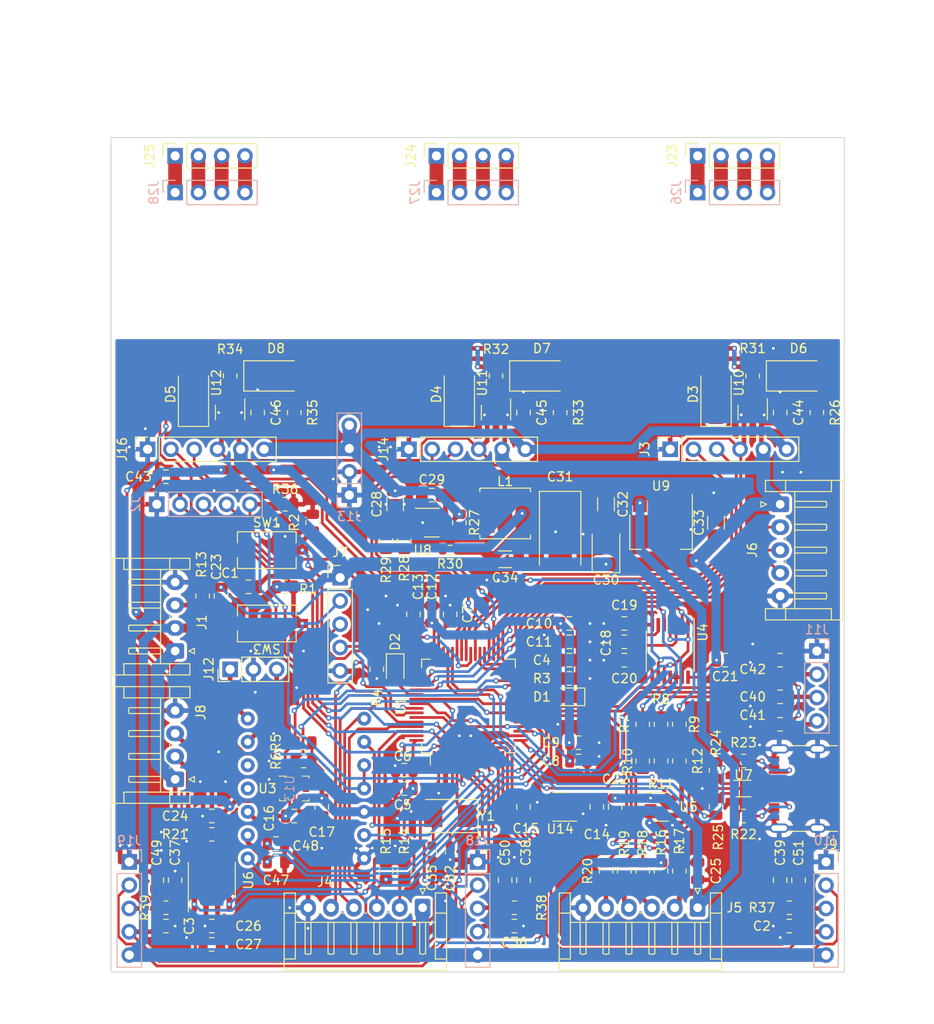
<source format=kicad_pcb>
(kicad_pcb (version 20221018) (generator pcbnew)
  (layers (0 "F.Cu" signal) (31 "B.Cu" signal) (34 "B.Paste" user) (35 "F.Paste" user) (36 "B.SilkS" user "B.Silkscreen") (37 "F.SilkS" user "F.Silkscreen") (38 "B.Mask" user) (39 "F.Mask" user) (44 "Edge.Cuts" user))
  (net 0 "")
  (net 1 "NRST")
  (net 2 "GND")
  (net 3 "Net-(U1-PH0)")
  (net 4 "Net-(U1-VCAP_1)")
  (net 5 "+3.3V")
  (net 6 "Net-(U1-VCAP_2)")
  (net 7 "+5V")
  (net 8 "+3.3VADC")
  (net 9 "Net-(U4-1B)")
  (net 10 "Net-(U4-2B)")
  (net 11 "Net-(U4-3B)")
  (net 12 "SERVO")
  (net 13 "TEMPMOTOR")
  (net 14 "Net-(U8-BOOT)")
  (net 15 "Net-(U8-SW)")
  (net 16 "Net-(U8-EN)")
  (net 17 "Net-(U8-FB)")
  (net 18 "Net-(D1-K)")
  (net 19 "LED_RUN")
  (net 20 "Net-(D2-K)")
  (net 21 "LED_FAULT")
  (net 22 "+15V")
  (net 23 "Net-(J1-Pin_3)")
  (net 24 "SCK_ADC_EXT")
  (net 25 "MISO_ADC_EXT2")
  (net 26 "TX_SCL_MOSI")
  (net 27 "RX_SDA_NSS")
  (net 28 "IN_V")
  (net 30 "AUX_FAULT")
  (net 31 "SENS_FILTER_ENABLE")
  (net 32 "AUX_ENABLE")
  (net 33 "CLEAR_HW_FAULT")
  (net 34 "POWER_STAGE_LOCKOUT")
  (net 35 "POWER_STAGE_DISABLE")
  (net 36 "SWDIO")
  (net 37 "SWCLK")
  (net 38 "TEMPMOTOR_IN")
  (net 39 "Net-(J5-Pin_3)")
  (net 40 "Net-(J5-Pin_4)")
  (net 41 "Net-(J5-Pin_5)")
  (net 42 "VSENSE1")
  (net 43 "VSENSE2")
  (net 44 "VSENSE3")
  (net 45 "L1")
  (net 46 "L2")
  (net 47 "L3")
  (net 48 "H1")
  (net 49 "H2")
  (net 50 "H3")
  (net 51 "CURR_TRIP_LOW")
  (net 52 "CURR_TRIP_HIGH")
  (net 53 "MOSTEMP3")
  (net 54 "MOSTEMP2")
  (net 55 "MOSTEMP1")
  (net 56 "Net-(J8-Pin_2)")
  (net 57 "Net-(J8-Pin_3)")
  (net 58 "Net-(U7-VBUS)")
  (net 59 "Net-(J9-CC1)")
  (net 60 "Net-(J9-D+-PadA6)")
  (net 61 "Net-(J9-D--PadA7)")
  (net 63 "Net-(J9-CC2)")
  (net 65 "BOOT")
  (net 66 "IMU_SDA")
  (net 67 "IMU_SCL")
  (net 68 "HALL3")
  (net 69 "HALL3_IN")
  (net 70 "HALL2")
  (net 71 "HALL2_IN")
  (net 72 "HALL1")
  (net 73 "HALL1_IN")
  (net 74 "Net-(U5-COM)")
  (net 75 "Net-(R24-Pad1)")
  (net 76 "USBD+")
  (net 77 "Net-(R25-Pad1)")
  (net 78 "USBD-")
  (net 79 "Net-(U1-PH1)")
  (net 80 "EXT2_TX_SCK")
  (net 81 "EXT2_RX_MISO")
  (net 82 "Net-(R28-Pad2)")
  (net 83 "EXT2_MOSI")
  (net 84 "SENSOR_VOLTAGE_SELECT")
  (net 85 "HALL_FILTER_ENABLE")
  (net 86 "CANRx")
  (net 87 "CANTx")
  (net 94 "CURR3_FILTERED")
  (net 95 "CURR2_FILTERED")
  (net 96 "CURR1_FILTERED")
  (net 97 "Net-(D3-K)")
  (net 98 "Net-(D3-A)")
  (net 99 "Net-(D4-K)")
  (net 100 "Net-(D4-A)")
  (net 101 "Net-(D5-K)")
  (net 102 "Net-(D5-A)")
  (net 103 "/DriverSocket/EXT_DISABLE")
  (net 106 "CURR1")
  (net 107 "/HardwareProtection/UPDI")
  (net 108 "/HardwareProtection/UPDI2")
  (net 109 "CURR2")
  (net 110 "CURR3")
  (net 111 "Net-(J23-Pin_1)")
  (net 112 "Net-(J23-Pin_2)")
  (net 113 "Net-(J23-Pin_3)")
  (net 114 "Net-(J23-Pin_4)")
  (net 115 "Net-(J24-Pin_1)")
  (net 116 "Net-(J24-Pin_2)")
  (net 117 "Net-(J24-Pin_3)")
  (net 118 "Net-(J24-Pin_4)")
  (net 119 "Net-(J25-Pin_1)")
  (net 120 "Net-(J25-Pin_2)")
  (net 121 "Net-(J25-Pin_3)")
  (net 122 "Net-(J25-Pin_4)")
  (footprint "Resistor_SMD:R_0805_2012Metric" (layer "F.Cu") (at 185 108)
    (fp_text reference "R22")
    (fp_text value "5.1k")
  )
  (footprint "Resistor_SMD:R_0805_2012Metric" (layer "F.Cu") (at 127 110 180)
    (fp_text reference "R21")
    (fp_text value "220")
  )
  (footprint "Connector_PinSocket_2.54mm:PinSocket_1x04_P2.54mm_Vertical" (layer "F.Cu") (at 180 36 90)
    (fp_text reference "J23")
    (fp_text value "Output")
  )
  (footprint "Package_SO:SOP-8_3.9x4.9mm_P1.27mm" (layer "F.Cu") (at 127 115 90)
    (fp_text reference "U6")
    (fp_text value "TJA1051T-3")
  )
  (footprint "Capacitor_SMD:C_0805_2012Metric" (layer "F.Cu") (at 189 98 180)
    (fp_text reference "C41")
    (fp_text value "1n")
  )
  (footprint "Capacitor_SMD:C_0805_2012Metric" (layer "F.Cu") (at 171 107 -90)
    (fp_text reference "C22")
    (fp_text value "100n")
  )
  (footprint "Resistor_SMD:R_0805_2012Metric" (layer "F.Cu") (at 148 78 -90)
    (fp_text reference "R28")
    (fp_text value "33k")
  )
  (footprint "Resistor_SMD:R_0805_2012Metric" (layer "F.Cu") (at 170 114 -90)
    (fp_text reference "R20")
    (fp_text value "100")
  )
  (footprint "Resistor_SMD:R_0805_2012Metric" (layer "F.Cu") (at 176 98 -90)
    (fp_text reference "R8")
    (fp_text value "2.2k")
  )
  (footprint "Connector_PinSocket_2.54mm:PinSocket_1x04_P2.54mm_Vertical" (layer "F.Cu") (at 151.5 36 90)
    (fp_text reference "J24")
    (fp_text value "Output")
  )
  (footprint "Resistor_SMD:R_0805_2012Metric" (layer "F.Cu") (at 158 60 -90)
    (fp_text reference "R32")
    (fp_text value "2.2k")
  )
  (footprint "Capacitor_SMD:C_0805_2012Metric" (layer "F.Cu") (at 148 103)
    (fp_text reference "C6")
    (fp_text value "100n")
  )
  (footprint "Capacitor_SMD:C_0805_2012Metric" (layer "F.Cu") (at 131 83 180)
    (fp_text reference "C1")
    (fp_text value "100n")
  )
  (footprint "Connector_PinHeader_2.54mm:PinHeader_1x05_P2.54mm_Vertical" (layer "F.Cu") (at 141 82)
    (fp_text reference "J7")
    (fp_text value "JTAG")
  )
  (footprint "Resistor_SMD:R_0805_2012Metric" (layer "F.Cu") (at 136 64 90)
    (fp_text reference "R35")
    (fp_text value "2.2k")
  )
  (footprint "Capacitor_SMD:C_0805_2012Metric" (layer "F.Cu") (at 167 102 180)
    (fp_text reference "C8")
    (fp_text value "10n")
  )
  (footprint "Capacitor_SMD:C_0805_2012Metric" (layer "F.Cu") (at 161 64 90)
    (fp_text reference "C45")
    (fp_text value "100n")
  )
  (footprint "Diode_SMD:D_SMA" (layer "F.Cu") (at 182 62 90)
    (fp_text reference "D3")
    (fp_text value "SS54")
  )
  (footprint "LED_SMD:LED_0805_2012Metric" (layer "F.Cu") (at 166 95 180)
    (fp_text reference "D1")
    (fp_text value "L_RUN")
  )
  (footprint "Package_TO_SOT_SMD:SOT-23-5" (layer "F.Cu") (at 165 107 180)
    (fp_text reference "U14")
    (fp_text value "LM4128AMF-3.3")
  )
  (footprint "Capacitor_SMD:C_1206_3216Metric" (layer "F.Cu") (at 182 76 90)
    (fp_text reference "C33")
    (fp_text value "22u 25V")
  )
  (footprint "Capacitor_SMD:C_0805_2012Metric" (layer "F.Cu") (at 153 86 90)
    (fp_text reference "C7")
    (fp_text value "1u")
  )
  (footprint "Resistor_SMD:R_0805_2012Metric" (layer "F.Cu") (at 178 102 90)
    (fp_text reference "R12")
    (fp_text value "2.2k")
  )
  (footprint "Capacitor_SMD:C_0805_2012Metric" (layer "F.Cu") (at 149 86 -90)
    (fp_text reference "C13")
    (fp_text value "100n")
  )
  (footprint "Inductor_SMD:L_Sunlord_SWPA5040S" (layer "F.Cu") (at 159 75)
    (fp_text reference "L1")
    (fp_text value "5.6uH")
  )
  (footprint "Capacitor_SMD:C_0805_2012Metric" (layer "F.Cu") (at 122 120)
    (fp_text reference "C3")
    (fp_text value "1n")
  )
  (footprint "Resistor_SMD:R_0805_2012Metric" (layer "F.Cu") (at 148 114 -90)
    (fp_text reference "R14")
    (fp_text value "10k")
  )
  (footprint "Capacitor_SMD:C_0603_1608Metric" (layer "F.Cu") (at 151 112 90)
    (fp_text reference "C35")
    (fp_text value "20p")
  )
  (footprint "Capacitor_SMD:C_0805_2012Metric" (layer "F.Cu") (at 123 115 90)
    (fp_text reference "C37")
    (fp_text value "1n")
  )
  (footprint "Capacitor_SMD:C_0805_2012Metric" (layer "F.Cu") (at 189 64 90)
    (fp_text reference "C44")
    (fp_text value "100n")
  )
  (footprint "Package_SO:TSSOP-14_4.4x5mm_P0.65mm" (layer "F.Cu") (at 177 90 -90)
    (fp_text reference "U4")
    (fp_text value "SN74CBT3126PWR")
  )
  (footprint "Button_Switch_SMD:SW_Tactile_SPST_NO_Straight_CK_PTS636Sx25SMTRLFS" (layer "F.Cu") (at 133 87 180)
    (fp_text reference "SW3")
    (fp_text value "RST")
  )
  (footprint "Package_TO_SOT_SMD:SOT-223-3_TabPin2" (layer "F.Cu") (at 176 77 -90)
    (fp_text reference "U9")
    (fp_text value "AMS1117-3.3")
  )
  (footprint "Crystal:Crystal_SMD_5032-2Pin_5.0x3.2mm" (layer "F.Cu") (at 153 108 180)
    (fp_text reference "Y1")
    (fp_text value "X50328MSB2GI")
  )
  (footprint "Capacitor_SMD:C_0805_2012Metric" (layer "F.Cu") (at 159 115 90)
    (fp_text reference "C50")
    (fp_text value "220p 50v")
  )
  (footprint "Capacitor_SMD:C_0805_2012Metric" (layer "F.Cu") (at 122 71 180)
    (fp_text reference "C43")
    (fp_text value "1n")
  )
  (footprint "Capacitor_SMD:C_0805_2012Metric" (layer "F.Cu") (at 132 64 90)
    (fp_text reference "C46")
    (fp_text value "100n")
  )
  (footprint "Capacitor_SMD:C_1206_3216Metric" (layer "F.Cu") (at 170 74 -90)
    (fp_text reference "C32")
    (fp_text value "22u 25V")
  )
  (footprint "Capacitor_Tantalum_SMD:CP_EIA-3528-15_AVX-H" (layer "F.Cu") (at 170 79 90)
    (fp_text reference "C30")
    (fp_text value "100uF 6.3V Tant")
  )
  (footprint "Package_SO:TSOP-5_1.65x3.05mm_P0.95mm" (layer "F.Cu") (at 129 64 -90)
    (fp_text reference "U12")
    (fp_text value "74LVC1G125GV,125")
  )
  (footprint "Capacitor_SMD:C_1206_3216Metric" (layer "F.Cu") (at 147 74 -90)
    (fp_text reference "C28")
    (fp_text value "47n 25V")
  )
  (footprint "Package_LGA:Bosch_LGA-14_3x2.5mm_P0.5mm" (layer "F.Cu") (at 136 105)
    (fp_text reference "U3")
    (fp_text value "BMI323")
  )
  (footprint "Capacitor_SMD:C_0805_2012Metric" (layer "F.Cu") (at 172 87 180)
    (fp_text reference "C19")
    (fp_text value "5n6")
  )
  (footprint "Capacitor_SMD:C_0805_2012Metric" (layer "F.Cu") (at 180 114 -90)
    (fp_text reference "C25")
    (fp_text value "1u")
  )
  (footprint "Diode_SMD:D_SMA" (layer "F.Cu") (at 163 60)
    (fp_text reference "D7")
    (fp_text value "SS54")
  )
  (footprint "Capacitor_SMD:C_0805_2012Metric" (layer "F.Cu") (at 151 86 -90)
    (fp_text reference "C12")
    (fp_text value "10n")
  )
  (footprint "Capacitor_SMD:C_0805_2012Metric" (layer "F.Cu") (at 161 115 90)
    (fp_text reference "C38")
    (fp_text value "1n")
  )
  (footprint "Resistor_SMD:R_0805_2012Metric" (layer "F.Cu") (at 186 60 -90)
    (fp_text reference "R31")
    (fp_text value "2.2k")
  )
  (footprint "Capacitor_SMD:C_0805_2012Metric" (layer "F.Cu") (at 166 89 180)
    (fp_text reference "C11")
    (fp_text value "100n")
  )
  (footprint "Capacitor_SMD:C_0805_2012Metric" (layer "F.Cu") (at 166 87 180)
    (fp_text reference "C10")
    (fp_text value "10n")
  )
  (footprint "Resistor_SMD:R_0805_2012Metric" (layer "F.Cu") (at 138 76 90)
    (fp_text reference "R2")
    (fp_text value "3.3k")
  )
  (footprint "Capacitor_SMD:C_0805_2012Metric" (layer "F.Cu") (at 167 100 180)
    (fp_text reference "C9")
    (fp_text value "100n")
  )
  (footprint "Connector_PinSocket_2.54mm:PinSocket_1x06_P2.54mm_Vertical" (layer "F.Cu") (at 148.5 68 90)
    (fp_text reference "J14")
    (fp_text value "Input")
  )
  (footprint "Resistor_SMD:R_0805_2012Metric" (layer "F.Cu") (at 174 102 90)
    (fp_text reference "R10")
    (fp_text value "2.2k")
  )
  (footprint "Resistor_SMD:R_0603_1608Metric" (layer "F.Cu") (at 153 79)
    (fp_text reference "R30")
    (fp_text value "40.2k")
  )
  (footprint "Resistor_SMD:R_0805_2012Metric" (layer "F.Cu") (at 146 78 90)
    (fp_text reference "R29")
    (fp_text value "7.68k")
  )
  (footprint "Capacitor_SMD:C_0805_2012Metric" (layer "F.Cu") (at 134 113)
    (fp_text reference "C47")
    (fp_text value "1u")
  )
  (footprint "Connector_PinHeader_2.54mm:PinHeader_1x03_P2.54mm_Vertical" (layer "F.Cu") (at 129 92 90)
    (fp_text reference "J12")
    (fp_text value "UpdiConn")
  )
  (footprint "Connector_JST:JST_EH_S5B-EH_1x05_P2.50mm_Horizontal" (layer "F.Cu") (at 189 74 -90)
    (fp_text reference "J6")
    (fp_text value "UartSpi")
  )
  (footprint "Connector_PinSocket_2.54mm:PinSocket_1x06_P2.54mm_Vertical" (layer "F.Cu") (at 120 68 90)
    (fp_text reference "J16")
    (fp_text value "Input")
  )
  (footprint "Capacitor_SMD:C_0805_2012Metric" (layer "F.Cu") (at 189 95 180)
    (fp_text reference "C40")
    (fp_text value "1n")
  )
  (footprint "Resistor_SMD:R_0805_2012Metric" (layer "F.Cu") (at 193 64 90)
    (fp_text reference "R26")
    (fp_text value "2.2k")
  )
  (footprint "Resistor_SMD:R_0805_2012Metric" (layer "F.Cu") (at 182 107 -90)
    (fp_text reference "R25")
    (fp_text value "22")
  )
  (footprint "Capacitor_SMD:C_0805_2012Metric" (layer "F.Cu") (at 189 91 180)
    (fp_text reference "C42")
    (fp_text value "1n")
  )
  (footprint "Resistor_SMD:R_0805_2012Metric" (layer "F.Cu") (at 172 114 -90)
    (fp_text reference "R19")
    (fp_text value "100")
  )
  (footprint "Resistor_SMD:R_0805_2012Metric" (layer "F.Cu") (at 137 100 180)
    (fp_text reference "R5")
    (fp_text value "4.7k")
  )
  (footprint "Resistor_SMD:R_0805_2012Metric" (layer "F.Cu") (at 176 102 90)
    (fp_text reference "R11")
    (fp_text value "2.2k")
  )
  (footprint "Capacitor_SMD:C_0805_2012Metric" (layer "F.Cu") (at 190 120 180)
    (fp_text reference "C2")
    (fp_text value "1n")
  )
  (footprint "Resistor_SMD:R_0805_2012Metric" (layer "F.Cu") (at 182 103 90)
    (fp_text reference "R24")
    (fp_text value "22")
  )
  (footprint "Capacitor_SMD:C_0603_1608Metric" (layer "F.Cu") (at 153 112 -90)
    (fp_text reference "C52")
    (fp_text value "20p")
  )
  (footprint "Resistor_SMD:R_0805_2012Metric" (layer "F.Cu") (at 176 114 -90)
    (fp_text reference "R16")
    (fp_text value "10k")
  )
  (footprint "Capacitor_SMD:C_0805_2012Metric" (layer "F.Cu") (at 148 105)
    (fp_text reference "C5")
    (fp_text value "10n")
  )
  (footprint "Connector_PinSocket_2.54mm:PinSocket_1x04_P2.54mm_Vertical" (layer "F.Cu") (at 123 36 90)
    (fp_text reference "J25")
    (fp_text value "Output")
  )
  (footprint "Package_TO_SOT_SMD:TSOT-23-6" (layer "F.Cu") (at 151 76)
    (fp_text reference "U8")
    (fp_text value "ZTP7193Y")
  )
  (footprint "Resistor_SMD:R_0805_2012Metric" (layer "F.Cu") (at 145 92 -90)
    (fp_text reference "R4")
    (fp_text value "220")
  )
  (footprint "Capacitor_Tantalum_SMD:CP_EIA-7343-31_Kemet-D" (layer "F.Cu") (at 165 77 -90)
    (fp_text reference "C31")
    (fp_text value "100uF 25V Tant")
  )
  (footprint "Capacitor_SMD:C_0805_2012Metric" (layer "F.Cu") (at 151 73)
    (fp_text reference "C29")
    (fp_text value "100n 100V")
  )
  (footprint "Capacitor_SMD:C_0805_2012Metric" (layer "F.Cu") (at 127 122 180)
    (fp_text reference "C27")
    (fp_text value "2.2u")
  )
  (footprint "Capacitor_SMD:C_0805_2012Metric" (layer "F.Cu") (at 169 107 -90)
    (fp_text reference "C14")
    (fp_text value "1u")
  )
  (footprint "Diode_SMD:D_SMA" (layer "F.Cu") (at 134 60)
    (fp_text reference "D8")
    (fp_text value "SS54")
  )
  (footprint "Diode_SMD:D_SMA" (layer "F.Cu") (at 154 62 90)
    (fp_text reference "D4")
    (fp_text value "SS54")
  )
  (footprint "Button_Switch_SMD:SW_Tactile_SPST_NO_Straight_CK_PTS636Sx25SMTRLFS" (layer "F.Cu") (at 133 79)
    (fp_text reference "SW1")
    (fp_text value "BOOT")
  )
  (footprint "Capacitor_SMD:C_0805_2012Metric" (layer "F.Cu") (at 139 107 -90)
    (fp_text reference "C17")
    (fp_text value "100n")
  )
  (footprint "Resistor_SMD:R_0805_2012Metric" (layer "F.Cu") (at 166 93)
    (fp_text reference "R3")
    (fp_text value "220")
  )
  (footprint "Connector_USB:USB_C_Receptacle_GCT_USB4105-xx-A_16P_TopMnt_Horizontal" (layer "F.Cu") (at 192 105 90)
    (fp_text reference "J9")
    (fp_text value "USBC Socket")
  )
  (footprint "Capacitor_SMD:C_0805_2012Metric" (layer "F.Cu") (at 121 115 90)
    (fp_text reference "C49")
    (fp_text value "220p 50v")
  )
  (footprint "Resistor_SMD:R_0805_2012Metric" (layer "F.Cu") (at 126 84 90)
    (fp_text reference "R13")
    (fp_text value "220")
  )
  (footprint "Resistor_SMD:R_0805_2012Metric" (layer "F.Cu") (at 174 114 -90)
    (fp_text reference "R18")
    (fp_text value "100")
  )
  (footprint "Package_TO_SOT_SMD:SOT-23-6" (layer "F.Cu") (at 176 107)
    (fp_text reference "U5")
    (fp_text value "RS2057XH")
  )
  (footprint "Capacitor_SMD:C_0805_2012Metric" (layer "F.Cu") (at 161 107 90)
    (fp_text reference "C15")
    (fp_text value "1u")
  )
  (footprint "Capacitor_SMD:C_0805_2012Metric" (layer "F.Cu") (at 136 108)
    (fp_text reference "C16")
    (fp_text value "100n")
  )
  (footprint "Resistor_SMD:R_0805_2012Metric" (layer "F.Cu") (at 154 76 -90)
    (fp_text reference "R27")
    (fp_text value "100k")
  )
  (footprint "Connector_PinSocket_2.54mm:PinSocket_1x06_P2.54mm_Vertical" (layer "F.Cu") (at 177 68 90)
    (fp_text reference "J3")
    (fp_text value "Input")
  )
  (footprint "Resistor_SMD:R_0805_2012Metric" (layer "F.Cu") (at 165 64 90)
    (fp_text reference "R33")
    (fp_text value "2.2k")
  )
  (footprint "Package_SO:TSOP-5_1.65x3.05mm_P0.95mm" (layer "F.Cu") (at 186 64 -90)
    (fp_text reference "U10")
    (fp_text value "74LVC1G125GV,125")
  )
  (footprint "Resistor_SMD:R_0805_2012Metric" (layer "F.Cu") (at 190 118 180)
    (fp_text reference "R37")
    (fp_text value "2.2k")
  )
  (footprint "Package_QFP:LQFP-64_10x10mm_P0.5mm" (layer "F.Cu") (at 155 96 90)
    (fp_text reference "U1")
    (fp_text value "STM32F405RGT6")
  )
  (footprint "Diode_SMD:D_SMA" (layer "F.Cu") (at 191 60)
    (fp_text reference "D6")
    (fp_text value "SS54")
  )
  (footprint "Resistor_SMD:R_0805_2012Metric" (layer "F.Cu") (at 129 60 -90)
    (fp_text reference "R34")
    (fp_text value "2.2k")
  )
  (footprint "Capacitor_SMD:C_0805_2012Metric" (layer "F.Cu") (at 166 91)
    (fp_text reference "C4")
    (fp_text value "1u")
  )
  (footprint "Connector_JST:JST_EH_S4B-EH_1x04_P2.50mm_Horizontal" (layer "F.Cu") (at 123 90 90)
    (fp_text reference "J1")
    (fp_text value "ServoConn")
  )
  (footprint "Capacitor_SMD:C_0805_2012Metric" (layer "F.Cu") (at 191 115 90)
    (fp_text reference "C51")
    (fp_text value "220p 50v")
  )
  (footprint "Capacitor_SMD:C_0805_2012Metric" (layer "F.Cu") (at 160 120)
    (fp_text reference "C36")
    (fp_text value "1n")
  )
  (footprint "Capacitor_SMD:C_0805_2012Metric" (layer "F.Cu") (at 134 111)
    (fp_text reference "C48")
    (fp_text value "1u")
  )
  (footprint "Capacitor_SMD:C_0805_2012Metric" (layer "F.Cu") (at 128 84 -90)
    (fp_text reference "C23")
    (fp_text value "100n")
  )
  (footprint "Resistor_SMD:R_0805_2012Metric" (layer "F.Cu") (at 146 114 -90)
    (fp_text reference "R15")
    (fp_text value "10k")
  )
  (footprint "Capacitor_SMD:C_0805_2012Metric" (layer "F.Cu") (at 189 115 90)
    (fp_text reference "C39")
    (fp_text value "1n")
  )
  (footprint "Resistor_SMD:R_0805_2012Metric" (layer "F.Cu") (at 135 74)
    (fp_text reference "R36")
    (fp_text value "10k")
  )
  (footprint "Capacitor_SMD:C_0805_2012Metric" (layer "F.Cu") (at 183 91)
    (fp_text reference "C21")
    (fp_text value "100n")
  )
  (footprint "Connector_JST:JST_EH_S6B-EH_1x06_P2.50mm_Horizontal" (layer "F.Cu") (at 180 118 180)
    (fp_text reference "J5")
    (fp_text value "HallConn")
  )
  (footprint "Resistor_SMD:R_0805_2012Metric" (layer "F.Cu") (at 137 102 180)
    (fp_text reference "R6")
    (fp_text value "4.7k")
  )
  (footprint "Connector_JST:JST_EH_S4B-EH_1x04_P2.50mm_Horizontal" (layer "F.Cu") (at 123 104 90)
    (fp_text reference "J8")
    (fp_text value "CANConn")
  )
  (footprint "Capacitor_SMD:C_0805_2012Metric" (layer "F.Cu") (at 127 120 180)
    (fp_text reference "C26")
    (fp_text value "100n")
  )
  (footprint "Diode_SMD:D_SMA" (layer "F.Cu") (at 125 62 90)
    (fp_text reference "D5")
    (fp_text value "SS54")
  )
  (footprint "Connector_JST:JST_EH_S6B-EH_1x06_P2.50mm_Horizontal" (layer "F.Cu") (at 150 118 180)
    (fp_text reference "J4")
    (fp_text value "ADCConn")
  )
  (footprint "Resistor_SMD:R_0805_2012Metric" (layer "F.Cu") (at 135 83)
    (fp_text reference "R1")
    (fp_text value "10k")
  )
  (footprint "Resistor_SMD:R_0805_2012Metric" (layer "F.Cu") (at 160 118)
    (fp_text reference "R38")
    (fp_text value "2.2k")
  )
  (footprint "Package_TO_SOT_SMD:SOT-666" (layer "F.Cu") (at 185 105)
    (fp_text reference "U7")
    (fp_text value "USBLC6-2P6")
  )
  (footprint "LED_SMD:LED_0805_2012Metric" (layer "F.Cu") (at 147 92 -90)
    (fp_text reference "D2")
    (fp_text value "L_FAULT")
  )
  (footprint "Capacitor_SMD:C_1206_3216Metric" (layer "F.Cu") (at 159 80)
    (fp_text reference "C34")
    (fp_text value "22u 25V")
  )
  (footprint "Capacitor_SMD:C_0805_2012Metric" (layer "F.Cu") (at 127 108 180)
    (fp_text reference "C24")
    (fp_text value "100n")
  )
  (footprint "Resistor_SMD:R_0805_2012Metric" (layer "F.Cu") (at 178 98 -90)
    (fp_text reference "R9")
    (fp_text value "2.2k")
  )
  (footprint "Capacitor_SMD:C_0805_2012Metric" (layer "F.Cu") (at 172 89 180)
    (fp_text reference "C18")
    (fp_text value "5n6")
  )
  (footprint "Resistor_SMD:R_0805_2012Metric" (layer "F.Cu") (at 122 118)
    (fp_text reference "R39")
    (fp_text value "2.2k")
  )
  (footprint "Resistor_SMD:R_0805_2012Metric" (layer "F.Cu") (at 178 114 90)
    (fp_text reference "R17")
    (fp_text value "2.2k")
  )
  (footprint "Resistor_SMD:R_0805_2012Metric" (layer "F.Cu") (at 174 98 -90)
    (fp_text reference "R7")
    (fp_text value "2.2k")
  )
  (footprint "Package_SO:TSOP-5_1.65x3.05mm_P0.95mm" (layer "F.Cu") (at 158 64 -90)
    (fp_text reference "U11")
    (fp_text value "74LVC1G125GV,125")
  )
  (footprint "Capacitor_SMD:C_0805_2012Metric" (layer "F.Cu") (at 172 91 180)
    (fp_text reference "C20")
    (fp_text value "5n6")
  )
  (footprint "Resistor_SMD:R_0805_2012Metric" (layer "F.Cu") (at 185 102)
    (fp_text reference "R23")
    (fp_text value "5.1k")
  )
  (footprint "Connector_PinHeader_2.54mm:PinHeader_1x05_P2.54mm_Vertical" (layer "B.Cu") (at 194 113 180)
    (fp_text reference "J10")
    (fp_text value "PhaseConn1")
  )
  (footprint "Connector_PinHeader_2.54mm:PinHeader_1x04_P2.54mm_Vertical" (layer "B.Cu") (at 142 73)
    (fp_text reference "J13")
    (fp_text value "VINConn")
  )
  (footprint "Connector_PinHeader_2.54mm:PinHeader_1x04_P2.54mm_Vertical" (layer "B.Cu") (at 193 90 180)
    (fp_text reference "J11")
    (fp_text value "MosTempConn")
  )
  (footprint "Connector_PinHeader_2.54mm:PinHeader_1x05_P2.54mm_Vertical" (layer "B.Cu") (at 121 74 -90)
    (fp_text reference "J2")
    (fp_text value "AuxConn")
  )
  (footprint "Connector_PinHeader_2.54mm:PinHeader_1x05_P2.54mm_Vertical" (layer "B.Cu") (at 156 113 180)
    (fp_text reference "J18")
    (fp_text value "PhaseConn2")
  )
  (footprint "GigaVescLibs:HWProt" (layer "B.Cu") (at 136 105 -90)
    (fp_text reference "U13")
    (fp_text value "HWProt")
  )
  (footprint "Connector_PinHeader_2.54mm:PinHeader_1x04_P2.54mm_Vertical" (layer "B.Cu") (at 180 40 -90)
    (fp_text reference "J26")
    (fp_text value "OutputDown")
  )
  (footprint "Connector_PinHeader_2.54mm:PinHeader_1x04_P2.54mm_Vertical" (layer "B.Cu") (at 151.5 40 -90)
    (fp_text reference "J27")
    (fp_text value "OutputDown")
  )
  (footprint "Connector_PinHeader_2.54mm:PinHeader_1x05_P2.54mm_Vertical" (layer "B.Cu") (at 118 113 180)
    (fp_text reference "J19")
    (fp_text value "PhaseConn2")
  )
  (footprint "Connector_PinHeader_2.54mm:PinHeader_1x04_P2.54mm_Vertical" (layer "B.Cu") (at 123 40 -90)
    (fp_text reference "J28")
    (fp_text value "OutputDown")
  )
  (gr_rect (start 116 34) (end 196 125) (stroke (width 0.1)) (fill none) (layer "Edge.Cuts"))
  (segment (start 135.9125 83) (end 135.9125 86.0375) (width 0.5) (layer "F.Cu") (net 1))
  (segment (start 133.1 81.85) (end 134.7625 81.85) (width 0.5) (layer "F.Cu") (net 1))
  (segment (start 134.7625 81.85) (end 135.9125 83) (width 0.5) (layer "F.Cu") (net 1))
  (segment (start 131.95 83) (end 133.1 81.85) (width 0.5) (layer "F.Cu") (net 1))
  (segment (start 135.9125 86.0375) (end 136.875 87) (width 0.5) (layer "F.Cu") (net 1))
  (segment (start 154.25 104.3505) (end 154.25 101.675) (width 0.3) (layer "F.Cu") (net 1))
  (segment (start 154.3995 104.5) (end 154.25 104.3505) (width 0.3) (layer "F.Cu") (net 1))
  (via (at 154.3995 104.5) (size 0.6) (drill 0.3) (layers "F.Cu" "B.Cu") (net 1))
  (via (at 136.875 87) (size 0.6) (drill 0.3) (layers "F.Cu" "B.Cu") (net 1))
  (segment (start 141.638 103.888) (end 137.15 99.4) (width 0.3) (layer "B.Cu") (net 1))
  (segment (start 135.35 97.85) (end 135.35 89.069239) (width 0.3) (layer "B.Cu") (net 1))
  (segment (start 138.54 87) (end 136.875 87) (width 0.3) (layer "B.Cu") (net 1))
  (segment (start 154.3995 104.5) (end 153.7875 103.888) (width 0.3) (layer "B.Cu") (net 1))
  (segment (start 153.7875 103.888) (end 141.638 103.888) (width 0.3) (layer "B.Cu") (net 1))
  (segment (start 136.9 99.4) (end 135.35 97.85) (width 0.3) (layer "B.Cu") (net 1))
  (segment (start 136.875 87.544239) (end 136.875 87) (width 0.3) (layer "B.Cu") (net 1))
  (segment (start 137.15 99.4) (end 136.9 99.4) (width 0.3) (layer "B.Cu") (net 1))
  (segment (start 135.35 89.069239) (end 136.875 87.544239) (width 0.3) (layer "B.Cu") (net 1))
  (segment (start 141 84.54) (end 138.54 87) (width 0.3) (layer "B.Cu") (net 1))
  (segment (start 157.36 64) (end 158.64 64) (width 0.5) (layer "F.Cu") (net 2))
  (segment (start 186.95 62.84) (end 188.79 62.84) (width 0.5) (layer "F.Cu") (net 2))
  (segment (start 136.5 107.55) (end 136.95 108) (width 0.3) (layer "F.Cu") (net 2))
  (segment (start 137 107.95) (end 136.95 108) (width 0.3) (layer "F.Cu") (net 2))
  (segment (start 136 107.05) (end 136.95 108) (width 0.3) (layer "F.Cu") (net 2))
  (segment (start 130.05 83) (end 130.05 86.075) (width 0.5) (layer "F.Cu") (net 2))
  (segment (start 178.3 92.138604) (end 180.938604 89.5) (width 0.3) (layer "F.Cu") (net 2))
  (segment (start 176 107.717893) (end 176 108.182107) (width 0.3) (layer "F.Cu") (net 2))
  (segment (start 184.7 105) (end 184.75 104.95) (width 0.3) (layer "F.Cu") (net 2))
  (segment (start 186.64 64) (end 186.95 63.69) (width 0.5) (layer "F.Cu") (net 2))
  (segment (start 147.75 99.25) (end 147 100) (width 0.3) (layer "F.Cu") (net 2))
  (segment (start 184.75 107.3375) (end 184.0875 108) (width 0.3) (layer "F.Cu") (net 2))
  (segment (start 184.075 105) (end 184.7 105) (width 0.3) (layer "F.Cu") (net 2))
  (segment (start 166.1375 107) (end 163 107) (width 0.5) (layer "F.Cu") (net 2))
  (segment (start 162.5 106.5) (end 162.05 106.05) (width 0.5) (layer "F.Cu") (net 2))
  (segment (start 184.75 104.95) (end 184.75 102.6625) (width 0.3) (layer "F.Cu") (net 2))
  (segment (start 193.075 100.68) (end 188.895 100.68) (width 0.5) (layer "F.Cu") (net 2))
  (segment (start 118 113) (end 120.25 113) (width 0.5) (layer "F.Cu") (net 2))
  (segment (start 150 76) (end 150.423528 76) (width 0.5) (layer "F.Cu") (net 2))
  (segment (start 166.1375 107) (end 167 107) (width 0.5) (layer "F.Cu") (net 2))
  (segment (start 163 107) (end 162.5 106.5) (width 0.5) (layer "F.Cu") (net 2))
  (segment (start 160.79 62.84) (end 161 63.05) (width 0.5) (layer "F.Cu") (net 2))
  (segment (start 177.65 92.8625) (end 178.3 92.8625) (width 0.3) (layer "F.Cu") (net 2))
  (segment (start 153 112.775) (end 155.775 112.775) (width 0.5) (layer "F.Cu") (net 2))
  (segment (start 126.365 117.625) (end 126.365 119.685) (width 0.5) (layer "F.Cu") (net 2))
  (segment (start 155.775 112.775) (end 156 113) (width 0.5) (layer "F.Cu") (net 2))
  (segment (start 167 107) (end 167.5 107.5) (width 0.5) (layer "F.Cu") (net 2))
  (segment (start 133.5 104.25) (end 133.25 104) (width 0.3) (layer "F.Cu") (net 2))
  (segment (start 143.451472 92.25) (end 143.851472 92.65) (width 0.5) (layer "F.Cu") (net 2))
  (segment (start 126.05 122) (end 126.05 120) (width 0.5) (layer "F.Cu") (net 2))
  (segment (start 126.25 119.8) (end 126.25 120) (width 0.5) (layer "F.Cu") (net 2))
  (segment (start 134.7375 104.25) (end 133.5 104.25) (width 0.3) (layer "F.Cu") (net 2))
  (segment (start 117 113) (end 117 111.25) (width 0.5) (layer "F.Cu") (net 2))
  (segment (start 183 89.5) (end 183.95 90.45) (width 0.3) (layer "F.Cu") (net 2))
  (segment (start 185.05 62.84) (end 185.05 63.69) (width 0.5) (layer "F.Cu") (net 2))
  (segment (start 136.5 106.0125) (end 136.5 107.55) (width 0.3) (layer "F.Cu") (net 2))
  (segment (start 129.95 62.84) (end 131.79 62.84) (width 0.5) (layer "F.Cu") (net 2))
  (segment (start 167.95 107.95) (end 169 107.95) (width 0.5) (layer "F.Cu") (net 2))
  (segment (start 184.7 105) (end 184.75 105.05) (width 0.3) (layer "F.Cu") (net 2))
  (segment (start 175.05 87.1375) (end 175.05 86.213604) (width 0.3) (layer "F.Cu") (net 2))
  (segment (start 166.95 89) (end 166.95 87) (width 0.3) (layer "F.Cu") (net 2))
  (segment (start 118 113) (end 117 113) (width 0.5) (layer "F.Cu") (net 2))
  (segment (start 118 113) (end 118 111.25) (width 0.5) (layer "F.Cu") (net 2))
  (segment (start 187.8 101.8) (end 186.75 100.75) (width 0.3) (layer "F.Cu") (net 2))
  (segment (start 180.938604 89.5) (end 183 89.5) (width 0.3) (layer "F.Cu") (net 2))
  (segment (start 147.525 76) (end 147 75.475) (width 0.5) (layer "F.Cu") (net 2))
  (segment (start 188.32 108.745) (end 188.895 109.32) (width 0.5) (layer "F.Cu") (net 2))
  (segment (start 188.79 62.84) (end 189 63.05) (width 0.5) (layer "F.Cu") (net 2))
  (segment (start 129.95 63.395) (end 129.95 62.84) (width 0.5) (layer "F.Cu") (net 2))
  (segment (start 167.9 102) (end 167.9 100) (width 0.5) (layer "F.Cu") (net 2))
  (segment (start 174.8625 107) (end 175.282107 107) (width 0.3) (layer "F.Cu") (net 2))
  (segment (start 184.075 105) (end 180.75 105) (width 0.3) (layer "F.Cu") (net 2))
  (segment (start 149.325 99.25) (end 147.75 99.25) (width 0.3) (layer "F.Cu") (net 2))
  (segment (start 147 102.95) (end 147.05 103) (width 0.3) (layer "F.Cu") (net 2))
  (segment (start 188.32 108.2) (end 188.32 108.745) (width 0.5) (layer "F.Cu") (net 2))
  (segment (start 184.75 105.05) (end 184.75 107.3375) (width 0.3) (layer "F.Cu") (net 2))
  (segment (start 177 92.8625) (end 177.65 92.8625) (width 0.3) (layer "F.Cu") (net 2))
  (segment (start 156.75 101.675) (end 156.75 100.384747) (width 0.3) (layer "F.Cu") (net 2))
  (segment (start 187.8 108.2) (end 186.75 109.25) (width 0.3) (layer "F.Cu") (net 2))
  (segment (start 183.95 90.45) (end 183.95 91) (width 0.3) (layer "F.Cu") (net 2))
  (segment (start 151 76.576472) (end 151 77.25) (width 0.5) (layer "F.Cu") (net 2))
  (segment (start 120.25 113) (end 121.5 111.75) (width 0.5) (layer "F.Cu") (net 2))
  (segment (start 188.32 108.2) (end 187.8 108.2) (width 0.3) (layer "F.Cu") (net 2))
  (segment (start 158.64 64) (end 158.95 63.69) (width 0.5) (layer "F.Cu") (net 2))
  (segment (start 151 85.05) (end 149 85.05) (width 0.3) (layer "F.Cu") (net 2))
  (segment (start 157.05 62.84) (end 157.05 63.69) (width 0.5) (layer "F.Cu") (net 2))
  (segment (start 129.345 64) (end 129.95 63.395) (width 0.5) (layer "F.Cu") (net 2))
  (segment (start 144.7375 92.65) (end 145 92.9125) (width 0.5) (layer "F.Cu") (net 2))
  (segment (start 157.884747 99.25) (end 160.675 99.25) (width 0.3) (layer "F.Cu") (net 2))
  (segment (start 167.5 107.5) (end 167.5 107.75) (width 0.5) (layer "F.Cu") (net 2))
  (segment (start 128.05 62.84) (end 128.05 63.395) (width 0.5) (layer "F.Cu") (net 2))
  (segment (start 175.05 86.213604) (end 174.586396 85.75) (width 0.3) (layer "F.Cu") (net 2))
  (segment (start 146 77.0875) (end 146 76.475) (width 0.5) (layer "F.Cu") (net 2))
  (segment (start 185.36 64) (end 186.64 64) (width 0.5) (layer "F.Cu") (net 2))
  (segment (start 157.05 63.69) (end 157.36 64) (width 0.5) (layer "F.Cu") (net 2))
  (segment (start 175.282107 107) (end 176 107.717893) (width 0.3) (layer "F.Cu") (net 2))
  (segment (start 167.5 107.75) (end 167.75 107.75) (width 0.5) (layer "F.Cu") (net 2))
  (segment (start 139 107.95) (end 137 107.95) (width 0.3) (layer "F.Cu") (net 2))
  (segment (start 141 92.16) (end 141.09 92.25) (width 0.5) (layer "F.Cu") (net 2))
  (segment (start 150.423528 76) (end 151 76.576472) (width 0.5) (layer "F.Cu") (net 2))
  (segment (start 149.8625 76) (end 150 76) (width 0.5) (layer "F.Cu") (net 2))
  (segment (start 129.125 86.075) (end 128 84.95) (width 0.5) (layer "F.Cu") (net 2))
  (segment (start 186.75 109.25) (end 186.75 110.5) (width 0.3) (layer "F.Cu") (net 2))
  (segment (start 185.05 63.69) (end 185.36 64) (width 0.5) (layer "F.Cu") (net 2))
  (segment (start 126.05 120) (end 126.05 120) (width 0.5) (layer "F.Cu") (net 2))
  (segment (start 131.79 62.84) (end 132 63.05) (width 0.5) (layer "F.Cu") (net 2))
  (segment (start 147 100) (end 147 102.5) (width 0.3) (layer "F.Cu") (net 2))
  (segment (start 174.586396 85.75) (end 172 85.75) (width 0.3) (layer "F.Cu") (net 2))
  (segment (start 150 76) (end 147.525 76) (width 0.5) (layer "F.Cu") (net 2))
  (segment (start 147.05 105) (end 147.05 103) (width 0.5) (layer "F.Cu") (net 2))
  (segment (start 193.075 109.32) (end 188.895 109.32) (width 0.5) (layer "F.Cu") (net 2))
  (segment (start 128.655 64) (end 129.345 64) (width 0.5) (layer "F.Cu") (net 2))
  (segment (start 188.32 101.255) (end 188.895 100.68) (width 0.5) (layer "F.Cu") (net 2))
  (segment (start 188.32 101.8) (end 188.32 101.255) (width 0.5) (layer "F.Cu") (net 2))
  (segment (start 146 76.475) (end 147 75.475) (width 0.5) (layer "F.Cu") (net 2))
  (segment (start 162.05 106.05) (end 161 106.05) (width 0.5) (layer "F.Cu") (net 2))
  (segment (start 129.125 87) (end 129.125 86.075) (width 0.5) (layer "F.Cu") (net 2))
  (segment (start 136 106.0125) (end 136 107.05) (width 0.3) (layer "F.Cu") (net 2))
  (segment (start 171.05 86.7) (end 171.05 87) (width 0.3) (layer "F.Cu") (net 2))
  (segment (start 153 112.75) (end 153 112.775) (width 0.5) (layer "F.Cu") (net 2))
  (segment (start 184.75 102.6625) (end 184.0875 102) (width 0.3) (layer "F.Cu") (net 2))
  (segment (start 167.75 107.75) (end 167.95 107.95) (width 0.5) (layer "F.Cu") (net 2))
  (segment (start 128.05 63.395) (end 128.655 64) (width 0.5) (layer "F.Cu") (net 2))
  (segment (start 151 112.775) (end 153 112.75) (width 0.5) (layer "F.Cu") (net 2))
  (segment (start 186.95 63.69) (end 186.95 62.84) (width 0.5) (layer "F.Cu") (net 2))
  (segment (start 178.3 92.8625) (end 178.3 92.138604) (width 0.3) (layer "F.Cu") (net 2))
  (segment (start 143.851472 92.65) (end 144.7375 92.65) (width 0.5) (layer "F.Cu") (net 2))
  (segment (start 176 108.182107) (end 176.817893 109) (width 0.3) (layer "F.Cu") (net 2))
  (segment (start 156.75 100.384747) (end 157.884747 99.25) (width 0.3) (layer "F.Cu") (net 2))
  (segment (start 176.817893 109) (end 177.25 109) (width 0.3) (layer "F.Cu") (net 2))
  (segment (start 130.05 86.075) (end 129.125 87) (width 0.5) (layer "F.Cu") (net 2))
  (segment (start 158.95 62.84) (end 160.79 62.84) (width 0.5) (layer "F.Cu") (net 2))
  (segment (start 126.25 120) (end 126.05 120) (width 0.5) (layer "F.Cu") (net 2))
  (segment (start 172 85.75) (end 171.05 86.7) (width 0.3) (layer "F.Cu") (net 2))
  (segment (start 126.365 119.685) (end 126.25 119.8) (width 0.5) (layer "F.Cu") (net 2))
  (segment (start 158.95 63.69) (end 158.95 62.84) (width 0.5) (layer "F.Cu") (net 2))
  (segment (start 180.75 105) (end 180.5 105) (width 0.3) (layer "F.Cu") (net 2))
  (segment (start 186.75 100.75) (end 186.75 100.25) (width 0.3) (layer "F.Cu") (net 2))
  (segment (start 147 102.5) (end 147 102.95) (width 0.3) (layer "F.Cu") (net 2))
  (segment (start 141.09 92.25) (end 143.451472 92.25) (width 0.5) (layer "F.Cu") (net 2))
  (segment (start 188.32 101.8) (end 187.8 101.8) (width 0.3) (layer "F.Cu") (net 2))
  (via (at 154 99.25) (size 0.6) (drill 0.3) (layers "F.Cu" "B.Cu") (net 2))
  (via (at 184.75 64.25) (size 0.6) (drill 0.3) (layers "F.Cu" "B.Cu") (net 2))
  (via (at 188.25 57) (size 0.6) (drill 0.3) (layers "F.Cu" "B.Cu") (net 2))
  (via (at 148.75 107.5) (size 0.6) (drill 0.3) (layers "F.Cu" "B.Cu") (net 2))
  (via (at 133.25 104) (size 0.6) (drill 0.3) (layers "F.Cu" "B.Cu") (net 2))
  (via (at 127.25 72.5) (size 0.6) (drill 0.3) (layers "F.Cu" "B.Cu") (net 2))
  (via (at 186.75 100.25) (size 0.6) (drill 0.3) (layers "F.Cu" "B.Cu") (net 2))
  (via (at 179.25 76.75) (size 0.6) (drill 0.3) (layers "F.Cu" "B.Cu") (net 2))
  (via (at 161 120) (size 0.6) (drill 0.3) (layers "F.Cu" "B.Cu") (net 2))
  (via (at 187.25 64.25) (size 0.6) (drill 0.3) (layers "F.Cu" "B.Cu") (net 2))
  (via (at 164.5 77) (size 0.6) (drill 0.3) (layers "F.Cu" "B.Cu") (net 2))
  (via (at 168.25 91) (size 0.6) (drill 0.3) (layers "F.Cu" "B.Cu") (net 2))
  (via (at 127.75 101) (size 0.6) (drill 0.3) (layers "F.Cu" "B.Cu") (net 2))
  (via (at 146 84) (size 0.6) (drill 0.3) (layers "F.Cu" "B.Cu") (net 2))
  (via (at 124.25 110.75) (size 0.6) (drill 0.3) (layers "F.Cu" "B.Cu") (net 2))
  (via (at 160 112.5) (size 0.6) (drill 0.3) (layers "F.Cu" "B.Cu") (net 2))
  (via (at 161 61.75) (size 0.6) (drill 0.3) (layers "F.Cu" "B.Cu") (net 2))
  (via (at 169.75 87) (size 0.6) (drill 0.3) (layers "F.Cu" "B.Cu") (net 2))
  (via (at 189.25 70.5) (size 0.6) (drill 0.3) (layers "F.Cu" "B.Cu") (net 2))
  (via (at 128.5 104.25) (size 0.6) (drill 0.3) (layers "F.Cu" "B.Cu") (net 2))
  (via (at 189 121.25) (size 0.6) (drill 0.3) (layers "F.Cu" "B.Cu") (net 2))
  (via (at 152.5 117.25) (size 0.6) (drill 0.3) (layers "F.Cu" "B.Cu") (net 2))
  (via (at 150 76) (size 0.6) (drill 0.3) (layers "F.Cu" "B.Cu") (net 2))
  (via (at 136.25 94) (size 0.6) (drill 0.3) (layers "F.Cu" "B.Cu") (net 2))
  (via (at 157 82.25) (size 0.6) (drill 0.3) (layers "F.Cu" "B.Cu") (net 2))
  (via (at 135.5 118) (size 0.6) (drill 0.3) (layers "F.Cu" "B.Cu") (net 2))
  (via (at 126.25 120) (size 0.6) (drill 0.3) (layers "F.Cu" "B.Cu") (net 2))
  (via (at 142.75 111.5) (size 0.6) (drill 0.3) (layers "F.Cu" "B.Cu") (net 2))
  (via (at 131.25 90) (size 0.6) (drill 0.3) (layers "F.Cu" "B.Cu") (net 2))
  (via (at 168.25 89) (size 0.6) (drill 0.3) (layers "F.Cu" "B.Cu") (net 2))
  (via (at 168.25 87) (size 0.6) (drill 0.3) (layers "F.Cu" "B.Cu") (net 2))
  (via (at 153 112.75) (size 0.6) (drill 0.3) (layers "F.Cu" "B.Cu") (net 2))
  (via (at 147.25 85) (size 0.6) (drill 0.3) (layers "F.Cu" "B.Cu") (net 2))
  (via (at 148 74) (size 0.6) (drill 0.3) (layers "F.Cu" "B.Cu") (net 2))
  (via (at 133.25 102) (size 0.6) (drill 0.3) (layers "F.Cu" "B.Cu") (net 2))
  (via (at 125.75 104.25) (size 0.6) (drill 0.3) (layers "F.Cu" "B.Cu") (net 2))
  (via (at 148 111.5) (size 0.6) (drill 0.3) (layers "F.Cu" "B.Cu") (net 2))
  (via (at 188.25 120) (size 0.6) (drill 0.3) (layers "F.Cu" "B.Cu") (net 2))
  (via (at 181.75 72.75) (size 0.6) (drill 0.3) (layers "F.Cu" "B.Cu") (net 2))
  (via (at 169.75 89) (size 0.6) (drill 0.3) (layers "F.Cu" "B.Cu") (net 2))
  (via (at 185.75 91.25) (size 0.6) (drill 0.3) (layers "F.Cu" "B.Cu") (net 2))
  (via (at 168.25 93) (size 0.6) (drill 0.3) (layers "F.Cu" "B.Cu") (net 2))
  (via (at 185.75 96) (size 0.6) (drill 0.3) (layers "F.Cu" "B.Cu") (net 2))
  (via (at 131.75 94.5) (size 0.6) (drill 0.3) (layers "F.Cu" "B.Cu") (net 2))
  (via (at 153 85) (size 0.6) (drill 0.3) (layers "F.Cu" "B.Cu") (net 2))
  (via (at 132 61.5) (size 0.6) (drill 0.3) (layers "F.Cu" "B.Cu") (net 2))
  (via (at 124.25 109.5) (size 0.6) (drill 0.3) (layers "F.Cu" "B.Cu") (net 2))
  (via (at 123 120) (size 0.6) (drill 0.3) (layers "F.Cu" "B.Cu") (net 2))
  (via (at 185.75 98.25) (size 0.6) (drill 0.3) (layers "F.Cu" "B.Cu") (net 2))
  (via (at 156.75 64.25) (size 0.6) (drill 0.3) (layers "F.Cu" "B.Cu") (net 2))
  (via (at 186.75 110.5) (size 0.6) (drill 0.3) (layers "F.Cu" "B.Cu") (net 2))
  (via (at 163.25 88.25) (size 0.6) (drill 0.3) (layers "F.Cu" "B.Cu") (net 2))
  (via (at 191 63.75) (size 0.6) (drill 0.3) (layers "F.Cu" "B.Cu") (net 2))
  (via (at 121.5 109.75) (size 0.6) (drill 0.3) (layers "F.Cu" "B.Cu") (net 2))
  (via (at 178 111.25) (size 0.6) (drill 0.3) (layers "F.Cu" "B.Cu") (net 2))
  (via (at 147 111.25) (size 0.6) (drill 0.3) (layers "F.Cu" "B.Cu") (net 2))
  (via (at 124.25 121.25) (size 0.6) (drill 0.3) (layers "F.Cu" "B.Cu") (net 2))
  (via (at 134 63.5) (size 0.6) (drill 0.3) (layers "F.Cu" "B.Cu") (net 2))
  (via (at 129.75 72.5) (size 0.6) (drill 0.3) (layers "F.Cu" "B.Cu") (net 2))
  (via (at 117 111.25) (size 0.6) (drill 0.3) (layers "F.Cu" "B.Cu") (net 2))
  (via (at 169.25 100) (size 0.6) (drill 0.3) (layers "F.Cu" "B.Cu") (net 2))
  (via (at 170 109) (size 0.6) (drill 0.3) (layers "F.Cu" "B.Cu") (net 2))
  (via (at 119.75 65.75) (size 0.6) (drill 0.3) (layers "F.Cu" "B.Cu") (net 2))
  (via (at 140.25 71.25) (size 0.6) (drill 0.3) (layers "F.Cu" "B.Cu") (net 2))
  (via (at 162.5 106.5) (size 0.6) (drill 0.3) (layers "F.Cu" "B.Cu") (net 2))
  (via (at 134.25 76.25) (size 0.6) (drill 0.3) (layers "F.Cu" "B.Cu") (net 2))
  (via (at 159.25 64.25) (size 0.6) (drill 0.3) (layers "F.Cu" "B.Cu") (net 2))
  (via (at 121.5 111.75) (size 0.6) (drill 0.3) (layers "F.Cu" "B.Cu") (net 2))
  (via (at 177.25 109) (size 0.6) (drill 0.3) (layers "F.Cu" "B.Cu") (net 2))
  (via (at 145.25 67.75) (size 0.6) (drill 0.3) (layers "F.Cu" "B.Cu") (net 2))
  (via (at 139 111.5) (size 0.6) (drill 0.3) (layers "F.Cu" "B.Cu") (net 2))
  (via (at 135 77.5) (size 0.6) (drill 0.3) (layers "F.Cu" "B.Cu") (net 2))
  (via (at 145 93) (size 0.6) (drill 0.3) (layers "F.Cu" "B.Cu") (net 2))
  (via (at 158.25 82.25) (size 0.6) (drill 0.3) (layers "F.Cu" "B.Cu") (net 2))
  (via (at 126 108) (size 0.6) (drill 0.3) (layers "F.Cu" "B.Cu") (net 2))
  (via (at 180.5 105) (size 0.6) (drill 0.3) (layers "F.Cu" "B.Cu") (net 2))
  (via (at 143 75.25) (size 0.6) (drill 0.3) (layers "F.Cu" "B.Cu") (net 2))
  (via (at 133.75 99) (size 0.6) (drill 0.3) (layers "F.Cu" "B.Cu") (net 2))
  (via (at 152.5 84) (size 0.6) (drill 0.3) (layers "F.Cu" "B.Cu") (net 2))
  (via (at 118 67.75) (size 0.6) (drill 0.3) (layers "F.Cu" "B.Cu") (net 2))
  (via (at 169.75 91) (size 0.6) (drill 0.3) (layers "F.Cu" "B.Cu") (net 2))
  (via (at 144 85.5) (size 0.6) (drill 0.3) (layers "F.Cu" "B.Cu") (net 2))
  (via (at 186 89.25) (size 0.6) (drill 0.3) (layers "F.Cu" "B.Cu") (net 2))
  (via (at 146.5 67.75) (size 0.6) (drill 0.3) (layers "F.Cu" "B.Cu") (net 2))
  (via (at 189 61.75) (size 0.6) (drill 0.3) (layers "F.Cu" "B.Cu") (net 2))
  (via (at 169.25 101.5) (size 0.6) (drill 0.3) (layers "F.Cu" "B.Cu") (net 2))
  (via (at 146 74) (size 0.6) (drill 0.3) (layers "F.Cu" "B.Cu") (net 2))
  (via (at 147 102.5) (size 0.6) (drill 0.3) (layers "F.Cu" "B.Cu") (net 2))
  (via (at 167.5 107.75) (size 0.6) (drill 0.3) (layers "F.Cu" "B.Cu") (net 2))
  (via (at 155.25 99.25) (size 0.6) (drill 0.3) (layers "F.Cu" "B.Cu") (net 2))
  (via (at 191.25 70.5) (size 0.6) (drill 0.3) (layers "F.Cu" "B.Cu") (net 2))
  (via (at 163 63.75) (size 0.6) (drill 0.3) (layers "F.Cu" "B.Cu") (net 2))
  (via (at 167.5 77.25) (size 0.6) (drill 0.3) (layers "F.Cu" "B.Cu") (net 2))
  (via (at 118 111.25) (size 0.6) (drill 0.3) (layers "F.Cu" "B.Cu") (net 2))
  (via (at 137.5 120.25) (size 0.6) (drill 0.3) (layers "F.Cu" "B.Cu") (net 2))
  (via (at 123 114) (size 0.6) (drill 0.3) (layers "F.Cu" "B.Cu") (net 2))
  (via (at 145.25 87) (size 0.6) (drill 0.3) (layers "F.Cu" "B.Cu") (net 2))
  (via (at 164.75 98) (size 0.6) (drill 0.3) (layers "F.Cu" "B.Cu") (net 2))
  (via (at 137 90) (size 0.6) (drill 0.3) (layers "F.Cu" "B.Cu") (net 2))
  (via (at 130.25 64) (size 0.6) (drill 0.3) (layers "F.Cu" "B.Cu") (net 2))
  (via (at 147.25 108.25) (size 0.6) (drill 0.3) (layers "F.Cu" "B.Cu") (net 2))
  (via (at 151.75 105.5) (size 0.6) (drill 0.3) (layers "F.Cu" "B.Cu") (net 2))
  (via (at 144.5 111.5) (size 0.6) (drill 0.3) (layers "F.Cu" "B.Cu") (net 2))
  (via (at 127.75 64) (size 0.6) (drill 0.3) (layers "F.Cu" "B.Cu") (net 2))
  (via (at 158.25 112.5) (size 0.6) (drill 0.3) (layers "F.Cu" "B.Cu") (net 2))
  (segment (start 139.16 92.16) (end 137 90) (width 0.5) (layer "B.Cu") (net 2))
  (segment (start 157.75 113) (end 158.25 112.5) (width 0.5) (layer "B.Cu") (net 2))
  (segment (start 141 92.16) (end 139.16 92.16) (width 0.5) (layer "B.Cu") (net 2))
  (segment (start 156 113) (end 157.75 113) (width 0.5) (layer "B.Cu") (net 2))
  (segment (start 153.25 101.675) (end 153.25 105.625) (width 0.3) (layer "F.Cu") (net 3))
  (segment (start 151 110.95) (end 151.15 110.8) (width 0.3) (layer "F.Cu") (net 3))
  (segment (start 153.25 105.625) (end 151.15 107.725) (width 0.3) (layer "F.Cu") (net 3))
  (segment (start 151.15 110.8) (end 151.15 107.725) (width 0.3) (layer "F.Cu") (net 3))
  (segment (start 163.757106 91) (end 165.05 91) (width 0.3) (layer "F.Cu") (net 4))
  (segment (start 160.675 92.75) (end 162.007106 92.75) (width 0.3) (layer "F.Cu") (net 4))
  (segment (start 162.007106 92.75) (end 163.757106 91) (width 0.3) (layer "F.Cu") (net 4))
  (segment (start 160.79 65.16) (end 161 64.95) (width 0.5) (layer "F.Cu") (net 5))
  (segment (start 151 86.95) (end 149 86.95) (width 0.3) (layer "F.Cu") (net 5))
  (segment (start 166 102) (end 166 100) (width 0.5) (layer "F.Cu") (net 5))
  (segment (start 131.175 84.175) (end 131 84) (width 0.5) (layer "F.Cu") (net 5))
  (segment (start 139 103.0875) (end 137.9125 102) (width 0.5) (layer "F.Cu") (net 5))
  (segment (start 151 103) (end 148.95 103) (width 0.3) (layer "F.Cu") (net 5))
  (segment (start 127.25 88.5) (end 126.25 87.5) (width 1) (layer "F.Cu") (net 5))
  (segment (start 134 108) (end 135.05 108) (width 0.5) (layer "F.Cu") (net 5))
  (segment (start 139 106.05) (end 139 103.0875) (width 0.5) (layer "F.Cu") (net 5))
  (segment (start 135.9625 64.95) (end 136 64.9125) (width 0.5) (layer "F.Cu") (net 5))
  (segment (start 182 78) (end 179.85 80.15) (width 1.5) (layer "F.Cu") (net 5))
  (segment (start 127.95 108) (end 128.975 106.975) (width 0.5) (layer "F.Cu") (net 5))
  (segment (start 161 64.95) (end 164.9625 64.95) (width 0.5) (layer "F.Cu") (net 5))
  (segment (start 148.95 103) (end 148.95 100.125) (width 0.3) (layer "F.Cu") (net 5))
  (segment (start 158.95 65.16) (end 160.79 65.16) (width 0.5) (layer "F.Cu") (net 5))
  (segment (start 151.25 87.2) (end 151 86.95) (width 0.3) (layer "F.Cu") (net 5))
  (segment (start 186.95 65.16) (end 188.79 65.16) (width 0.5) (layer "F.Cu") (net 5))
  (segment (start 131.5 87.5) (end 130.5 88.5) (width 1) (layer "F.Cu") (net 5))
  (segment (start 134.0875 83) (end 131.5 85.5875) (width 1) (layer "F.Cu") (net 5))
  (segment (start 137.9125 100) (end 137.9125 102) (width 0.3) (layer "F.Cu") (net 5))
  (segment (start 136.5 103.9875) (end 136.5 103.4125) (width 0.3) (layer "F.Cu") (net 5))
  (segment (start 176 73.85) (end 176 80.15) (width 1.5) (layer "F.Cu") (net 5))
  (segment (start 182.05 91) (end 180.1875 92.8625) (width 0.3) (layer "F.Cu") (net 5))
  (segment (start 148.95 100.125) (end 149.325 99.75) (width 0.3) (layer "F.Cu") (net 5))
  (segment (start 186.95 67.79) (end 187.16 68) (width 0.5) (layer "F.Cu") (net 5))
  (segment (start 174.75 108.75) (end 174.75 108.0625) (width 0.5) (layer "F.Cu") (net 5))
  (segment (start 174.75 108.0625) (end 174.8625 107.95) (width 0.5) (layer "F.Cu") (net 5))
  (segment (start 166.05 100) (end 166 100) (width 1) (layer "F.Cu") (net 5))
  (segment (start 151.25 90.325) (end 151.25 87.2) (width 0.3) (layer "F.Cu") (net 5))
  (segment (start 160.675 98.75) (end 161.962134 98.75) (width 0.3) (layer "F.Cu") (net 5))
  (segment (start 151.25 102.75) (end 151 103) (width 0.3) (layer "F.Cu") (net 5))
  (segment (start 164.9625 64.95) (end 165 64.9125) (width 0.5) (layer "F.Cu") (net 5))
  (segment (start 182 77.475) (end 182 78) (width 1.5) (layer "F.Cu") (net 5))
  (segment (start 130.5 88.5) (end 127.25 88.5) (width 1) (layer "F.Cu") (net 5))
  (segment (start 132 64.95) (end 135.9625 64.95) (width 0.5) (layer "F.Cu") (net 5))
  (segment (start 186.95 65.16) (end 186.95 67.79) (width 0.5) (layer "F.Cu") (net 5))
  (segment (start 131.79 65.16) (end 132 64.95) (width 0.5) (layer "F.Cu") (net 5))
  (segment (start 151.25 101.675) (end 151.25 102.75) (width 0.3) (layer "F.Cu") (net 5))
  (segment (start 132.328 106.328) (end 134 108) (width 0.5) (layer "F.Cu") (net 5))
  (segment (start 179.85 80.15) (end 176 80.15) (width 1.5) (layer "F.Cu") (net 5))
  (segment (start 131.5 85.5875) (end 131.5 87.5) (width 1) (layer "F.Cu") (net 5))
  (segment (start 128.975 106.975) (end 129.622 106.328) (width 0.5) (layer "F.Cu") (net 5))
  (segment (start 148.95 105) (end 148.95 103) (width 0.3) (layer "F.Cu") (net 5))
  (segment (start 193 64.9125) (end 189.0375 64.9125) (width 0.5) (layer "F.Cu") (net 5))
  (segment (start 129.95 65.16) (end 129.95 67.79) (width 0.5) (layer "F.Cu") (net 5))
  (segment (start 138.7 105.75) (end 139 106.05) (width 0.3) (layer "F.Cu") (net 5))
  (segment (start 137.2625 105.75) (end 138.7 105.75) (width 0.3) (layer "F.Cu") (net 5))
  (segment (start 161.962134 98.75) (end 162.231067 99.018933) (width 0.3) (layer "F.Cu") (net 5))
  (segment (start 129.622 106.328) (end 132.328 106.328) (width 0.5) (layer "F.Cu") (net 5))
  (segment (start 135.5 107.55) (end 135.05 108) (width 0.3) (layer "F.Cu") (net 5))
  (segment (start 131 80.875) (end 129.125 79) (width 0.5) (layer "F.Cu") (net 5))
  (segment (start 170 80.5375) (end 175.6125 80.5375) (width 1.5) (layer "F.Cu") (net 5))
  (segment (start 131 84) (end 131 80.875) (width 0.5) (layer "F.Cu") (net 5))
  (segment (start 129.95 67.79) (end 130.16 68) (width 0.5) (layer "F.Cu") (net 5))
  (segment (start 180.1875 92.8625) (end 178.95 92.8625) (width 0.3) (layer "F.Cu") (net 5))
  (segment (start 134.0875 83) (end 132.9125 84.175) (width 0.5) (layer "F.Cu") (net 5))
  (segment (start 161.8 92.25) (end 165.05 89) (width 0.3) (layer "F.Cu") (net 5))
  (segment (start 158.95 67.71) (end 158.66 68) (width 0.5) (layer "F.Cu") (net 5))
  (segment (start 136.5 103.4125) (end 137.9125 102) (width 0.3) (layer "F.Cu") (net 5))
  (segment (start 188.79 65.16) (end 189 64.95) (width 0.5) (layer "F.Cu") (net 5))
  (segment (start 128.905 108.955) (end 127.95 108) (width 0.5) (layer "F.Cu") (net 5))
  (segment (start 129.95 65.16) (end 131.79 65.16) (width 0.5) (layer "F.Cu") (net 5))
  (segment (start 158.95 65.16) (end 158.95 67.71) (width 0.5) (layer "F.Cu") (net 5))
  (segment (start 132.9125 84.175) (end 131.175 84.175) (width 0.5) (layer "F.Cu") (net 5))
  (segment (start 175.6125 80.5375) (end 176 80.15) (width 1.5) (layer "F.Cu") (net 5))
  (segment (start 128.905 112.375) (end 128.905 108.955) (width 0.5) (layer "F.Cu") (net 5))
  (segment (start 135.5 106.0125) (end 135.5 107.55) (width 0.3) (layer "F.Cu") (net 5))
  (segment (start 165.05 87) (end 165.05 89) (width 0.3) (layer "F.Cu") (net 5))
  (segment (start 160.675 92.25) (end 161.8 92.25) (width 0.3) (layer "F.Cu") (net 5))
  (segment (start 189.0375 64.9125) (end 189 64.95) (width 0.5) (layer "F.Cu") (net 5))
  (segment (start 126.25 87.5) (end 123 87.5) (width 1) (layer "F.Cu") (net 5))
  (via (at 135.05 108) (size 0.6) (drill 0.3) (layers "F.Cu" "B.Cu") (net 5))
  (via (at 148.95 105) (size 0.6) (drill 0.3) (layers "F.Cu" "B.Cu") (net 5))
  (via (at 151 86.95) (size 0.6) (drill 0.3) (layers "F.Cu" "B.Cu") (net 5))
  (via (at 166 100) (size 0.6) (drill 0.3) (layers "F.Cu" "B.Cu") (net 5))
  (via (at 165.05 87.75) (size 0.6) (drill 0.3) (layers "F.Cu" "B.Cu") (net 5))
  (via (at 166.05 102) (size 0.6) (drill 0.3) (layers "F.Cu" "B.Cu") (net 5))
  (via (at 174.75 108.75) (size 0.6) (drill 0.3) (layers "F.Cu" "B.Cu") (net 5))
  (via (at 165.05 87) (size 0.6) (drill 0.3) (layers "F.Cu" "B.Cu") (net 5))
  (via (at 162.231067 99.018933) (size 0.6) (drill 0.3) (layers "F.Cu" "B.Cu") (net 5))
  (via (at 139 106.05) (size 0.6) (drill 0.3) (layers "F.Cu" "B.Cu") (net 5))
  (via (at 176 113.0875) (size 0.6) (drill 0.3) (layers "F.Cu" "B.Cu") (net 5))
  (via (at 182.05 91) (size 0.6) (drill 0.3) (layers "F.Cu" "B.Cu") (net 5))
  (via (at 134.0875 83) (size 0.6) (drill 0.3) (layers "F.Cu" "B.Cu") (net 5))
  (via (at 128.975 106.975) (size 0.6) (drill 0.3) (layers "F.Cu" "B.Cu") (net 5))
  (via (at 179.85 80.15) (size 0.6) (drill 0.3) (layers "F.Cu" "B.Cu") (net 5))
  (via (at 170 80.5375) (size 0.6) (drill 0.3) (layers "F.Cu" "B.Cu") (net 5))
  (segment (start 187.16 68) (end 187.16 72.16) (width 1.5) (layer "B.Cu") (net 5))
  (segment (start 134.12132 83) (end 134.10441 82.98309) (width 1) (layer "B.Cu") (net 5))
  (segment (start 152.452082 88.25) (end 157.585786 88.25) (width 1) (layer "B.Cu") (net 5))
  (segment (start 164.8 86.75) (end 165.05 87) (width 1) (layer "B.Cu") (net 5))
  (segment (start 157.585786 88.25) (end 159.085786 86.75) (width 1) (layer "B.Cu") (net 5))
  (segment (start 163.068933 99.018933) (end 162.231067 99.018933) (width 0.3) (layer "B.Cu") (net 5))
  (segment (start 187.16 69.202081) (end 186.362081 70) (width 1.5) (layer "B.Cu") (net 5))
  (segment (start 146.41 107.54) (end 148.95 105) (width 1) (layer "B.Cu") (net 5))
  (segment (start 121.025 87.5) (end 119.55 88.975) (width 1) (layer "B.Cu") (net 5))
  (segment (start 150 118) (end 150 123.16) (width 1.5) (layer "B.Cu") (net 5))
  (segment (start 166.05 102) (end 163.068933 99.018933) (width 0.3) (layer "B.Cu") (net 5))
  (segment (start 119.55 88.975) (end 119.55 107.25) (width 1) (layer "B.Cu") (net 5))
  (segment (start 151 86.95) (end 151 80.5375) (width 1) (layer "B.Cu") (net 5))
  (segment (start 187.16 68) (end 187.16 69.202081) (width 1.5) (layer "B.Cu") (net 5))
  (segment (start 186 74) (end 179.85 80.15) (width 1.5) (layer "B.Cu") (net 5))
  (segment (start 186.362081 70) (end 159.457919 70) (width 1.5) (layer "B.Cu") (net 5))
  (segment (start 187.16 72.16) (end 189 74) (width 1.5) (layer "B.Cu") (net 5))
  (segment (start 176 110) (end 174.75 108.75) (width 1) (layer "B.Cu") (net 5))
  (segment (start 130.16 69.41) (end 130.16 68) (width 1.5) (layer "B.Cu") (net 5))
  (segment (start 142.4625 80.5375) (end 141 82) (width 1.5) (layer "B.Cu") (net 5))
  (segment (start 151 86.95) (end 151.152082 86.95) (width 1) (layer "B.Cu") (net 5))
  (segment (start 182 82.3) (end 179.85 80.15) (width 1) (layer "B.Cu") (net 5))
  (segment (start 143.62 107.54) (end 146.41 107.54) (width 1) (layer "B.Cu") (net 5))
  (segment (start 166 100) (end 166 87.95) (width 1) (layer "B.Cu") (net 5))
  (segment (start 139 106.05) (end 137 106.05) (width 1) (layer "B.Cu") (net 5))
  (segment (start 119.55 107.25) (end 119.55 121.61) (width 1) (layer "B.Cu") (net 5))
  (segment (start 164.25 123.16) (end 164.25 117) (width 1) (layer "B.Cu") (net 5))
  (segment (start 141 80.25) (end 130.16 69.41) (width 1.5) (layer "B.Cu") (net 5))
  (segment (start 139.297918 82) (end 138.297918 83) (width 1) (layer "B.Cu") (net 5))
  (segment (start 137 106.05) (end 135.05 108) (width 1) (layer "B.Cu") (net 5))
  (segment (start 166 87.95) (end 165.05 87) (width 1) (layer "B.Cu") (net 5))
  (segment (start 119.55 106.25) (end 128.25 106.25) (width 1) (layer "B.Cu") (net 5))
  (segment (start 140.49 107.54) (end 139 106.05) (width 1) (layer "B.Cu") (net 5))
  (segment (start 128.25 106.25) (end 128.975 106.975) (width 1) (layer "B.Cu") (net 5))
  (segment (start 159.457919 70) (end 158.66 69.202081) (width 1.5) (layer "B.Cu") (net 5))
  (segment (start 123 87.5) (end 121.025 87.5) (width 1) (layer "B.Cu") (net 5))
  (segment (start 141 82) (end 139.297918 82) (width 1) (layer "B.Cu") (net 5))
  (segment (start 143.62 107.54) (end 140.49 107.54) (width 1) (layer "B.Cu") (net 5))
  (segment (start 164.25 117) (end 168.1625 113.0875) (width 1) (layer "B.Cu") (net 5))
  (segment (start 158.66 69.202081) (end 158.66 68) (width 1.5) (layer "B.Cu") (net 5))
  (segment (start 176 113.0875) (end 176 110) (width 1) (layer "B.Cu") (net 5))
  (segment (start 150 123.16) (end 118 123.16) (width 1.5) (layer "B.Cu") (net 5))
  (segment (start 182 90.95) (end 182 82.3) (width 1) (layer "B.Cu") (net 5))
  (segment (start 151 80.5375) (end 142.4625 80.5375) (width 1.5) (layer "B.Cu") (net 5))
  (segment (start 164.25 123.16) (end 194 123.16) (width 1.5) (layer "B.Cu") (net 5))
  (segment (start 168.1625 113.0875) (end 176 113.0875) (width 1) (layer "B.Cu") (net 5))
  (segment (start 151.152082 86.95) (end 152.452082 88.25) (width 1) (layer "B.Cu") (net 5))
  (segment (start 189 74) (end 186 74) (width 1.5) (layer "B.Cu") (net 5))
  (segment (start 119.55 121.61) (end 118 123.16) (width 1) (layer "B.Cu") (net 5))
  (segment (start 159.085786 86.75) (end 164.8 86.75) (width 1) (layer "B.Cu") (net 5))
  (segment (start 156 123.16) (end 150 123.16) (width 1.5) (layer "B.Cu") (net 5))
  (segment (start 138.297918 83) (end 134.12132 83) (width 1) (layer "B.Cu") (net 5))
  (segment (start 156 123.16) (end 164.25 123.16) (width 1.5) (layer "B.Cu") (net 5))
  (segment (start 170 80.5375) (end 151 80.5375) (width 1.5) (layer "B.Cu") (net 5))
  (segment (start 141 82) (end 141 80.25) (width 1.5) (layer "B.Cu") (net 5))
  (segment (start 182.05 91) (end 182 90.95) (width 1) (layer "B.Cu") (net 5))
  (segment (start 151.75 90.325) (end 151.75 88.2) (width 0.3) (layer "F.Cu") (net 6))
  (segment (start 151.75 88.2) (end 153 86.95) (width 0.3) (layer "F.Cu") (net 6))
  (segment (start 126.831764 115.75) (end 127.635 116.553236) (width 0.5) (layer "F.Cu") (net 7))
  (segment (start 127.635 116.553236) (end 127.635 117.625) (width 0.5) (layer "F.Cu") (net 7))
  (segment (start 123 111.953528) (end 124.25 113.203528) (width 0.5) (layer "F.Cu") (net 7))
  (segment (start 163.1125 73.8875) (end 165 73.8875) (width 1.5) (layer "F.Cu") (net 7))
  (segment (start 177.1375 107) (end 176.576472 107) (width 0.5) (layer "F.Cu") (net 7))
  (segment (start 160.85 76.675) (end 157.525 80) (width 1) (layer "F.Cu") (net 7))
  (segment (start 123 104) (end 123 111.953528) (width 0.5) (layer "F.Cu") (net 7))
  (segment (start 166.1375 106.05) (end 169 106.05) (width 0.5) (layer "F.Cu") (net 7))
  (segment (start 166.1375 106.05) (end 163.8625 106.05) (width 0.5) (layer "F.Cu") (net 7))
  (segment (start 124.25 113.203528) (end 124.25 114.5) (width 0.5) (layer "F.Cu") (net 7))
  (segment (start 170 72.525) (end 172.375 72.525) (width 1.5) (layer "F.Cu") (net 7))
  (segment (start 172.375 72.525) (end 173.7 73.85) (width 1.5) (layer "F.Cu") (net 7))
  (segment (start 127.95 122) (end 127.95 120) (width 0.5) (layer "F.Cu") (net 7))
  (segment (start 171 106.05) (end 169 106.05) (width 0.5) (layer "F.Cu") (net 7))
  (segment (start 162 75) (end 163.1125 73.8875) (width 1.5) (layer "F.Cu") (net 7))
  (segment (start 166.3625 72.525) (end 165 73.8875) (width 1.5) (layer "F.Cu") (net 7))
  (segment (start 160.85 75) (end 160.85 76.675) (width 1) (layer "F.Cu") (net 7))
  (segment (start 133.75 70.25) (end 128 70.25) (width 1) (layer "F.Cu") (net 7))
  (segment (start 127.635 117.625) (end 127.635 119.685) (width 0.5) (layer "F.Cu") (net 7))
  (segment (start 156.525 79) (end 157.525 80) (width 1) (layer "F.Cu") (net 7))
  (segment (start 118.75 85.75) (end 123 90) (width 1) (layer "F.Cu") (net 7))
  (segment (start 176.576472 107) (end 175.626472 106.05) (width 0.5) (layer "F.Cu") (net 7))
  (segment (start 170 72.525) (end 166.3625 72.525) (width 1.5) (layer "F.Cu") (net 7))
  (segment (start 175.626472 106.05) (end 174.8625 106.05) (width 0.5) (layer "F.Cu") (net 7))
  (segment (start 153.9125 79) (end 156.525 79) (width 1) (layer "F.Cu") (net 7))
  (segment (start 160.85 75) (end 162 75) (width 1.5) (layer "F.Cu") (net 7))
  (segment (start 124.25 114.5) (end 125.5 115.75) (width 0.5) (layer "F.Cu") (net 7))
  (segment (start 127.635 119.685) (end 127.95 120) (width 0.5) (layer "F.Cu") (net 7))
  (segment (start 125.5 115.75) (end 126.831764 115.75) (width 0.5) (layer "F.Cu") (net 7))
  (via (at 133.75 70.25) (size 0.6) (drill 0.3) (layers "F.Cu" "B.Cu") (net 7))
  (via (at 118.75 85.75) (size 0.6) (drill 0.3) (layers "F.Cu" "B.Cu") (net 7))
  (via (at 171 106.05) (size 0.6) (drill 0.3) (layers "F.Cu" "B.Cu") (net 7))
  (via (at 173.7 73.85) (size 0.6) (drill 0.3) (layers "F.Cu" "B.Cu") (net 7))
  (via (at 128 70.25) (size 0.6) (drill 0.3) (layers "F.Cu" "B.Cu") (net 7))
  (via (at 174.8625 106.05) (size 0.6) (drill 0.3) (layers "F.Cu" "B.Cu") (net 7))
  (via (at 160.85 75) (size 0.6) (drill 0.3) (layers "F.Cu" "B.Cu") (net 7))
  (segment (start 173.7 73.85) (end 173.7 78.95) (width 1) (layer "B.Cu") (net 7))
  (segment (start 173.7 78.95) (end 180.45 85.7) (width 1) (layer "B.Cu") (net 7))
  (segment (start 125.75 70.5) (end 126 70.25) (width 1) (layer "B.Cu") (net 7))
  (segment (start 122.829416 104) (end 123 104) (width 1.5) (layer "B.Cu") (net 7))
  (segment (start 180 118) (end 180 109.5) (width 1) (layer "B.Cu") (net 7))
  (segment (start 121.4 70.5) (end 125.75 70.5) (width 1) (layer "B.Cu") (net 7))
  (segment (start 121.075 91.925) (end 121.075 102.245584) (width 1.5) (layer "B.Cu") (net 7))
  (segment (start 184 114) (end 180 118) (width 1) (layer "B.Cu") (net 7))
  (segment (start 180.45 85.7) (end 180.45 99.035786) (width 1) (layer "B.Cu") (net 7))
  (segment (start 157.1 78.75) (end 144 78.75) (width 1) (layer "B.Cu") (net 7))
  (segment (start 121.075 102.245584) (end 122.829416 104) (width 1.5) (layer "B.Cu") (net 7))
  (segment (start 174.8625 106.05) (end 171 106.05) (width 1) (layer "B.Cu") (net 7))
  (segment (start 123 90) (end 121.075 91.925) (width 1.5) (layer "B.Cu") (net 7))
  (segment (start 180 109.5) (end 176.6 106.1) (width 1) (layer "B.Cu") (net 7))
  (segment (start 118.75 73.15) (end 121.4 70.5) (width 1) (layer "B.Cu") (net 7))
  (segment (start 135.5 70.25) (end 133.75 70.25) (width 1) (layer "B.Cu") (net 7))
  (segment (start 176.6 106.1) (end 174.8625 106.1) (width 1) (layer "B.Cu") (net 7))
  (segment (start 126 70.25) (end 128 70.25) (width 1) (layer "B.Cu") (net 7))
  (segment (start 118.75 85.75) (end 118.75 73.15) (width 1) (layer "B.Cu") (net 7))
  (segment (start 180.45 99.035786) (end 184 102.585786) (width 1) (layer "B.Cu") (net 7))
  (segment (start 160.85 75) (end 157.1 78.75) (width 1) (layer "B.Cu") (net 7))
  (segment (start 144 78.75) (end 135.5 70.25) (width 1) (layer "B.Cu") (net 7))
  (segment (start 184 102.585786) (end 184 114) (width 1) (layer "B.Cu") (net 7))
  (segment (start 157.841853 100) (end 159.158147 100) (width 0.3) (layer "F.Cu") (net 8))
  (segment (start 157.25 100.591853) (end 157.841853 100) (width 0.3) (layer "F.Cu") (net 8))
  (segment (start 163.8625 107.95) (end 161 107.95) (width 0.5) (layer "F.Cu") (net 8))
  (segment (start 159.75 106.7) (end 161 107.95) (width 0.3) (layer "F.Cu") (net 8))
  (segment (start 159.158147 100) (end 159.75 100.591853) (width 0.3) (layer "F.Cu") (net 8))
  (segment (start 157.25 103) (end 157.5 103.25) (width 0.3) (layer "F.Cu") (net 8))
  (segment (start 159.75 100.591853) (end 159.75 106.7) (width 0.3) (layer "F.Cu") (net 8))
  (segment (start 157.25 101.675) (end 157.25 103) (width 0.3) (layer "F.Cu") (net 8))
  (segment (start 157.25 101.675) (end 157.25 100.591853) (width 0.3) (layer "F.Cu") (net 8))
  (via (at 157.5 103.25) (size 0.6) (drill 0.3) (layers "F.Cu" "B.Cu") (net 8))
  (segment (start 157.5 103.25) (end 150.67 110.08) (width 0.3) (layer "B.Cu") (net 8))
  (segment (start 150.67 110.08) (end 143.62 110.08) (width 0.3) (layer "B.Cu") (net 8))
  (segment (start 177.65 87.1375) (end 177.65 89.006737) (width 0.3) (layer "F.Cu") (net 9))
  (segment (start 177.269239 89.3875) (end 173.3375 89.3875) (width 0.3) (layer "F.Cu") (net 9))
  (segment (start 173.3375 89.3875) (end 172.95 89) (width 0.3) (layer "F.Cu") (net 9))
  (segment (start 177.65 89.006737) (end 177.269239 89.3875) (width 0.3) (layer "F.Cu") (net 9))
  (segment (start 175.7 87.861396) (end 175.336395 88.225) (width 0.3) (layer "F.Cu") (net 10))
  (segment (start 175.7 87.1375) (end 175.7 87.861396) (width 0.3) (layer "F.Cu") (net 10))
  (segment (start 175.336395 88.225) (end 174.175 88.225) (width 0.3) (layer "F.Cu") (net 10))
  (segment (start 174.175 88.225) (end 172.95 87) (width 0.3) (layer "F.Cu") (net 10))
  (segment (start 175.05 92.05) (end 174 91) (width 0.3) (layer "F.Cu") (net 11))
  (segment (start 174 91) (end 172.95 91) (width 0.3) (layer "F.Cu") (net 11))
  (segment (start 175.05 92.8625) (end 175.05 92.05) (width 0.3) (layer "F.Cu") (net 11))
  (segment (start 127.9625 83.0875) (end 128 83.05) (width 0.5) (layer "F.Cu") (net 12))
  (segment (start 145.65 93.9) (end 146.5 94.75) (width 0.3) (layer "F.Cu") (net 12))
  (segment (start 146.5 94.75) (end 146.5 96.292894) (width 0.3) (layer "F.Cu") (net 12))
  (segment (start 147.903005 97) (end 148.153005 96.75) (width 0.3) (layer "F.Cu") (net 12))
  (segment (start 143.5 93.5) (end 143.9 93.9) (width 0.3) (layer "F.Cu") (net 12))
  (segment (start 147.207106 97) (end 147.903005 97) (width 0.3) (layer "F.Cu") (net 12))
  (segment (start 143.9 93.9) (end 145.65 93.9) (width 0.3) (layer "F.Cu") (net 12))
  (segment (start 148.153005 96.75) (end 149.325 96.75) (width 0.3) (layer "F.Cu") (net 12))
  (segment (start 146.5 96.292894) (end 147.207106 97) (width 0.3) (layer "F.Cu") (net 12))
  (segment (start 126 83.0875) (end 127.9625 83.0875) (width 0.5) (layer "F.Cu") (net 12))
  (via (at 128 83.05) (size 0.6) (drill 0.3) (layers "F.Cu" "B.Cu") (net 12))
  (via (at 143.5 93.5) (size 0.6) (drill 0.3) (layers "F.Cu" "B.Cu") (net 12))
  (segment (start 130.85 85.9) (end 128 83.05) (width 0.3) (layer "B.Cu") (net 12))
  (segment (start 139.16 83.34) (end 136.6 85.9) (width 0.3) (layer "B.Cu") (net 12))
  (segment (start 143.5 93.5) (end 143.5 91.080761) (width 0.3) (layer "B.Cu") (net 12))
  (segment (start 136.6 85.9) (end 130.85 85.9) (width 0.3) (layer "B.Cu") (net 12))
  (segment (start 142.5 84.342943) (end 141.497057 83.34) (width 0.3) (layer "B.Cu") (net 12))
  (segment (start 141.497057 83.34) (end 139.16 83.34) (width 0.3) (layer "B.Cu") (net 12))
  (segment (start 143.5 91.080761) (end 142.5 90.080761) (width 0.3) (layer "B.Cu") (net 12))
  (segment (start 142.5 90.080761) (end 142.5 84.342943) (width 0.3) (layer "B.Cu") (net 12))
  (segment (start 178 113.0875) (end 179.9625 113.0875) (width 0.5) (layer "F.Cu") (net 13))
  (segment (start 179.9625 113.0875) (end 180 113.05) (width 0.5) (layer "F.Cu") (net 13))
  (segment (start 171.95 103.837742) (end 172.25 104.137741) (width 0.3) (layer "F.Cu") (net 13))
  (segment (start 163.065705 96.25) (end 163.865705 97.05) (width 0.3) (layer "F.Cu") (net 13))
  (segment (start 170.3 97.05) (end 171.95 98.7) (width 0.3) (layer "F.Cu") (net 13))
  (segment (start 171.95 98.7) (end 171.95 103.837742) (width 0.3) (layer "F.Cu") (net 13))
  (segment (start 174.75 111.5) (end 176.4125 111.5) (width 0.3) (layer "F.Cu") (net 13))
  (segment (start 163.865705 97.05) (end 170.3 97.05) (width 0.3) (layer "F.Cu") (net 13))
  (segment (start 176.4125 111.5) (end 178 113.0875) (width 0.3) (layer "F.Cu") (net 13))
  (segment (start 172.25 104.137741) (end 172.25 109.5) (width 0.3) (layer "F.Cu") (net 13))
  (segment (start 160.675 96.25) (end 163.065705 96.25) (width 0.3) (layer "F.Cu") (net 13))
  (segment (start 172.25 109.5) (end 170.75 111) (width 0.3) (layer "F.Cu") (net 13))
  (via (at 170.75 111) (size 0.6) (drill 0.3) (layers "F.Cu" "B.Cu") (net 13))
  (via (at 174.75 111.5) (size 0.6) (drill 0.3) (layers "F.Cu" "B.Cu") (net 13))
  (segment (start 170.75 111) (end 174.25 111) (width 0.3) (layer "B.Cu") (net 13))
  (segment (start 174.25 111) (end 174.75 111.5) (width 0.3) (layer "B.Cu") (net 13))
  (segment (start 149.525 74.7125) (end 149.8625 75.05) (width 0.5) (layer "F.Cu") (net 14))
  (segment (start 149.525 73) (end 149.525 74.7125) (width 0.5) (layer "F.Cu") (net 14))
  (segment (start 152.475 73) (end 155.15 73) (width 1.5) (layer "F.Cu") (net 15))
  (segment (start 155.15 73) (end 157.15 75) (width 1.5) (layer "F.Cu") (net 15))
  (segment (start 152.475 73) (end 152.475 74.7125) (width 0.5) (layer "F.Cu") (net 15))
  (segment (start 152.475 74.7125) (end 152.1375 75.05) (width 0.5) (layer "F.Cu") (net 15))
  (segment (start 153.9625 76.95) (end 154 76.9125) (width 0.5) (layer "F.Cu") (net 16))
  (segment (start 152.1375 76.95) (end 153.9625 76.95) (width 0.5) (layer "F.Cu") (net 16))
  (segment (start 149.8625 76.95) (end 148.1375 76.95) (width 0.5) (layer "F.Cu") (net 17))
  (segment (start 148.1375 76.95) (end 148 77.0875) (width 0.5) (layer "F.Cu") (net 17))
  (segment (start 165.0875 93) (end 165.0875 93.15) (width 0.3) (layer "F.Cu") (net 18))
  (segment (start 165.0875 93.15) (end 166.9375 95) (width 0.3) (layer "F.Cu") (net 18))
  (segment (start 163.957106 95) (end 165.0625 95) (width 0.3) (layer "F.Cu") (net 19))
  (segment (start 163.207106 94.25) (end 163.957106 95) (width 0.3) (layer "F.Cu") (net 19))
  (segment (start 160.675 94.25) (end 163.207106 94.25) (width 0.3) (layer "F.Cu") (net 19))
  (segment (start 146.975 91.0875) (end 147 91.0625) (width 0.3) (layer "F.Cu") (net 20))
  (segment (start 145 91.0875) (end 146.975 91.0875) (width 0.3) (layer "F.Cu") (net 20))
  (segment (start 148.448959 94.75) (end 147 93.301041) (width 0.3) (layer "F.Cu") (net 21))
  (segment (start 147 93.301041) (end 147 92.9375) (width 0.3) (layer "F.Cu") (net 21))
  (segment (start 149.325 94.75) (end 148.448959 94.75) (width 0.3) (layer "F.Cu") (net 21))
  (segment (start 153.0875 76) (end 152.1375 76) (width 0.5) (layer "F.Cu") (net 22))
  (segment (start 154 75.0875) (end 153.0875 76) (width 0.5) (layer "F.Cu") (net 22))
  (via (at 154 75.0875) (size 0.6) (drill 0.3) (layers "F.Cu" "B.Cu") (net 22))
  (via (at 147 72.525) (size 0.6) (drill 0.3) (layers "F.Cu" "B.Cu") (net 22))
  (segment (start 142 67.92) (end 142.395 67.92) (width 1.5) (layer "B.Cu") (net 22))
  (segment (start 173 68) (end 175 66) (width 1) (layer "B.Cu") (net 22))
  (segment (start 151.4375 72.525) (end 154 75.0875) (width 1) (layer "B.Cu") (net 22))
  (segment (start 147 72.525) (end 151.4375 72.525) (width 1) (layer "B.Cu") (net 22))
  (segment (start 175 66) (end 187.7 66) (width 1) (layer "B.Cu") (net 22))
  (segment (start 161.2 68) (end 159.45 66.25) (width 1) (layer "B.Cu") (net 22))
  (segment (start 141.92 68) (end 142 67.92) (width 1.5) (layer "B.Cu") (net 22))
  (segment (start 132.7 68) (end 141.92 68) (width 1.5) (layer "B.Cu") (net 22))
  (segment (start 161.2 68) (end 173 68) (width 1) (layer "B.Cu") (net 22))
  (segment (start 159.45 66.25) (end 143.67 66.25) (width 1) (layer "B.Cu") (net 22))
  (segment (start 187.7 66) (end 189.7 68) (width 1) (layer "B.Cu") (net 22))
  (segment (start 142.395 67.92) (end 147 72.525) (width 1.5) (layer "B.Cu") (net 22))
  (segment (start 143.67 66.25) (end 142 67.92) (width 1) (layer "B.Cu") (net 22))
  (segment (start 142 65.38) (end 142 67.92) (width 1.5) (layer "B.Cu") (net 22))
  (segment (start 125.9125 85) (end 126 84.9125) (width 0.5) (layer "F.Cu") (net 23))
  (segment (start 123 85) (end 125.9125 85) (width 0.5) (layer "F.Cu") (net 23))
  (segment (start 152 95.25) (end 153.25 96.5) (width 0.3) (layer "F.Cu") (net 24))
  (segment (start 156.080761 95.25) (end 156.580761 95.75) (width 0.3) (layer "F.Cu") (net 24))
  (segment (start 156.580761 95.75) (end 160.675 95.75) (width 0.3) (layer "F.Cu") (net 24))
  (segment (start 149.05 113.8625) (end 149.05 111.05) (width 0.3) (layer "F.Cu") (net 24))
  (segment (start 147.5 115.4125) (end 148 114.9125) (width 0.3) (layer "F.Cu") (net 24))
  (segment (start 147.5 118) (end 147.5 115.4125) (width 0.3) (layer "F.Cu") (net 24))
  (segment (start 149.05 111.05) (end 148 110) (width 0.3) (layer "F.Cu") (net 24))
  (segment (start 148 114.9125) (end 149.05 113.8625) (width 0.3) (layer "F.Cu") (net 24))
  (segment (start 148 100.5) (end 147.75 100.25) (width 0.3) (layer "F.Cu") (net 24))
  (segment (start 148 110) (end 148 100.5) (width 0.3) (layer "F.Cu") (net 24))
  (segment (start 151.5 95.25) (end 156.080761 95.25) (width 0.3) (layer "F.Cu") (net 24))
  (segment (start 149.325 95.25) (end 152 95.25) (width 0.3) (layer "F.Cu") (net 24))
  (via (at 147.75 100.25) (size 0.6) (drill 0.3) (layers "F.Cu" "B.Cu") (net 24))
  (via (at 153.25 96.5) (size 0.6) (drill 0.3) (layers "F.Cu" "B.Cu") (net 24))
  (segment (start 150.419239 100.25) (end 153.25 97.419239) (width 0.3) (layer "B.Cu") (net 24))
  (segment (start 149 100.25) (end 150.419239 100.25) (width 0.3) (layer "B.Cu") (net 24))
  (segment (start 153.25 97.419239) (end 153.25 96.5) (width 0.3) (layer "B.Cu") (net 24))
  (segment (start 147.75 100.25) (end 149 100.25) (width 0.3) (layer "B.Cu") (net 24))
  (segment (start 145 115.9125) (end 146 114.9125) (width 0.3) (layer "F.Cu") (net 25))
  (segment (start 162.794878 97.25) (end 160.675 97.25) (width 0.3) (layer "F.Cu") (net 25))
  (segment (start 164 98.455122) (end 162.794878 97.25) (width 0.3) (layer "F.Cu") (net 25))
  (segment (start 145 118) (end 145 115.9125) (width 0.3) (layer "F.Cu") (net 25))
  (segment (start 161.25 104.5) (end 164 101.75) (width 0.3) (layer "F.Cu") (net 25))
  (segment (start 164 101.75) (end 164 98.455122) (width 0.3) (layer "F.Cu") (net 25))
  (via (at 146 114.9125) (size 0.6) (drill 0.3) (layers "F.Cu" "B.Cu") (net 25))
  (via (at 161.25 104.5) (size 0.6) (drill 0.3) (layers "F.Cu" "B.Cu") (net 25))
  (segment (start 161.25 104.5) (end 159 104.5) (width 0.3) (layer "B.Cu") (net 25))
  (segment (start 148.5875 114.9125) (end 146 114.9125) (width 0.3) (layer "B.Cu") (net 25))
  (segment (start 159 104.5) (end 148.5875 114.9125) (width 0.3) (layer "B.Cu") (net 25))
  (segment (start 142.518 96.268) (end 142.5 96.25) (width 0.3) (layer "F.Cu") (net 26))
  (segment (start 141 97.5) (end 141 116.5) (width 0.3) (layer "F.Cu") (net 26))
  (segment (start 157.058808 96.75) (end 160.675 96.75) (width 0.3) (layer "F.Cu") (net 26))
  (segment (start 141 116.5) (end 142.5 118) (width 0.3) (layer "F.Cu") (net 26))
  (segment (start 142.5 96.25) (end 142.25 96.25) (width 0.3) (layer "F.Cu") (net 26))
  (segment (start 144.468563 96.268) (end 142.518 96.268) (width 0.3) (layer "F.Cu") (net 26))
  (segment (start 157 96.691192) (end 157.058808 96.75) (width 0.3) (layer "F.Cu") (net 26))
  (segment (start 145.236563 95.5) (end 144.468563 96.268) (width 0.3) (layer "F.Cu") (net 26))
  (segment (start 142.25 96.25) (end 141 97.5) (width 0.3) (layer "F.Cu") (net 26))
  (via (at 157 96.691192) (size 0.6) (drill 0.3) (layers "F.Cu" "B.Cu") (net 26))
  (via (at 145.236563 95.5) (size 0.6) (drill 0.3) (layers "F.Cu" "B.Cu") (net 26))
  (segment (start 155.75 95.5) (end 145.236563 95.5) (width 0.3) (layer "B.Cu") (net 26))
  (segment (start 157 96.691192) (end 156.941192 96.691192) (width 0.3) (layer "B.Cu") (net 26))
  (segment (start 156.941192 96.691192) (end 155.75 95.5) (width 0.3) (layer "B.Cu") (net 26))
  (segment (start 140.5 117.5) (end 140 118) (width 0.3) (layer "F.Cu") (net 27))
  (segment (start 147.652189 92.05) (end 148.352189 92.75) (width 0.3) (layer "F.Cu") (net 27))
  (segment (start 142.75 91.25) (end 143.3 91.25) (width 0.3) (layer "F.Cu") (net 27))
  (segment (start 140.618881 94.548374) (end 140.5 94.667255) (width 0.3) (layer "F.Cu") (net 27))
  (segment (start 140.5 94.667255) (end 140.5 117.5) (width 0.3) (layer "F.Cu") (net 27))
  (segment (start 143.3 91.25) (end 144.1 92.05) (width 0.3) (layer "F.Cu") (net 27))
  (segment (start 144.1 92.05) (end 147.652189 92.05) (width 0.3) (layer "F.Cu") (net 27))
  (segment (start 148.352189 92.75) (end 149.325 92.75) (width 0.3) (layer "F.Cu") (net 27))
  (via (at 142.75 91.25) (size 0.6) (drill 0.3) (layers "F.Cu" "B.Cu") (net 27))
  (via (at 140.618881 94.548374) (size 0.6) (drill 0.3) (layers "F.Cu" "B.Cu") (net 27))
  (segment (start 142.5 91.5) (end 142.5 92.5) (width 0.3) (layer "B.Cu") (net 27))
  (segment (start 142.75 91.25) (end 142.5 91.5) (width 0.3) (layer "B.Cu") (net 27))
  (segment (start 140.618881 94.381119) (end 140.618881 94.548374) (width 0.3) (layer "B.Cu") (net 27))
  (segment (start 142.5 92.5) (end 140.618881 94.381119) (width 0.3) (layer "B.Cu") (net 27))
  (segment (start 128.835788 76.75) (end 126.29 76.75) (width 0.3) (layer "F.Cu") (net 28))
  (segment (start 139.75 97.299503) (end 139.600497 97.15) (width 0.3) (layer "F.Cu") (net 28))
  (segment (start 139.480761 97.15) (end 138 95.669239) (width 0.3) (layer "F.Cu") (net 28))
  (segment (start 155.701041 100.25) (end 156.25 100.798959) (width 0.3) (layer "F.Cu") (net 28))
  (segment (start 156.25 100.798959) (end 156.25 101.675) (width 0.3) (layer "F.Cu") (net 28))
  (segment (start 126.29 76.75) (end 123.54 74) (width 0.3) (layer "F.Cu") (net 28))
  (segment (start 123.54 71.59) (end 122.95 71) (width 0.5) (layer "F.Cu") (net 28))
  (segment (start 153.75 100.25) (end 155.701041 100.25) (width 0.3) (layer "F.Cu") (net 28))
  (segment (start 151.5 98) (end 153.75 100.25) (width 0.3) (layer "F.Cu") (net 28))
  (segment (start 138 83) (end 136 81) (width 0.3) (layer "F.Cu") (net 28))
  (segment (start 136 81) (end 133.085788 81) (width 0.3) (layer "F.Cu") (net 28))
  (segment (start 139.600497 97.15) (end 139.480761 97.15) (width 0.3) (layer "F.Cu") (net 28))
  (segment (start 123.54 74) (end 123.54 71.59) (width 0.5) (layer "F.Cu") (net 28))
  (segment (start 133.085788 81) (end 128.835788 76.75) (width 0.3) (layer "F.Cu") (net 28))
  (segment (start 138 95.669239) (end 138 83) (width 0.3) (layer "F.Cu") (net 28))
  (via (at 139.75 97.299503) (size 0.6) (drill 0.3) (layers "F.Cu" "B.Cu") (net 28))
  (via (at 151.5 98) (size 0.6) (drill 0.3) (layers "F.Cu" "B.Cu") (net 28))
  (segment (start 141.200497 97.299503) (end 142.232 96.268) (width 0.3) (layer "B.Cu") (net 28))
  (segment (start 144.080606 96.268) (end 145.812606 98) (width 0.3) (layer "B.Cu") (net 28))
  (segment (start 139.75 97.299503) (end 141.200497 97.299503) (width 0.3) (layer "B.Cu") (net 28))
  (segment (start 145.812606 98) (end 151.5 98) (width 0.3) (layer "B.Cu") (net 28))
  (segment (start 142.232 96.268) (end 144.080606 96.268) (width 0.3) (layer "B.Cu") (net 28))
  (segment (start 129.25 75.75) (end 133.5 80) (width 0.3) (layer "F.Cu") (net 30))
  (segment (start 127.83 75.75) (end 129.25 75.75) (width 0.3) (layer "F.Cu") (net 30))
  (segment (start 142.2 81.723528) (end 148.976472 88.5) (width 0.3) (layer "F.Cu") (net 30))
  (segment (start 142.2 80.8) (end 142.2 81.723528) (width 0.3) (layer "F.Cu") (net 30))
  (segment (start 154.850541 91.6005) (end 155.25 91.201041) (width 0.3) (layer "F.Cu") (net 30))
  (segment (start 148.976472 88.5) (end 150.5 88.5) (width 0.3) (layer "F.Cu") (net 30))
  (segment (start 133.5 80) (end 141.4 80) (width 0.3) (layer "F.Cu") (net 30))
  (segment (start 153.8995 91.6005) (end 154.850541 91.6005) (width 0.3) (layer "F.Cu") (net 30))
  (segment (start 141.4 80) (end 142.2 80.8) (width 0.3) (layer "F.Cu") (net 30))
  (segment (start 155.25 91.201041) (end 155.25 90.325) (width 0.3) (layer "F.Cu") (net 30))
  (segment (start 126.08 74) (end 127.83 75.75) (width 0.3) (layer "F.Cu") (net 30))
  (via (at 150.5 88.5) (size 0.6) (drill 0.3) (layers "F.Cu" "B.Cu") (net 30))
  (via (at 153.8995 91.6005) (size 0.6) (drill 0.3) (layers "F.Cu" "B.Cu") (net 30))
  (segment (start 151.5 88.5) (end 150.5 88.5) (width 0.3) (layer "B.Cu") (net 30))
  (segment (start 153.8995 90.8995) (end 151.5 88.5) (width 0.3) (layer "B.Cu") (net 30))
  (segment (start 153.8995 91.6005) (end 153.8995 90.8995) (width 0.3) (layer "B.Cu") (net 30))
  (segment (start 118.61 121.96) (end 117.642943 121.96) (width 0.3) (layer "F.Cu") (net 31))
  (segment (start 154.27 120.5) (end 154.27 120.587057) (width 0.3) (layer "F.Cu") (net 31))
  (segment (start 155.502943 121.82) (end 158.57 121.82) (width 0.3) (layer "F.Cu") (net 31))
  (segment (start 116.8 116.74) (end 118 115.54) (width 0.3) (layer "F.Cu") (net 31))
  (segment (start 150.175 114.925) (end 150.175 111.238173) (width 0.3) (layer "F.Cu") (net 31))
  (segment (start 151.75 104.25) (end 151.75 101.675) (width 0.3) (layer "F.Cu") (net 31))
  (segment (start 152.15 122.179739) (end 149.979739 124.35) (width 0.3) (layer "F.Cu") (net 31))
  (segment (start 195.25 121.5) (end 195.25 116.79) (width 0.3) (layer "F.Cu") (net 31))
  (segment (start 158.57 121.82) (end 159.75 123) (width 0.3) (layer "F.Cu") (net 31))
  (segment (start 194.79 121.96) (end 195.25 121.5) (width 0.3) (layer "F.Cu") (net 31))
  (segment (start 193.29 121.96) (end 194.79 121.96) (width 0.3) (layer "F.Cu") (net 31))
  (segment (start 195.25 116.79) (end 194 115.54) (width 0.3) (layer "F.Cu") (net 31))
  (segment (start 152.15 122.1) (end 152.15 122.179739) (width 0.3) (layer "F.Cu") (net 31))
  (segment (start 117.642943 121.96) (end 116.8 121.117057) (width 0.3) (layer "F.Cu") (net 31))
  (segment (start 116.8 121.117057) (end 116.8 116.74) (width 0.3) (layer "F.Cu") (net 31))
  (segment (start 192.25 123) (end 193.29 121.96) (width 0.3) (layer "F.Cu") (net 31))
  (segment (start 154.27 117.27) (end 156 115.54) (width 0.3) (layer "F.Cu") (net 31))
  (segment (start 159.75 123) (end 192.25 123) (width 0.3) (layer "F.Cu") (net 31))
  (segment (start 121 124.35) (end 118.61 121.96) (width 0.3) (layer "F.Cu") (net 31))
  (segment (start 154.27 120.587057) (end 155.502943 121.82) (width 0.3) (layer "F.Cu") (net 31))
  (segment (start 154.27 117.5) (end 154.27 120.5) (width 0.3) (layer "F.Cu") (net 31))
  (segment (start 149.979739 124.35) (end 121 124.35) (width 0.3) (layer "F.Cu") (net 31))
  (segment (start 149.75 110.813173) (end 149.75 106.25) (width 0.3) (layer "F.Cu") (net 31))
  (segment (start 150.25 115) (end 150.175 114.925) (width 0.3) (layer "F.Cu") (net 31))
  (segment (start 149.75 106.25) (end 151.75 104.25) (width 0.3) (layer "F.Cu") (net 31))
  (segment (start 154.27 117.5) (end 154.27 119.98) (width 0.3) (layer "F.Cu") (net 31))
  (segment (start 154.27 119.98) (end 152.15 122.1) (width 0.3) (layer "F.Cu") (net 31))
  (segment (start 154.27 120.5) (end 154.27 117.27) (width 0.3) (layer "F.Cu") (net 31))
  (segment (start 150.175 111.238173) (end 149.75 110.813173) (width 0.3) (layer "F.Cu") (net 31))
  (via (at 150.25 115) (size 0.6) (drill 0.3) (layers "F.Cu" "B.Cu") (net 31))
  (via (at 154.27 117.5) (size 0.6) (drill 0.3) (layers "F.Cu" "B.Cu") (net 31))
  (segment (start 151.962133 115) (end 154.27 117.307867) (width 0.3) (layer "B.Cu") (net 31))
  (segment (start 154.27 117.307867) (end 154.27 117.5) (width 0.3) (layer "B.Cu") (net 31))
  (segment (start 150.25 115) (end 151.962133 115) (width 0.3) (layer "B.Cu") (net 31))
  (segment (start 151.826041 100.375) (end 152.25 100.798959) (width 0.3) (layer "F.Cu") (net 32))
  (segment (start 131.935 77.315) (end 128.62 74) (width 0.3) (layer "F.Cu") (net 32))
  (segment (start 134 89.957106) (end 134 85) (width 0.3) (layer "F.Cu") (net 32))
  (segment (start 137 96.25) (end 137 92.957106) (width 0.3) (layer "F.Cu") (net 32))
  (segment (start 139.74123 99.00877) (end 139.1 98.36754) (width 0.3) (layer "F.Cu") (net 32))
  (segment (start 137 92.957106) (end 134 89.957106) (width 0.3) (layer "F.Cu") (net 32))
  (segment (start 151.25 100.375) (end 151.826041 100.375) (width 0.3) (layer "F.Cu") (net 32))
  (segment (start 139.1 98.35) (end 137 96.25) (width 0.3) (layer "F.Cu") (net 32))
  (segment (start 152.25 100.798959) (end 152.25 101.675) (width 0.3) (layer "F.Cu") (net 32))
  (segment (start 139.1 98.36754) (end 139.1 98.35) (width 0.3) (layer "F.Cu") (net 32))
  (via (at 134 85) (size 0.6) (drill 0.3) (layers "F.Cu" "B.Cu") (net 32))
  (via (at 151.25 100.375) (size 0.6) (drill 0.3) (layers "F.Cu" "B.Cu") (net 32))
  (via (at 131.935 77.315) (size 0.6) (drill 0.3) (layers "F.Cu" "B.Cu") (net 32))
  (via (at 139.74123 99.00877) (size 0.6) (drill 0.3) (layers "F.Cu" "B.Cu") (net 32))
  (segment (start 150.593 101.032) (end 151.25 100.375) (width 0.3) (layer "B.Cu") (net 32))
  (segment (start 139.74123 99.00877) (end 141.76446 101.032) (width 0.3) (layer "B.Cu") (net 32))
  (segment (start 141.76446 101.032) (end 150.593 101.032) (width 0.3) (layer "B.Cu") (net 32))
  (segment (start 132.25 83.25) (end 134 85) (width 0.3) (layer "B.Cu") (net 32))
  (segment (start 131.935 77.315) (end 132.25 77.63) (width 0.3) (layer "B.Cu") (net 32))
  (segment (start 132.25 77.63) (end 132.25 83.25) (width 0.3) (layer "B.Cu") (net 32))
  (segment (start 137.5 96) (end 137.5 92.75) (width 0.3) (layer "F.Cu") (net 33))
  (segment (start 152.75 100.5) (end 152.75 101.675) (width 0.3) (layer "F.Cu") (net 33))
  (segment (start 131.16 74) (end 134.0875 74) (width 0.5) (layer "F.Cu") (net 33))
  (segment (start 151 98.75) (end 152.75 100.5) (width 0.3) (layer "F.Cu") (net 33))
  (segment (start 131.16 75.41) (end 131.16 74) (width 0.3) (layer "F.Cu") (net 33))
  (segment (start 135 90.25) (end 135 85.25) (width 0.3) (layer "F.Cu") (net 33))
  (segment (start 139.599006 98.099006) (end 137.5 96) (width 0.3) (layer "F.Cu") (net 33))
  (segment (start 137.5 92.75) (end 135 90.25) (width 0.3) (layer "F.Cu") (net 33))
  (segment (start 133 77.25) (end 131.16 75.41) (width 0.3) (layer "F.Cu") (net 33))
  (segment (start 139.75 98.099006) (end 139.599006 98.099006) (width 0.3) (layer "F.Cu") (net 33))
  (via (at 139.75 98.099006) (size 0.6) (drill 0.3) (layers "F.Cu" "B.Cu") (net 33))
  (via (at 135 85.25) (size 0.6) (drill 0.3) (layers "F.Cu" "B.Cu") (net 33))
  (via (at 133 77.25) (size 0.6) (drill 0.3) (layers "F.Cu" "B.Cu") (net 33))
  (via (at 151 98.75) (size 0.6) (drill 0.3) (layers "F.Cu" "B.Cu") (net 33))
  (segment (start 140.458994 98.808) (end 150.942 98.808) (width 0.3) (layer "B.Cu") (net 33))
  (segment (start 139.75 98.099006) (end 140.458994 98.808) (width 0.3) (layer "B.Cu") (net 33))
  (segment (start 133.25 83.330761) (end 135 85.080761) (width 0.3) (layer "B.Cu") (net 33))
  (segment (start 135 85.080761) (end 135 85.25) (width 0.3) (layer "B.Cu") (net 33))
  (segment (start 133 77.25) (end 133.25 77.5) (width 0.3) (layer "B.Cu") (net 33))
  (segment (start 150.942 98.808) (end 151 98.75) (width 0.3) (layer "B.Cu") (net 33))
  (segment (start 133.25 77.5) (end 133.25 83.330761) (width 0.3) (layer "B.Cu") (net 33))
  (segment (start 154.92 66.8) (end 156.12 68) (width 0.3) (layer "F.Cu") (net 34))
  (segment (start 128.82 69.2) (end 149.7 69.2) (width 0.3) (layer "F.Cu") (net 34))
  (segment (start 184.7 68.08) (end 184.62 68) (width 0.3) (layer "F.Cu") (net 34))
  (segment (start 183.42 66.8) (end 179.042943 66.8) (width 0.3) (layer "F.Cu") (net 34))
  (segment (start 177.75 69.75) (end 157.87 69.75) (width 0.3) (layer "F.Cu") (net 34))
  (segment (start 178.2 67.642943) (end 178.2 69.3) (width 0.3) (layer "F.Cu") (net 34))
  (segment (start 149.84 69.06) (end 149.84 67.502943) (width 0.3) (layer "F.Cu") (net 34))
  (segment (start 179.042943 66.8) (end 178.2 67.642943) (width 0.3) (layer "F.Cu") (net 34))
  (segment (start 184.62 68) (end 183.42 66.8) (width 0.3) (layer "F.Cu") (net 34))
  (segment (start 127.62 68) (end 128.82 69.2) (width 0.3) (layer "F.Cu") (net 34))
  (segment (start 150.542943 66.8) (end 154.92 66.8) (width 0.3) (layer "F.Cu") (net 34))
  (segment (start 185.05 65.16) (end 185.05 67.57) (width 0.5) (layer "F.Cu") (net 34))
  (segment (start 157.05 65.16) (end 157.05 67.07) (width 0.5) (layer "F.Cu") (net 34))
  (segment (start 178.2 69.3) (end 177.75 69.75) (width 0.3) (layer "F.Cu") (net 34))
  (segment (start 128.05 67.57) (end 127.62 68) (width 0.5) (layer "F.Cu") (net 34))
  (segment (start 157.05 67.07) (end 156.12 68) (width 0.5) (layer "F.Cu") (net 34))
  (segment (start 128.05 65.16) (end 128.05 67.57) (width 0.5) (layer "F.Cu") (net 34))
  (segment (start 163.319606 82.6375) (end 180.776712 82.6375) (width 0.3) (layer "F.Cu") (net 34))
  (segment (start 158.75 87.207106) (end 163.319606 82.6375) (width 0.3) (layer "F.Cu") (net 34))
  (segment (start 185.05 67.57) (end 184.62 68) (width 0.5) (layer "F.Cu") (net 34))
  (segment (start 157.87 69.75) (end 156.12 68) (width 0.3) (layer "F.Cu") (net 34))
  (segment (start 158.75 90.325) (end 158.75 87.207106) (width 0.3) (layer "F.Cu") (net 34))
  (segment (start 180.776712 82.6375) (end 184.7 78.714212) (width 0.3) (layer "F.Cu") (net 34))
  (segment (start 184.7 78.714212) (end 184.7 68.08) (width 0.3) (layer "F.Cu") (net 34))
  (segment (start 149.84 67.502943) (end 150.542943 66.8) (width 0.3) (layer "F.Cu") (net 34))
  (segment (start 149.7 69.2) (end 149.84 69.06) (width 0.3) (layer "F.Cu") (net 34))
  (segment (start 138.5 95.25) (end 138.5 82.75) (width 0.3) (layer "F.Cu") (net 35))
  (segment (start 129.042894 76.25) (end 126.632943 76.25) (width 0.3) (layer "F.Cu") (net 35))
  (segment (start 127.6625 57.75) (end 129 59.0875) (width 0.3) (layer "F.Cu") (net 35))
  (segment (start 136.25 80.5) (end 133.292894 80.5) (width 0.3) (layer "F.Cu") (net 35))
  (segment (start 123.75 57.75) (end 127.6625 57.75) (width 0.3) (layer "F.Cu") (net 35))
  (segment (start 129 59.0875) (end 131.0875 57) (width 0.5) (layer "F.Cu") (net 35))
  (segment (start 184 59) (end 185.9125 59) (width 0.5) (layer "F.Cu") (net 35))
  (segment (start 133.292894 80.5) (end 129.042894 76.25) (width 0.3) (layer "F.Cu") (net 35))
  (segment (start 156 59) (end 157.9125 59) (width 0.5) (layer "F.Cu") (net 35))
  (segment (start 147.834266 96.1495) (end 147.934766 96.25) (width 0.3) (layer "F.Cu") (net 35))
  (segment (start 156 57) (end 184 57) (width 0.5) (layer "F.Cu") (net 35))
  (segment (start 185.9125 59) (end 186 59.0875) (width 0.5) (layer "F.Cu") (net 35))
  (segment (start 138.5 82.75) (end 136.25 80.5) (width 0.3) (layer "F.Cu") (net 35))
  (segment (start 122.042943 69.2) (end 121.34 68.497057) (width 0.3) (layer "F.Cu") (net 35))
  (segment (start 121.34 68.497057) (end 121.34 60.16) (width 0.3) (layer "F.Cu") (net 35))
  (segment (start 121.34 60.16) (end 123.75 57.75) (width 0.3) (layer "F.Cu") (net 35))
  (segment (start 139.75 96.5) (end 138.5 95.25) (width 0.3) (layer "F.Cu") (net 35))
  (segment (start 122.95 69.2) (end 122.042943 69.2) (width 0.3) (layer "F.Cu") (net 35))
  (segment (start 147.934766 96.25) (end 149.325 96.25) (width 0.3) (layer "F.Cu") (net 35))
  (segment (start 131.0875 57) (end 156 57) (width 0.5) (layer "F.Cu") (net 35))
  (segment (start 126.632943 76.25) (end 124.75 74.367057) (width 0.3) (layer "F.Cu") (net 35))
  (segment (start 124.75 71) (end 122.95 69.2) (width 0.3) (layer "F.Cu") (net 35))
  (segment (start 124.75 74.367057) (end 124.75 71) (width 0.3) (layer "F.Cu") (net 35))
  (segment (start 157.9125 59) (end 158 59.0875) (width 0.5) (layer "F.Cu") (net 35))
  (via (at 156 57) (size 0.6) (drill 0.3) (layers "F.Cu" "B.Cu") (net 35))
  (via (at 139.75 96.5) (size 0.6) (drill 0.3) (layers "F.Cu" "B.Cu") (net 35))
  (via (at 156 59) (size 0.6) (drill 0.3) (layers "F.Cu" "B.Cu") (net 35))
  (via (at 147.834266 96.1495) (size 0.6) (drill 0.3) (layers "F.Cu" "B.Cu") (net 35))
  (via (at 184 59) (size 0.6) (drill 0.3) (layers "F.Cu" "B.Cu") (net 35))
  (via (at 184 57) (size 0.6) (drill 0.3) (layers "F.Cu" "B.Cu") (net 35))
  (segment (start 139.75 96.5) (end 141 96.5) (width 0.3) (layer "B.Cu") (net 35))
  (segment (start 141 96.5) (end 141.732 95.768) (width 0.3) (layer "B.Cu") (net 35))
  (segment (start 144.819212 96.2995) (end 147.684266 96.2995) (width 0.3) (layer "B.Cu") (net 35))
  (segment (start 184 57) (end 184 59) (width 0.5) (layer "B.Cu") (net 35))
  (segment (start 156 57) (end 156 59) (width 0.5) (layer "B.Cu") (net 35))
  (segment (start 144.287712 95.768) (end 144.819212 96.2995) (width 0.3) (layer "B.Cu") (net 35))
  (segment (start 147.684266 96.2995) (end 147.834266 96.1495) (width 0.3) (layer "B.Cu") (net 35))
  (segment (start 141.732 95.768) (end 144.287712 95.768) (width 0.3) (layer "B.Cu") (net 35))
  (segment (start 148.5 89.5) (end 141.12 89.5) (width 0.3) (layer "F.Cu") (net 36))
  (segment (start 152.25 91.201041) (end 151.951041 91.5) (width 0.3) (layer "F.Cu") (net 36))
  (segment (start 152.25 90.325) (end 152.25 91.201041) (width 0.3) (layer "F.Cu") (net 36))
  (segment (start 151.951041 91.5) (end 150.5 91.5) (width 0.3) (layer "F.Cu") (net 36))
  (segment (start 150.5 91.5) (end 148.5 89.5) (width 0.3) (layer "F.Cu") (net 36))
  (segment (start 141.12 89.5) (end 141 89.62) (width 0.3) (layer "F.Cu") (net 36))
  (segment (start 139.75 90.067057) (end 139.75 88.33) (width 0.3) (layer "F.Cu") (net 37))
  (segment (start 148.25 90) (end 142.317057 90) (width 0.3) (layer "F.Cu") (net 37))
  (segment (start 141.497057 90.82) (end 140.502943 90.82) (width 0.3) (layer "F.Cu") (net 37))
  (segment (start 149.325 91.075) (end 148.25 90) (width 0.3) (layer "F.Cu") (net 37))
  (segment (start 139.75 88.33) (end 141 87.08) (width 0.3) (layer "F.Cu") (net 37))
  (segment (start 149.325 92.25) (end 149.325 91.075) (width 0.3) (layer "F.Cu") (net 37))
  (segment (start 142.317057 90) (end 141.497057 90.82) (width 0.3) (layer "F.Cu") (net 37))
  (segment (start 140.502943 90.82) (end 139.75 90.067057) (width 0.3) (layer "F.Cu") (net 37))
  (segment (start 178 117.5) (end 177.5 118) (width 0.5) (layer "F.Cu") (net 38))
  (segment (start 178 114.9125) (end 178 117.5) (width 0.5) (layer "F.Cu") (net 38))
  (segment (start 178 114.9125) (end 176 114.9125) (width 0.5) (layer "F.Cu") (net 38))
  (segment (start 174 117) (end 175 118) (width 0.5) (layer "F.Cu") (net 39))
  (segment (start 174 114.9125) (end 174 117) (width 0.5) (layer "F.Cu") (net 39))
  (segment (start 172 117.5) (end 172.5 118) (width 0.5) (layer "F.Cu") (net 40))
  (segment (start 172 114.9125) (end 172 117.5) (width 0.5) (layer "F.Cu") (net 40))
  (segment (start 170 114.9125) (end 170 118) (width 0.5) (layer "F.Cu") (net 41))
  (segment (start 159.001041 100.55) (end 159.25 100.798959) (width 0.3) (layer "F.Cu") (net 42))
  (segment (start 157.75 100.798959) (end 157.998959 100.55) (width 0.3) (layer "F.Cu") (net 42))
  (segment (start 159.25 107.773528) (end 163.5 112.023528) (width 0.3) (layer "F.Cu") (net 42))
  (segment (start 159.25 100.798959) (end 159.25 107.773528) (width 0.3) (layer "F.Cu") (net 42))
  (segment (start 190.95 121.55) (end 190.95 120) (width 0.3) (layer "F.Cu") (net 42))
  (segment (start 157.998959 100.55) (end 159.001041 100.55) (width 0.3) (layer "F.Cu") (net 42))
  (segment (start 190 122.5) (end 190.95 121.55) (width 0.3) (layer "F.Cu") (net 42))
  (segment (start 165.080761 122.5) (end 190 122.5) (width 0.3) (layer "F.Cu") (net 42))
  (segment (start 163.5 112.023528) (end 163.5 120.919239) (width 0.3) (layer "F.Cu") (net 42))
  (segment (start 163.5 120.919239) (end 165.080761 122.5) (width 0.3) (layer "F.Cu") (net 42))
  (segment (start 191.57 120.62) (end 190.95 120) (width 0.5) (layer "F.Cu") (net 42))
  (segment (start 194 120.62) (end 191.57 120.62) (width 0.5) (layer "F.Cu") (net 42))
  (segment (start 157.75 101.675) (end 157.75 100.798959) (width 0.3) (layer "F.Cu") (net 42))
  (segment (start 161.925 121.075) (end 162.5 120.5) (width 0.3) (layer "F.Cu") (net 43))
  (segment (start 158.25 108.18774) (end 158.25 101.675) (width 0.3) (layer "F.Cu") (net 43))
  (segment (start 160.125 121.075) (end 161.925 121.075) (width 0.3) (layer "F.Cu") (net 43))
  (segment (start 156.62 120) (end 156 120.62) (width 0.5) (layer "F.Cu") (net 43))
  (segment (start 162.5 120.5) (end 162.5 112.43774) (width 0.3) (layer "F.Cu") (net 43))
  (segment (start 159.05 120) (end 160.125 121.075) (width 0.3) (layer "F.Cu") (net 43))
  (segment (start 159.05 120) (end 156.62 120) (width 0.5) (layer "F.Cu") (net 43))
  (segment (start 162.5 112.43774) (end 158.25 108.18774) (width 0.3) (layer "F.Cu") (net 43))
  (segment (start 149.5605 123.85) (end 121.23 123.85) (width 0.3) (layer "F.Cu") (net 44))
  (segment (start 158.75 107.980634) (end 163 112.230634) (width 0.3) (layer "F.Cu") (net 44))
  (segment (start 120.43 120.62) (end 121.05 120) (width 0.5) (layer "F.Cu") (net 44))
  (segment (start 121.23 123.85) (end 118 120.62) (width 0.3) (layer "F.Cu") (net 44))
  (segment (start 163 112.230634) (end 163 121) (width 0.3) (layer "F.Cu") (net 44))
  (segment (start 158.75 101.675) (end 158.75 107.980634) (width 0.3) (layer "F.Cu") (net 44))
  (segment (start 118 120.62) (end 120.43 120.62) (width 0.5) (layer "F.Cu") (net 44))
  (segment (start 151.5 121.9105) (end 149.5605 123.85) (width 0.3) (layer "F.Cu") (net 44))
  (segment (start 163 121) (end 162.5 121.5) (width 0.3) (layer "F.Cu") (net 44))
  (via (at 162.5 121.5) (size 0.6) (drill 0.3) (layers "F.Cu" "B.Cu") (net 44))
  (via (at 151.5 121.9105) (size 0.6) (drill 0.3) (layers "F.Cu" "B.Cu") (net 44))
  (segment (start 162.18 121.82) (end 151.5905 121.82) (width 0.3) (layer "B.Cu") (net 44))
  (segment (start 151.5905 121.82) (end 151.5 121.9105) (width 0.3) (layer "B.Cu") (net 44))
  (segment (start 162.5 121.5) (end 162.18 121.82) (width 0.3) (layer "B.Cu") (net 44))
  (segment (start 184.2 78.507106) (end 184.2 70.12) (width 0.3) (layer "F.Cu") (net 45))
  (segment (start 158.25 87) (end 163.1125 82.1375) (width 0.3) (layer "F.Cu") (net 45))
  (segment (start 158.25 90.325) (end 158.25 87) (width 0.3) (layer "F.Cu") (net 45))
  (segment (start 163.1125 82.1375) (end 180.569606 82.1375) (width 0.3) (layer "F.Cu") (net 45))
  (segment (start 184.2 70.12) (end 182.08 68) (width 0.3) (layer "F.Cu") (net 45))
  (segment (start 180.569606 82.1375) (end 184.2 78.507106) (width 0.3) (layer "F.Cu") (net 45))
  (segment (start 157.75 86.5) (end 157.75 90.325) (width 0.3) (layer "F.Cu") (net 46))
  (segment (start 144.95 79.423528) (end 144.95 72.757106) (width 0.3) (layer "F.Cu") (net 46))
  (segment (start 145.353553 72.353553) (end 145.353553 72.347919) (width 0.3) (layer "F.Cu") (net 46))
  (segment (start 153.384683 80.384683) (end 145.911155 80.384683) (width 0.3) (layer "F.Cu") (net 46))
  (segment (start 144.95 72.757106) (end 145.353553 72.353553) (width 0.3) (layer "F.Cu") (net 46))
  (segment (start 156.5 83.5) (end 153.384683 80.384683) (width 0.3) (layer "F.Cu") (net 46))
  (segment (start 145.353553 72.347919) (end 146.701472 71) (width 0.3) (layer "F.Cu") (net 46))
  (segment (start 146.701472 71) (end 150.58 71) (width 0.3) (layer "F.Cu") (net 46))
  (segment (start 150.58 71) (end 153.58 68) (width 0.3) (layer "F.Cu") (net 46))
  (segment (start 145.911155 80.384683) (end 144.95 79.423528) (width 0.3) (layer "F.Cu") (net 46))
  (via (at 157.75 86.5) (size 0.6) (drill 0.3) (layers "F.Cu" "B.Cu") (net 46))
  (via (at 156.5 83.5) (size 0.6) (drill 0.3) (layers "F.Cu" "B.Cu") (net 46))
  (segment (start 157.75 84.75) (end 156.5 83.5) (width 0.3) (layer "B.Cu") (net 46))
  (segment (start 157.75 86.5) (end 157.75 84.75) (width 0.3) (layer "B.Cu") (net 46))
  (segment (start 154.990317 83.582106) (end 152.908211 81.5) (width 0.3) (layer "F.Cu") (net 47))
  (segment (start 137.707106 71.25) (end 126.75 71.25) (width 0.3) (layer "F.Cu") (net 47))
  (segment (start 152.908211 81.5) (end 145.409683 81.5) (width 0.3) (layer "F.Cu") (net 47))
  (segment (start 157 87.25) (end 157.25 87.5) (width 0.3) (layer "F.Cu") (net 47))
  (segment (start 145.409683 81.5) (end 139.55 75.640317) (width 0.3) (layer "F.Cu") (net 47))
  (segment (start 139.55 73.092894) (end 137.707106 71.25) (width 0.3) (layer "F.Cu") (net 47))
  (segment (start 154.990317 84.759683) (end 154.990317 83.582106) (width 0.3) (layer "F.Cu") (net 47))
  (segment (start 126.75 71.25) (end 125.08 69.58) (width 0.3) (layer "F.Cu") (net 47))
  (segment (start 139.55 75.640317) (end 139.55 73.092894) (width 0.3) (layer "F.Cu") (net 47))
  (segment (start 125.08 69.58) (end 125.08 68) (width 0.3) (layer "F.Cu") (net 47))
  (segment (start 157.25 87.5) (end 157.25 90.325) (width 0.3) (layer "F.Cu") (net 47))
  (via (at 154.990317 84.759683) (size 0.6) (drill 0.3) (layers "F.Cu" "B.Cu") (net 47))
  (via (at 157 87.25) (size 0.6) (drill 0.3) (layers "F.Cu" "B.Cu") (net 47))
  (segment (start 154.990317 85.240317) (end 154.990317 84.759683) (width 0.3) (layer "B.Cu") (net 47))
  (segment (start 157 87.25) (end 154.990317 85.240317) (width 0.3) (layer "B.Cu") (net 47))
  (segment (start 160.986155 81.6375) (end 180.3625 81.6375) (width 0.3) (layer "F.Cu") (net 48))
  (segment (start 183.7 72.16) (end 179.54 68) (width 0.3) (layer "F.Cu") (net 48))
  (segment (start 180.3625 81.6375) (end 183.7 78.3) (width 0.3) (layer "F.Cu") (net 48))
  (segment (start 154.75 88.18774) (end 155.075 87.86274) (width 0.3) (layer "F.Cu") (net 48))
  (segment (start 155.075 87.548655) (end 160.986155 81.6375) (width 0.3) (layer "F.Cu") (net 48))
  (segment (start 154.75 90.325) (end 154.75 88.18774) (width 0.3) (layer "F.Cu") (net 48))
  (segment (start 155.075 87.86274) (end 155.075 87.548655) (width 0.3) (layer "F.Cu") (net 48))
  (segment (start 183.7 78.3) (end 183.7 72.16) (width 0.3) (layer "F.Cu") (net 48))
  (segment (start 144.45 79.686764) (end 144.45 72.544366) (width 0.3) (layer "F.Cu") (net 49))
  (segment (start 154.25 90.325) (end 154.25 87.980634) (width 0.3) (layer "F.Cu") (net 49))
  (segment (start 155.75 86.166549) (end 155.75 83.634683) (width 0.3) (layer "F.Cu") (net 49))
  (segment (start 153 80.884683) (end 145.647919 80.884683) (width 0.3) (layer "F.Cu") (net 49))
  (segment (start 150.372894 70.5) (end 151.04 69.832894) (width 0.3) (layer "F.Cu") (net 49))
  (segment (start 151.04 69.832894) (end 151.04 68) (width 0.3) (layer "F.Cu") (net 49))
  (segment (start 145.647919 80.884683) (end 144.45 79.686764) (width 0.3) (layer "F.Cu") (net 49))
  (segment (start 144.45 72.544366) (end 146.494366 70.5) (width 0.3) (layer "F.Cu") (net 49))
  (segment (start 154.25 87.980634) (end 154.575 87.655634) (width 0.3) (layer "F.Cu") (net 49))
  (segment (start 154.575 87.341549) (end 155.75 86.166549) (width 0.3) (layer "F.Cu") (net 49))
  (segment (start 146.494366 70.5) (end 150.372894 70.5) (width 0.3) (layer "F.Cu") (net 49))
  (segment (start 155.75 83.634683) (end 153 80.884683) (width 0.3) (layer "F.Cu") (net 49))
  (segment (start 154.575 87.655634) (end 154.575 87.341549) (width 0.3) (layer "F.Cu") (net 49))
  (segment (start 137.5 71.75) (end 126.5 71.75) (width 0.3) (layer "F.Cu") (net 50))
  (segment (start 139.05 73.3) (end 137.5 71.75) (width 0.3) (layer "F.Cu") (net 50))
  (segment (start 126.5 71.75) (end 122.75 68) (width 0.3) (layer "F.Cu") (net 50))
  (segment (start 122.75 68) (end 122.54 68) (width 0.3) (layer "F.Cu") (net 50))
  (segment (start 152.5 82) (end 145 82) (width 0.3) (layer "F.Cu") (net 50))
  (segment (start 139.05 76.05) (end 139.05 73.3) (width 0.3) (layer "F.Cu") (net 50))
  (segment (start 145 82) (end 139.05 76.05) (width 0.3) (layer "F.Cu") (net 50))
  (segment (start 154.075 87.448528) (end 154.075 83.575) (width 0.3) (layer "F.Cu") (net 50))
  (segment (start 154.075 83.575) (end 152.5 82) (width 0.3) (layer "F.Cu") (net 50))
  (segment (start 153.75 87.773528) (end 154.075 87.448528) (width 0.3) (layer "F.Cu") (net 50))
  (segment (start 153.75 90.325) (end 153.75 87.773528) (width 0.3) (layer "F.Cu") (net 50))
  (segment (start 162.587772 97.75) (end 163.5 98.662228) (width 0.3) (layer "F.Cu") (net 51))
  (segment (start 163.5 98.662228) (end 163.5 101.073245) (width 0.3) (layer "F.Cu") (net 51))
  (segment (start 160.675 97.75) (end 162.587772 97.75) (width 0.3) (layer "F.Cu") (net 51))
  (segment (start 133.05 113) (end 130.92 110.87) (width 0.5) (layer "F.Cu") (net 51))
  (segment (start 130.92 110.87) (end 130.92 110.08) (width 0.5) (layer "F.Cu") (net 51))
  (segment (start 163.5 101.073245) (end 160.774483 103.798762) (width 0.3) (layer "F.Cu") (net 51))
  (via (at 160.774483 103.798762) (size 0.6) (drill 0.3) (layers "F.Cu" "B.Cu") (net 51))
  (via (at 133.05 113) (size 0.6) (drill 0.3) (layers "F.Cu" "B.Cu") (net 51))
  (segment (start 160.774483 103.798762) (end 158.908344 103.798762) (width 0.3) (layer "B.Cu") (net 51))
  (segment (start 133.8 112.25) (end 133.05 113) (width 0.3) (layer "B.Cu") (net 51))
  (segment (start 135.042894 112.25) (end 133.8 112.25) (width 0.3) (layer "B.Cu") (net 51))
  (segment (start 144.5 114.5) (end 137.292894 114.5) (width 0.3) (layer "B.Cu") (net 51))
  (segment (start 148.2625 114.2625) (end 144.7375 114.2625) (width 0.3) (layer "B.Cu") (net 51))
  (segment (start 158.908344 103.798762) (end 148.444606 114.2625) (width 0.3) (layer "B.Cu") (net 51))
  (segment (start 137.292894 114.5) (end 135.042894 112.25) (width 0.3) (layer "B.Cu") (net 51))
  (segment (start 144.7375 114.2625) (end 144.5 114.5) (width 0.3) (layer "B.Cu") (net 51))
  (segment (start 148.444606 114.2625) (end 148.2625 114.2625) (width 0.3) (layer "B.Cu") (net 51))
  (segment (start 162.380666 98.25) (end 163 98.869334) (width 0.3) (layer "F.Cu") (net 52))
  (segment (start 163 100.5) (end 160.415734 103.084266) (width 0.3) (layer "F.Cu") (net 52))
  (segment (start 133.05 109.67) (end 130.92 107.54) (width 0.5) (layer "F.Cu") (net 52))
  (segment (start 160.675 98.25) (end 162.380666 98.25) (width 0.3) (layer "F.Cu") (net 52))
  (segment (start 163 98.869334) (end 163 100.5) (width 0.3) (layer "F.Cu") (net 52))
  (segment (start 133.05 111) (end 133.05 109.67) (width 0.5) (layer "F.Cu") (net 52))
  (via (at 133.05 111) (size 0.6) (drill 0.3) (layers "F.Cu" "B.Cu") (net 52))
  (via (at 160.415734 103.084266) (size 0.6) (drill 0.3) (layers "F.Cu" "B.Cu") (net 52))
  (segment (start 137.5 114) (end 135.25 111.75) (width 0.3) (layer "B.Cu") (net 52))
  (segment (start 135.25 111.75) (end 133.8 111.75) (width 0.3) (layer "B.Cu") (net 52))
  (segment (start 158.915734 103.084266) (end 148.25 113.75) (width 0.3) (layer "B.Cu") (net 52))
  (segment (start 148.25 113.75) (end 144.5 113.75) (width 0.3) (layer "B.Cu") (net 52))
  (segment (start 144.25 114) (end 137.5 114) (width 0.3) (layer "B.Cu") (net 52))
  (segment (start 144.5 113.75) (end 144.25 114) (width 0.3) (layer "B.Cu") (net 52))
  (segment (start 133.8 111.75) (end 133.05 111) (width 0.3) (layer "B.Cu") (net 52))
  (segment (start 160.415734 103.084266) (end 158.915734 103.084266) (width 0.3) (layer "B.Cu") (net 52))
  (segment (start 164.3 96.05) (end 171.45 96.05) (width 0.3) (layer "F.Cu") (net 53))
  (segment (start 189.95 91.8) (end 189.95 91) (width 0.3) (layer "F.Cu") (net 53))
  (segment (start 163.229917 95) (end 163.25 95) (width 0.3) (layer "F.Cu") (net 53))
  (segment (start 173.5 94) (end 184 94) (width 0.3) (layer "F.Cu") (net 53))
  (segment (start 189.25 92.5) (end 189.95 91.8) (width 0.3) (layer "F.Cu") (net 53))
  (segment (start 160.675 94.75) (end 162.979917 94.75) (width 0.3) (layer "F.Cu") (net 53))
  (segment (start 185.5 92.5) (end 189.25 92.5) (width 0.3) (layer "F.Cu") (net 53))
  (segment (start 184 94) (end 185.5 92.5) (width 0.3) (layer "F.Cu") (net 53))
  (segment (start 162.979917 94.75) (end 163.229917 95) (width 0.3) (layer "F.Cu") (net 53))
  (segment (start 191.49 92.54) (end 189.95 91) (width 0.5) (layer "F.Cu") (net 53))
  (segment (start 163.25 95) (end 164.3 96.05) (width 0.3) (layer "F.Cu") (net 53))
  (segment (start 193 92.54) (end 191.49 92.54) (width 0.5) (layer "F.Cu") (net 53))
  (segment (start 171.45 96.05) (end 173.5 94) (width 0.3) (layer "F.Cu") (net 53))
  (segment (start 184.207106 94.5) (end 173.75 94.5) (width 0.3) (layer "F.Cu") (net 54))
  (segment (start 185.707106 93) (end 184.207106 94.5) (width 0.3) (layer "F.Cu") (net 54))
  (segment (start 191 97) (end 190.95 97) (width 0.3) (layer "F.Cu") (net 54))
  (segment (start 162.772811 95.25) (end 160.675 95.25) (width 0.3) (layer "F.Cu") (net 54))
  (segment (start 171.7 96.55) (end 164.072811 96.55) (width 0.3) (layer "F.Cu") (net 54))
  (segment (start 190 93) (end 185.707106 93) (width 0.3) (layer "F.Cu") (net 54))
  (segment (start 173.75 94.5) (end 171.7 96.55) (width 0.3) (layer "F.Cu") (net 54))
  (segment (start 191 94) (end 190 93) (width 0.3) (layer "F.Cu") (net 54))
  (segment (start 190.95 97) (end 189.95 98) (width 0.3) (layer "F.Cu") (net 54))
  (segment (start 189.95 98) (end 192.62 98) (width 0.5) (layer "F.Cu") (net 54))
  (segment (start 164.072811 96.55) (end 162.772811 95.25) (width 0.3) (layer "F.Cu") (net 54))
  (segment (start 192.62 98) (end 193 97.62) (width 0.5) (layer "F.Cu") (net 54))
  (via (at 191 97) (size 0.6) (drill 0.3) (layers "F.Cu" "B.Cu") (net 54))
  (via (at 191 94) (size 0.6) (drill 0.3) (layers "F.Cu" "B.Cu") (net 54))
  (segment (start 191 94) (end 191 97) (width 0.3) (layer "B.Cu") (net 54))
  (segment (start 192.92 95) (end 193 95.08) (width 0.5) (layer "F.Cu") (net 55))
  (segment (start 171.75 97.25) (end 174 95) (width 0.3) (layer "F.Cu") (net 55))
  (segment (start 161.790734 100.790734) (end 160.75 99.75) (width 0.3) (layer "F.Cu") (net 55))
  (segment (start 189.95 94.2) (end 189.95 95) (width 0.3) (layer "F.Cu") (net 55))
  (segment (start 189.95 95) (end 192.92 95) (width 0.5) (layer "F.Cu") (net 55))
  (segment (start 160.75 99.75) (end 160.675 99.75) (width 0.3) (layer "F.Cu") (net 55))
  (segment (start 174 95) (end 184.414212 95) (width 0.3) (layer "F.Cu") (net 55))
  (segment (start 185.914212 93.5) (end 189.25 93.5) (width 0.3) (layer "F.Cu") (net 55))
  (segment (start 184.414212 95) (end 185.914212 93.5) (width 0.3) (layer "F.Cu") (net 55))
  (segment (start 189.25 93.5) (end 189.95 94.2) (width 0.3) (layer "F.Cu") (net 55))
  (via (at 171.75 97.25) (size 0.6) (drill 0.3) (layers "F.Cu" "B.Cu") (net 55))
  (via (at 161.790734 100.790734) (size 0.6) (drill 0.3) (layers "F.Cu" "B.Cu") (net 55))
  (segment (start 162.040734 100.790734) (end 164.75 103.5) (width 0.3) (layer "B.Cu") (net 55))
  (segment (start 171.75 101.75) (end 171.75 97.25) (width 0.3) (layer "B.Cu") (net 55))
  (segment (start 164.75 103.5) (end 170 103.5) (width 0.3) (layer "B.Cu") (net 55))
  (segment (start 161.790734 100.790734) (end 162.040734 100.790734) (width 0.3) (layer "B.Cu") (net 55))
  (segment (start 170 103.5) (end 171.75 101.75) (width 0.3) (layer "B.Cu") (net 55))
  (segment (start 126.365 110.2775) (end 126.0875 110) (width 0.5) (layer "F.Cu") (net 56))
  (segment (start 124.425 108.3375) (end 124.425 102.925) (width 0.5) (layer "F.Cu") (net 56))
  (segment (start 124.425 102.925) (end 123 101.5) (width 0.5) (layer "F.Cu") (net 56))
  (segment (start 126.0875 110) (end 124.425 108.3375) (width 0.5) (layer "F.Cu") (net 56))
  (segment (start 126.365 112.375) (end 126.365 110.2775) (width 0.5) (layer "F.Cu") (net 56))
  (segment (start 127 109.0875) (end 127 103) (width 0.5) (layer "F.Cu") (net 57))
  (segment (start 127 103) (end 123 99) (width 0.5) (layer "F.Cu") (net 57))
  (segment (start 127.635 110.2775) (end 127.9125 110) (width 0.5) (layer "F.Cu") (net 57))
  (segment (start 127.9125 110) (end 127 109.0875) (width 0.5) (layer "F.Cu") (net 57))
  (segment (start 127.635 112.375) (end 127.635 110.2775) (width 0.5) (layer "F.Cu") (net 57))
  (segment (start 185.425 106.25) (end 186.295 106.25) (width 0.3) (layer "F.Cu") (net 58))
  (segment (start 187.445 107.4) (end 188.32 107.4) (width 0.3) (layer "F.Cu") (net 58))
  (segment (start 188.32 102.6) (end 187.445 102.6) (width 0.3) (layer "F.Cu") (net 58))
  (segment (start 185.425 103.75) (end 185.25 103.925) (width 0.3) (layer "F.Cu") (net 58))
  (segment (start 185.25 104.95) (end 185.3 105) (width 0.3) (layer "F.Cu") (net 58))
  (segment (start 185.3 105) (end 185.25 105.05) (width 0.3) (layer "F.Cu") (net 58))
  (segment (start 185.25 103.925) (end 185.25 104.95) (width 0.3) (layer "F.Cu") (net 58))
  (segment (start 185.925 105) (end 185.3 105) (width 0.3) (layer "F.Cu") (net 58))
  (segment (start 185.25 106.075) (end 185.425 106.25) (width 0.3) (layer "F.Cu") (net 58))
  (segment (start 186.295 103.75) (end 185.425 103.75) (width 0.3) (layer "F.Cu") (net 58))
  (segment (start 185.25 105.05) (end 185.25 106.075) (width 0.3) (layer "F.Cu") (net 58))
  (segment (start 186.295 106.25) (end 187.445 107.4) (width 0.3) (layer "F.Cu") (net 58))
  (segment (start 187.445 102.6) (end 186.295 103.75) (width 0.3) (layer "F.Cu") (net 58))
  (segment (start 185.9125 108) (end 187 108) (width 0.3) (layer "F.Cu") (net 59))
  (segment (start 190 107) (end 189.25 106.25) (width 0.3) (layer "F.Cu") (net 59))
  (segment (start 189.25 106.25) (end 188.32 106.25) (width 0.3) (layer "F.Cu") (net 59))
  (via (at 190 107) (size 0.6) (drill 0.3) (layers "F.Cu" "B.Cu") (net 59))
  (via (at 187 108) (size 0.6) (drill 0.3) (layers "F.Cu" "B.Cu") (net 59))
  (segment (start 187 108) (end 188 107) (width 0.3) (layer "B.Cu") (net 59))
  (segment (start 188 107) (end 190 107) (width 0.3) (layer "B.Cu") (net 59))
  (segment (start 187.395 105.25) (end 187.395 104.25) (width 0.3) (layer "F.Cu") (net 60))
  (segment (start 187.395 104.25) (end 188 104.25) (width 0.3) (layer "F.Cu") (net 60))
  (segment (start 188.32 105.25) (end 187.395 105.25) (width 0.3) (layer "F.Cu") (net 60))
  (segment (start 188.32 104.25) (end 188 104.25) (width 0.3) (layer "F.Cu") (net 60))
  (segment (start 188 104.25) (end 186.0625 104.25) (width 0.3) (layer "F.Cu") (net 60))
  (segment (start 186.0625 104.25) (end 185.85 104.4625) (width 0.3) (layer "F.Cu") (net 60))
  (segment (start 185.85 105.5375) (end 186.0625 105.75) (width 0.3) (layer "F.Cu") (net 61))
  (segment (start 186.0625 105.75) (end 188.32 105.75) (width 0.3) (layer "F.Cu") (net 61))
  (segment (start 189.245 104.75) (end 189.245 105.75) (width 0.3) (layer "F.Cu") (net 61))
  (segment (start 189.245 105.75) (end 188.32 105.75) (width 0.3) (layer "F.Cu") (net 61))
  (segment (start 188.32 104.75) (end 189.245 104.75) (width 0.3) (layer "F.Cu") (net 61))
  (segment (start 190 103) (end 189.75 103.25) (width 0.3) (layer "F.Cu") (net 63))
  (segment (start 185.9125 102) (end 187 102) (width 0.3) (layer "F.Cu") (net 63))
  (segment (start 189.75 103.25) (end 188.32 103.25) (width 0.3) (layer "F.Cu") (net 63))
  (via (at 190 103) (size 0.6) (drill 0.3) (layers "F.Cu" "B.Cu") (net 63))
  (via (at 187 102) (size 0.6) (drill 0.3) (layers "F.Cu" "B.Cu") (net 63))
  (segment (start 187 102) (end 188 103) (width 0.3) (layer "B.Cu") (net 63))
  (segment (start 188 103) (end 190 103) (width 0.3) (layer "B.Cu") (net 63))
  (segment (start 136.875 78.0375) (end 138 76.9125) (width 0.5) (layer "F.Cu") (net 65))
  (segment (start 140.25 93.5) (end 139 92.25) (width 0.3) (layer "F.Cu") (net 65))
  (segment (start 146 95.25) (end 145.15 94.4) (width 0.3) (layer "F.Cu") (net 65))
  (segment (start 147.25 97.75) (end 146 96.5) (width 0.3) (layer "F.Cu") (net 65))
  (segment (start 145.15 94.4) (end 142.730761 94.4) (width 0.3) (layer "F.Cu") (net 65))
  (segment (start 146 96.5) (end 146 95.25) (width 0.3) (layer "F.Cu") (net 65))
  (segment (start 149.325 97.75) (end 147.25 97.75) (width 0.3) (layer "F.Cu") (net 65))
  (segment (start 136.875 79) (end 136.875 78.0375) (width 0.5) (layer "F.Cu") (net 65))
  (segment (start 139 92.25) (end 139 82.1495) (width 0.3) (layer "F.Cu") (net 65))
  (segment (start 141.830761 93.5) (end 140.25 93.5) (width 0.3) (layer "F.Cu") (net 65))
  (segment (start 139 82.1495) (end 137.5 80.6495) (width 0.3) (layer "F.Cu") (net 65))
  (segment (start 142.730761 94.4) (end 141.830761 93.5) (width 0.3) (layer "F.Cu") (net 65))
  (via (at 136.875 79) (size 0.6) (drill 0.3) (layers "F.Cu" "B.Cu") (net 65))
  (via (at 137.5 80.6495) (size 0.6) (drill 0.3) (layers "F.Cu" "B.Cu") (net 65))
  (segment (start 137.5 80.6495) (end 137.5 79.625) (width 0.3) (layer "B.Cu") (net 65))
  (segment (start 137.5 79.625) (end 136.875 79) (width 0.3) (layer "B.Cu") (net 65))
  (segment (start 136 96.5) (end 136.0875 96.5875) (width 0.3) (layer "F.Cu") (net 66))
  (segment (start 135.5 103.9875) (end 135.5 103.5) (width 0.3) (layer "F.Cu") (net 66))
  (segment (start 135 103) (end 135 101.0875) (width 0.3) (layer "F.Cu") (net 66))
  (segment (start 136.0875 96.5875) (end 136.0875 100) (width 0.3) (layer "F.Cu") (net 66))
  (segment (start 135.5 103.5) (end 135 103) (width 0.3) (layer "F.Cu") (net 66))
  (segment (start 135 101.0875) (end 136.0875 100) (width 0.3) (layer "F.Cu") (net 66))
  (segment (start 158 93.25) (end 160.675 93.25) (width 0.3) (layer "F.Cu") (net 66))
  (via (at 158 93.25) (size 0.6) (drill 0.3) (layers "F.Cu" "B.Cu") (net 66))
  (via (at 136 96.5) (size 0.6) (drill 0.3) (layers "F.Cu" "B.Cu") (net 66))
  (segment (start 137.25 95.25) (end 136 96.5) (width 0.3) (layer "B.Cu") (net 66))
  (segment (start 151.213456 94.35) (end 141.735787 94.35) (width 0.3) (layer "B.Cu") (net 66))
  (segment (start 140.835788 95.25) (end 137.25 95.25) (width 0.3) (layer "B.Cu") (net 66))
  (segment (start 141.735787 94.35) (end 140.835788 95.25) (width 0.3) (layer "B.Cu") (net 66))
  (segment (start 155.832964 94.335568) (end 151.227888 94.335568) (width 0.3) (layer "B.Cu") (net 66))
  (segment (start 156.918532 93.25) (end 155.832964 94.335568) (width 0.3) (layer "B.Cu") (net 66))
  (segment (start 158 93.25) (end 156.918532 93.25) (width 0.3) (layer "B.Cu") (net 66))
  (segment (start 151.227888 94.335568) (end 151.213456 94.35) (width 0.3) (layer "B.Cu") (net 66))
  (segment (start 136.75 98.25) (end 136.95 98.45) (width 0.3) (layer "F.Cu") (net 67))
  (segment (start 136.95 101.1375) (end 136.0875 102) (width 0.3) (layer "F.Cu") (net 67))
  (segment (start 136 103.9875) (end 136 102.0875) (width 0.3) (layer "F.Cu") (net 67))
  (segment (start 136.95 98.45) (end 136.95 101.1375) (width 0.3) (layer "F.Cu") (net 67))
  (segment (start 136 102.0875) (end 136.0875 102) (width 0.3) (layer "F.Cu") (net 67))
  (segment (start 159.1495 93.75) (end 160.675 93.75) (width 0.3) (layer "F.Cu") (net 67))
  (segment (start 159 93.8995) (end 159.1495 93.75) (width 0.3) (layer "F.Cu") (net 67))
  (via (at 159 93.8995) (size 0.6) (drill 0.3) (layers "F.Cu" "B.Cu") (net 67))
  (via (at 136.75 98.25) (size 0.6) (drill 0.3) (layers "F.Cu" "B.Cu") (net 67))
  (segment (start 139.25 95.75) (end 141.042894 95.75) (width 0.3) (layer "B.Cu") (net 67))
  (segment (start 151.420563 94.85) (end 151.434995 94.835568) (width 0.3) (layer "B.Cu") (net 67))
  (segment (start 141.042894 95.75) (end 141.942894 94.85) (width 0.3) (layer "B.Cu") (net 67))
  (segment (start 156.04007 94.835568) (end 156.976138 93.8995) (width 0.3) (layer "B.Cu") (net 67))
  (segment (start 156.976138 93.8995) (end 159 93.8995) (width 0.3) (layer "B.Cu") (net 67))
  (segment (start 151.434995 94.835568) (end 156.04007 94.835568) (width 0.3) (layer "B.Cu") (net 67))
  (segment (start 136.75 98.25) (end 139.25 95.75) (width 0.3) (layer "B.Cu") (net 67))
  (segment (start 141.942894 94.85) (end 151.420563 94.85) (width 0.3) (layer "B.Cu") (net 67))
  (segment (start 161.043761 82.287) (end 155.75 87.580761) (width 0.3) (layer "F.Cu") (net 68))
  (segment (start 155.75 87.580761) (end 155.75 90.325) (width 0.3) (layer "F.Cu") (net 68))
  (segment (start 174 97.0875) (end 174 96) (width 0.3) (layer "F.Cu") (net 68))
  (segment (start 161.75 82.287) (end 161.043761 82.287) (width 0.3) (layer "F.Cu") (net 68))
  (segment (start 175.7 91.3) (end 175.7 92.6) (width 0.3) (layer "F.Cu") (net 68))
  (segment (start 176 91) (end 175.7 91.3) (width 0.3) (layer "F.Cu") (net 68))
  (via (at 174 96) (size 0.6) (drill 0.3) (layers "F.Cu" "B.Cu") (net 68))
  (via (at 161.75 82.287) (size 0.6) (drill 0.3) (layers "F.Cu" "B.Cu") (net 68))
  (via (at 176 91) (size 0.6) (drill 0.3) (layers "F.Cu" "B.Cu") (net 68))
  (segment (start 177.65 91.243261) (end 177.156739 90.75) (width 0.3) (layer "B.Cu") (net 68))
  (segment (start 176.25 90.75) (end 176 91) (width 0.3) (layer "B.Cu") (net 68))
  (segment (start 177.65 92.35) (end 177.65 91.243261) (width 0.3) (layer "B.Cu") (net 68))
  (segment (start 161.787 82.25) (end 173.5 82.25) (width 0.3) (layer "B.Cu") (net 68))
  (segment (start 173.5 82.25) (end 175 83.75) (width 0.3) (layer "B.Cu") (net 68))
  (segment (start 175 83.75) (end 175 90) (width 0.3) (layer "B.Cu") (net 68))
  (segment (start 175 90) (end 176 91) (width 0.3) (layer "B.Cu") (net 68))
  (segment (start 161.75 82.287) (end 161.787 82.25) (width 0.3) (layer "B.Cu") (net 68))
  (segment (start 174 96) (end 177.65 92.35) (width 0.3) (layer "B.Cu") (net 68))
  (segment (start 177.156739 90.75) (end 176.25 90.75) (width 0.3) (layer "B.Cu") (net 68))
  (segment (start 170 113.0875) (end 172.75 110.3375) (width 0.3) (layer "F.Cu") (net 69))
  (segment (start 174 98.9125) (end 174 101.0875) (width 0.3) (layer "F.Cu") (net 69))
  (segment (start 173.0875 101.0875) (end 174 101.0875) (width 0.3) (layer "F.Cu") (net 69))
  (segment (start 172.75 110.3375) (end 172.75 103.930635) (width 0.3) (layer "F.Cu") (net 69))
  (segment (start 172.45 101.725) (end 173.0875 101.0875) (width 0.3) (layer "F.Cu") (net 69))
  (segment (start 172.75 103.930635) (end 172.45 103.630635) (width 0.3) (layer "F.Cu") (net 69))
  (segment (start 172.45 103.630635) (end 172.45 101.725) (width 0.3) (layer "F.Cu") (net 69))
  (segment (start 156.25 91.408147) (end 156.25 90.325) (width 0.3) (layer "F.Cu") (net 70))
  (segment (start 161.65 87.842636) (end 161.65 89.508149) (width 0.3) (layer "F.Cu") (net 70))
  (segment (start 164.355136 85.1375) (end 161.65 87.842636) (width 0.3) (layer "F.Cu") (net 70))
  (segment (start 176 97.0875) (end 176 96.25) (width 0.3) (layer "F.Cu") (net 70))
  (segment (start 156.791853 91.95) (end 156.25 91.408147) (width 0.3) (layer "F.Cu") (net 70))
  (segment (start 176.35 87.1375) (end 176.35 85.85) (width 0.3) (layer "F.Cu") (net 70))
  (segment (start 175.6375 85.1375) (end 164.355136 85.1375) (width 0.3) (layer "F.Cu") (net 70))
  (segment (start 176.35 85.85) (end 175.6375 85.1375) (width 0.3) (layer "F.Cu") (net 70))
  (segment (start 161.65 89.508149) (end 159.208147 91.95) (width 0.3) (layer "F.Cu") (net 70))
  (segment (start 159.208147 91.95) (end 156.791853 91.95) (width 0.3) (layer "F.Cu") (net 70))
  (via (at 176 96.25) (size 0.6) (drill 0.3) (layers "F.Cu" "B.Cu") (net 70))
  (via (at 176.25 85.75) (size 0.6) (drill 0.3) (layers "F.Cu" "B.Cu") (net 70))
  (segment (start 178.15 90.9) (end 176.25 89) (width 0.3) (layer "B.Cu") (net 70))
  (segment (start 176.25 89) (end 176.25 85.75) (width 0.3) (layer "B.Cu") (net 70))
  (segment (start 178.15 94.1) (end 178.15 90.9) (width 0.3) (layer "B.Cu") (net 70))
  (segment (start 176 96.25) (end 178.15 94.1) (width 0.3) (layer "B.Cu") (net 70))
  (segment (start 173.25 111.8375) (end 173.25 103.723529) (width 0.3) (layer "F.Cu") (net 71))
  (segment (start 176 98.9125) (end 176 101.0875) (width 0.3) (layer "F.Cu") (net 71))
  (segment (start 175.0875 102) (end 176 101.0875) (width 0.3) (layer "F.Cu") (net 71))
  (segment (start 172.95 103.423529) (end 172.95 102.401472) (width 0.3) (layer "F.Cu") (net 71))
  (segment (start 173 102) (end 175.0875 102) (width 0.3) (layer "F.Cu") (net 71))
  (segment (start 173.25 103.723529) (end 172.95 103.423529) (width 0.3) (layer "F.Cu") (net 71))
  (segment (start 172 113.0875) (end 173.25 111.8375) (width 0.3) (layer "F.Cu") (net 71))
  (segment (start 173 102.351472) (end 173 102) (width 0.3) (layer "F.Cu") (net 71))
  (segment (start 172.95 102.401472) (end 173 102.351472) (width 0.3) (layer "F.Cu") (net 71))
  (segment (start 159.001042 91.45) (end 156.998959 91.45) (width 0.3) (layer "F.Cu") (net 72))
  (segment (start 156.998959 91.45) (end 156.75 91.201041) (width 0.3) (layer "F.Cu") (net 72))
  (segment (start 161.15 87.63553) (end 161.15 89.301042) (width 0.3) (layer "F.Cu") (net 72))
  (segment (start 178.25 85.75) (end 177.1375 84.6375) (width 0.3) (layer "F.Cu") (net 72))
  (segment (start 164.14803 84.6375) (end 161.15 87.63553) (width 0.3) (layer "F.Cu") (net 72))
  (segment (start 178.3 87.1375) (end 178.3 85.8) (width 0.3) (layer "F.Cu") (net 72))
  (segment (start 156.75 91.201041) (end 156.75 90.325) (width 0.3) (layer "F.Cu") (net 72))
  (segment (start 177.1375 84.6375) (end 164.14803 84.6375) (width 0.3) (layer "F.Cu") (net 72))
  (segment (start 178.3 85.8) (end 178.25 85.75) (width 0.3) (layer "F.Cu") (net 72))
  (segment (start 161.15 89.301042) (end 159.001042 91.45) (width 0.3) (layer "F.Cu") (net 72))
  (segment (start 178 97.0875) (end 178 96) (width 0.3) (layer "F.Cu") (net 72))
  (via (at 178.25 85.75) (size 0.6) (drill 0.3) (layers "F.Cu" "B.Cu") (net 72))
  (via (at 178 96) (size 0.6) (drill 0.3) (layers "F.Cu" "B.Cu") (net 72))
  (segment (start 179.6 94.4) (end 179.6 87.1) (width 0.3) (layer "B.Cu") (net 72))
  (segment (start 179.6 87.1) (end 178.25 85.75) (width 0.3) (layer "B.Cu") (net 72))
  (segment (start 178 96) (end 179.6 94.4) (width 0.3) (layer "B.Cu") (net 72))
  (segment (start 174 113.0875) (end 174 111) (width 0.3) (layer "F.Cu") (net 73))
  (segment (start 179.05 108.95) (end 179.05 102.1375) (width 0.3) (layer "F.Cu") (net 73))
  (segment (start 178 110) (end 179.05 108.95) (width 0.3) (layer "F.Cu") (net 73))
  (segment (start 178 98.9125) (end 178 101.0875) (width 0.3) (layer "F.Cu") (net 73))
  (segment (start 175 110) (end 178 110) (width 0.3) (layer "F.Cu") (net 73))
  (segment (start 179.05 102.1375) (end 178 101.0875) (width 0.3) (layer "F.Cu") (net 73))
  (segment (start 174 111) (end 175 110) (width 0.3) (layer "F.Cu") (net 73))
  (segment (start 178.25 107.75) (end 178.25 103.1625) (width 0.5) (layer "F.Cu") (net 74))
  (segment (start 178.25 103.1625) (end 178 102.9125) (width 0.5) (layer "F.Cu") (net 74))
  (segment (start 177.1375 107.95) (end 178.05 107.95) (width 0.5) (layer "F.Cu") (net 74))
  (segment (start 178 102.9125) (end 176 102.9125) (width 0.5) (layer "F.Cu") (net 74))
  (segment (start 176 102.9125) (end 174 102.9125) (width 0.5) (layer "F.Cu") (net 74))
  (segment (start 178.05 107.95) (end 178.25 107.75) (width 0.5) (layer "F.Cu") (net 74))
  (segment (start 182.55 104.4625) (end 182 103.9125) (width 0.3) (layer "F.Cu") (net 75))
  (segment (start 184.15 104.4625) (end 182.55 104.4625) (width 0.3) (layer "F.Cu") (net 75))
  (segment (start 153.75 94.75) (end 152.75 93.75) (width 0.3) (layer "F.Cu") (net 76))
  (segment (start 182.6625 102.75) (end 182 102.0875) (width 0.3) (layer "F.Cu") (net 76))
  (segment (start 182.75 102.75) (end 182.6625 102.75) (width 0.3) (layer "F.Cu") (net 76))
  (segment (start 157.25 94.75) (end 153.75 94.75) (width 0.3) (layer "F.Cu") (net 76))
  (segment (start 152.75 93.75) (end 152.75 90.325) (width 0.3) (layer "F.Cu") (net 76))
  (segment (start 157.5 95) (end 157.25 94.75) (width 0.3) (layer "F.Cu") (net 76))
  (via (at 157.5 95) (size 0.6) (drill 0.3) (layers "F.Cu" "B.Cu") (net 76))
  (via (at 182.75 102.75) (size 0.6) (drill 0.3) (layers "F.Cu" "B.Cu") (net 76))
  (segment (start 182.75 107) (end 182.75 102.75) (width 0.3) (layer "B.Cu") (net 76))
  (segment (start 179.080761 107.25) (end 180.480761 108.65) (width 0.3) (layer "B.Cu") (net 76))
  (segment (start 176.75 105) (end 179 107.25) (width 0.3) (layer "B.Cu") (net 76))
  (segment (start 164.500707 105) (end 176.75 105) (width 0.3) (layer "B.Cu") (net 76))
  (segment (start 180.480761 108.65) (end 181.1 108.65) (width 0.3) (layer "B.Cu") (net 76))
  (segment (start 163.309266 104.309266) (end 163.809973 104.309266) (width 0.3) (layer "B.Cu") (net 76))
  (segment (start 163.809973 104.309266) (end 164.500707 105) (width 0.3) (layer "B.Cu") (net 76))
  (segment (start 157.75 95.25) (end 157.75 98.75) (width 0.3) (layer "B.Cu") (net 76))
  (segment (start 181.1 108.65) (end 182.75 107) (width 0.3) (layer "B.Cu") (net 76))
  (segment (start 157.5 95) (end 157.75 95.25) (width 0.3) (layer "B.Cu") (net 76))
  (segment (start 179 107.25) (end 179.080761 107.25) (width 0.3) (layer "B.Cu") (net 76))
  (segment (start 157.75 98.75) (end 163.309266 104.309266) (width 0.3) (layer "B.Cu") (net 76))
  (segment (start 182.55 105.5375) (end 182 106.0875) (width 0.3) (layer "F.Cu") (net 77))
  (segment (start 184.15 105.5375) (end 182.55 105.5375) (width 0.3) (layer "F.Cu") (net 77))
  (segment (start 158.5 95) (end 157.75 94.25) (width 0.3) (layer "F.Cu") (net 78))
  (segment (start 180.75 108) (end 181.9125 108) (width 0.3) (layer "F.Cu") (net 78))
  (segment (start 153.25 93.542894) (end 153.25 90.325) (width 0.3) (layer "F.Cu") (net 78))
  (segment (start 157.75 94.25) (end 153.957106 94.25) (width 0.3) (layer "F.Cu") (net 78))
  (segment (start 153.957106 94.25) (end 153.25 93.542894) (width 0.3) (layer "F.Cu") (net 78))
  (segment (start 181.9125 108) (end 182 107.9125) (width 0.3) (layer "F.Cu") (net 78))
  (via (at 158.5 95) (size 0.6) (drill 0.3) (layers "F.Cu" "B.Cu") (net 78))
  (via (at 180.75 108) (size 0.6) (drill 0.3) (layers "F.Cu" "B.Cu") (net 78))
  (segment (start 164.017079 103.809266) (end 164.707813 104.5) (width 0.3) (layer "B.Cu") (net 78))
  (segment (start 164.707813 104.5) (end 177.25 104.5) (width 0.3) (layer "B.Cu") (net 78))
  (segment (start 163.559266 103.809266) (end 164.017079 103.809266) (width 0.3) (layer "B.Cu") (net 78))
  (segment (start 177.25 104.5) (end 180.75 108) (width 0.3) (layer "B.Cu") (net 78))
  (segment (start 158.5 98.75) (end 163.559266 103.809266) (width 0.3) (layer "B.Cu") (net 78))
  (segment (start 158.5 95) (end 158.5 98.75) (width 0.3) (layer "B.Cu") (net 78))
  (segment (start 153.75 106.625) (end 154.85 107.725) (width 0.3) (layer "F.Cu") (net 79))
  (segment (start 153 110.95) (end 153 109.575) (width 0.3) (layer "F.Cu") (net 79))
  (segment (start 153.75 101.675) (end 153.75 106.625) (width 0.3) (layer "F.Cu") (net 79))
  (segment (start 153 109.575) (end 154.85 107.725) (width 0.3) (layer "F.Cu") (net 79))
  (segment (start 163.526712 83.1375) (end 180.983819 83.1375) (width 0.3) (layer "F.Cu") (net 80))
  (segment (start 187.621319 76.5) (end 189 76.5) (width 0.3) (layer "F.Cu") (net 80))
  (segment (start 151 92.451041) (end 150.201041 93.25) (width 0.3) (layer "F.Cu") (net 80))
  (segment (start 150.201041 93.25) (end 149.325 93.25) (width 0.3) (layer "F.Cu") (net 80))
  (segment (start 180.983819 83.1375) (end 187.621319 76.5) (width 0.3) (layer "F.Cu") (net 80))
  (segment (start 159.5 87.164212) (end 163.526712 83.1375) (width 0.3) (layer "F.Cu") (net 80))
  (segment (start 151 92.25) (end 151 92.451041) (width 0.3) (layer "F.Cu") (net 80))
  (segment (start 159.5 87.75) (end 159.5 87.164212) (width 0.3) (layer "F.Cu") (net 80))
  (via (at 151 92.25) (size 0.6) (drill 0.3) (layers "F.Cu" "B.Cu") (net 80))
  (via (at 159.5 87.75) (size 0.6) (drill 0.3) (layers "F.Cu" "B.Cu") (net 80))
  (segment (start 159.5 87.75) (end 155 92.25) (width 0.3) (layer "B.Cu") (net 80))
  (segment (start 155 92.25) (end 151 92.25) (width 0.3) (layer "B.Cu") (net 80))
  (segment (start 189 79) (end 185.828425 79) (width 0.3) (layer "F.Cu") (net 81))
  (segment (start 185.828425 79) (end 181.190925 83.6375) (width 0.3) (layer "F.Cu") (net 81))
  (segment (start 150.75 93.75) (end 151.5 93) (width 0.3) (layer "F.Cu") (net 81))
  (segment (start 181.190925 83.6375) (end 163.733818 83.6375) (width 0.3) (layer "F.Cu") (net 81))
  (segment (start 163.733818 83.6375) (end 160.15 87.221318) (width 0.3) (layer "F.Cu") (net 81))
  (segment (start 160.15 88.1) (end 159.5 88.75) (width 0.3) (layer "F.Cu") (net 81))
  (segment (start 160.15 87.221318) (end 160.15 88.1) (width 0.3) (layer "F.Cu") (net 81))
  (segment (start 149.325 93.75) (end 150.75 93.75) (width 0.3) (layer "F.Cu") (net 81))
  (via (at 159.5 88.75) (size 0.6) (drill 0.3) (layers "F.Cu" "B.Cu") (net 81))
  (via (at 151.5 93) (size 0.6) (drill 0.3) (layers "F.Cu" "B.Cu") (net 81))
  (segment (start 155.5 92.75) (end 151.75 92.75) (width 0.3) (layer "B.Cu") (net 81))
  (segment (start 151.75 92.75) (end 151.5 93) (width 0.3) (layer "B.Cu") (net 81))
  (segment (start 159.5 88.75) (end 155.5 92.75) (width 0.3) (layer "B.Cu") (net 81))
  (segment (start 152 78.9125) (end 152.0875 79) (width 0.5) (layer "F.Cu") (net 82))
  (segment (start 148 78.9125) (end 146 78.9125) (width 0.5) (layer "F.Cu") (net 82))
  (segment (start 148 78.9125) (end 152 78.9125) (width 0.5) (layer "F.Cu") (net 82))
  (segment (start 185.035531 80.5) (end 181.398031 84.1375) (width 0.3) (layer "F.Cu") (net 83))
  (segment (start 151.346909 94.25) (end 149.325 94.25) (width 0.3) (layer "F.Cu") (net 83))
  (segment (start 163.940924 84.1375) (end 160.65 87.428424) (width 0.3) (layer "F.Cu") (net 83))
  (segment (start 188 80.5) (end 185.035531 80.5) (width 0.3) (layer "F.Cu") (net 83))
  (segment (start 189 81.5) (end 188 80.5) (width 0.3) (layer "F.Cu") (net 83))
  (segment (start 151.911341 93.685568) (end 151.346909 94.25) (width 0.3) (layer "F.Cu") (net 83))
  (segment (start 160.65 88.6) (end 159.5 89.75) (width 0.3) (layer "F.Cu") (net 83))
  (segment (start 181.398031 84.1375) (end 163.940924 84.1375) (width 0.3) (layer "F.Cu") (net 83))
  (segment (start 160.65 87.428424) (end 160.65 88.6) (width 0.3) (layer "F.Cu") (net 83))
  (via (at 159.5 89.75) (size 0.6) (drill 0.3) (layers "F.Cu" "B.Cu") (net 83))
  (via (at 151.911341 93.685568) (size 0.6) (drill 0.3) (layers "F.Cu" "B.Cu") (net 83))
  (segment (start 152.246909 93.35) (end 155.9 93.35) (width 0.3) (layer "B.Cu") (net 83))
  (segment (start 151.911341 93.685568) (end 152.246909 93.35) (width 0.3) (layer "B.Cu") (net 83))
  (segment (start 155.9 93.35) (end 159.5 89.75) (width 0.3) (layer "B.Cu") (net 83))
  (segment (start 153.291372 97.584266) (end 152.457106 96.75) (width 0.3) (layer "F.Cu") (net 84))
  (segment (start 171.25 103.75) (end 170.040734 104.959266) (width 0.3) (layer "F.Cu") (net 84))
  (segment (start 155.25 97.584266) (end 153.291372 97.584266) (width 0.3) (layer "F.Cu") (net 84))
  (segment (start 150.623655 95.75) (end 149.325 95.75) (width 0.3) (layer "F.Cu") (net 84))
  (segment (start 170.040734 104.959266) (end 163.540734 104.959266) (width 0.3) (layer "F.Cu") (net 84))
  (segment (start 175 103.9125) (end 177.1375 106.05) (width 0.3) (layer "F.Cu") (net 84))
  (segment (start 151.623655 96.75) (end 150.623655 95.75) (width 0.3) (layer "F.Cu") (net 84))
  (segment (start 175 103.75) (end 175 103.9125) (width 0.3) (layer "F.Cu") (net 84))
  (segment (start 152.457106 96.75) (end 151.623655 96.75) (width 0.3) (layer "F.Cu") (net 84))
  (via (at 155.25 97.584266) (size 0.6) (drill 0.3) (layers "F.Cu" "B.Cu") (net 84))
  (via (at 171.25 103.75) (size 0.6) (drill 0.3) (layers "F.Cu" "B.Cu") (net 84))
  (via (at 175 103.75) (size 0.6) (drill 0.3) (layers "F.Cu" "B.Cu") (net 84))
  (via (at 163.540734 104.959266) (size 0.6) (drill 0.3) (layers "F.Cu" "B.Cu") (net 84))
  (segment (start 163.209266 104.959266) (end 163.540734 104.959266) (width 0.3) (layer "B.Cu") (net 84))
  (segment (start 155.25 97.584266) (end 155.834266 97.584266) (width 0.3) (layer "B.Cu") (net 84))
  (segment (start 175 103.75) (end 171.25 103.75) (width 0.3) (layer "B.Cu") (net 84))
  (segment (start 155.834266 97.584266) (end 163.209266 104.959266) (width 0.3) (layer "B.Cu") (net 84))
  (segment (start 177 91.5125) (end 176.713604 91.5125) (width 0.3) (layer "F.Cu") (net 85))
  (segment (start 159.25 98.25) (end 153.25 98.25) (width 0.3) (layer "F.Cu") (net 85))
  (segment (start 177.4375 91.5125) (end 177 91.5125) (width 0.3) (layer "F.Cu") (net 85))
  (segment (start 178.95 86.875) (end 178.95 90) (width 0.3) (layer "F.Cu") (net 85))
  (segment (start 152.25 97.25) (end 149.325 97.25) (width 0.3) (layer "F.Cu") (net 85))
  (segment (start 177 88.7375) (end 177 86.875) (width 0.3) (layer "F.Cu") (net 85))
  (segment (start 153.25 98.25) (end 152.25 97.25) (width 0.3) (layer "F.Cu") (net 85))
  (segment (start 176.35 91.876104) (end 176.35 92.6) (width 0.3) (layer "F.Cu") (net 85))
  (segment (start 178.95 90) (end 177.4375 91.5125) (width 0.3) (layer "F.Cu") (net 85))
  (segment (start 176.713604 91.5125) (end 176.35 91.876104) (width 0.3) (layer "F.Cu") (net 85))
  (via (at 177 88.7375) (size 0.6) (drill 0.3) (layers "F.Cu" "B.Cu") (net 85))
  (via (at 177 91.5125) (size 0.6) (drill 0.3) (layers "F.Cu" "B.Cu") (net 85))
  (via (at 178.95 88.7375) (size 0.6) (drill 0.3) (layers "F.Cu" "B.Cu") (net 85))
  (via (at 159.25 98.25) (size 0.6) (drill 0.3) (layers "F.Cu" "B.Cu") (net 85))
  (segment (start 171 96.580761) (end 175.930761 91.65) (width 0.3) (layer "B.Cu") (net 85))
  (segment (start 171 101.25) (end 171 96.580761) (width 0.3) (layer "B.Cu") (net 85))
  (segment (start 160.25 98.25) (end 165 103) (width 0.3) (layer "B.Cu") (net 85))
  (segment (start 178.95 88.7375) (end 177 88.7375) (width 0.3) (layer "B.Cu") (net 85))
  (segment (start 175.930761 91.65) (end 176.8625 91.65) (width 0.3) (layer "B.Cu") (net 85))
  (segment (start 159.25 98.25) (end 160.25 98.25) (width 0.3) (layer "B.Cu") (net 85))
  (segment (start 169.25 103) (end 171 101.25) (width 0.3) (layer "B.Cu") (net 85))
  (segment (start 176.8625 91.65) (end 177 91.5125) (width 0.3) (layer "B.Cu") (net 85))
  (segment (start 165 103) (end 169.25 103) (width 0.3) (layer "B.Cu") (net 85))
  (segment (start 142 114.581468) (end 142 99.5) (width 0.3) (layer "F.Cu") (net 86))
  (segment (start 143.084266 115.665734) (end 142 114.581468) (width 0.3) (layer "F.Cu") (net 86))
  (segment (start 146.125 98.5) (end 146.375 98.25) (width 0.3) (layer "F.Cu") (net 86))
  (segment (start 142 99.5) (end 143 98.5) (width 0.3) (layer "F.Cu") (net 86))
  (segment (start 146.375 98.25) (end 149.325 98.25) (width 0.3) (layer "F.Cu") (net 86))
  (segment (start 143 98.5) (end 146.125 98.5) (width 0.3) (layer "F.Cu") (net 86))
  (via (at 128.905 117.625) (size 0.6) (drill 0.3) (layers "F.Cu" "B.Cu") (net 86))
  (via (at 143.084266 115.665734) (size 0.6) (drill 0.3) (layers "F.Cu" "B.Cu") (net 86))
  (segment (start 142.75 116) (end 130.53 116) (width 0.3) (layer "B.Cu") (net 86))
  (segment (start 130.53 116) (end 128.905 117.625) (width 0.3) (layer "B.Cu") (net 86))
  (segment (start 143.084266 115.665734) (end 142.75 116) (width 0.3) (layer "B.Cu") (net 86))
  (segment (start 145.25 100.75) (end 147.25 98.75) (width 0.3) (layer "F.Cu") (net 87))
  (segment (start 144.732 112.768) (end 145.25 112.25) (width 0.3) (layer "F.Cu") (net 87))
  (segment (start 145.25 112.25) (end 145.25 100.75) (width 0.3) (layer "F.Cu") (net 87))
  (segment (start 147.25 98.75) (end 149.325 98.75) (width 0.3) (layer "F.Cu") (net 87))
  (segment (start 144.732 115.268) (end 144.732 112.768) (width 0.3) (layer "F.Cu") (net 87))
  (segment (start 143.75 116.25) (end 144.732 115.268) (width 0.3) (layer "F.Cu") (net 87))
  (via (at 125.095 117.625) (size 0.6) (drill 0.3) (layers "F.Cu" "B.Cu") (net 87))
  (via (at 143.75 116.25) (size 0.6) (drill 0.3) (layers "F.Cu" "B.Cu") (net 87))
  (segment (start 143.75 116.25) (end 143.5 116.5) (width 0.3) (layer "B.Cu") (net 87))
  (segment (start 131 116.5) (end 129.225 118.275) (width 0.3) (layer "B.Cu") (net 87))
  (segment (start 143.5 116.5) (end 131 116.5) (width 0.3) (layer "B.Cu") (net 87))
  (segment (start 125.745 118.275) (end 125.095 117.625) (width 0.3) (layer "B.Cu") (net 87))
  (segment (start 129.225 118.275) (end 125.745 118.275) (width 0.3) (layer "B.Cu") (net 87))
  (segment (start 144.732 108.768) (end 144.5 109) (width 0.3) (layer "F.Cu") (net 94))
  (segment (start 153.62 115.3695) (end 153.62 118.88) (width 0.3) (layer "F.Cu") (net 94))
  (segment (start 151.2395 121.2605) (end 151.230761 121.2605) (width 0.3) (layer "F.Cu") (net 94))
  (segment (start 153.62 118.88) (end 151.2395 121.2605) (width 0.3) (layer "F.Cu") (net 94))
  (segment (start 143.62 99.92) (end 144.732 101.032) (width 0.3) (layer "F.Cu") (net 94))
  (segment (start 157.7 109.3505) (end 157.7 104.7) (width 0.3) (layer "F.Cu") (net 94))
  (segment (start 125.2 120.2875) (end 122.9125 118) (width 0.3) (layer "F.Cu") (net 94))
  (segment (start 121 115.95) (end 123 115.95) (width 0.5) (layer "F.Cu") (net 94))
  (segment (start 144.732 101.032) (end 144.732 108.768) (width 0.3) (layer "F.Cu") (net 94))
  (segment (start 123 115.95) (end 123 117.9125) (width 0.5) (layer "F.Cu") (net 94))
  (segment (start 157.8495 109.5) (end 157.7 109.3505) (width 0.3) (layer "F.Cu") (net 94))
  (segment (start 157.7 104.7) (end 155.75 102.75) (width 0.3) (layer "F.Cu") (net 94))
  (segment (start 150.85 121.641261) (end 150.85 121.65) (width 0.3) (layer "F.Cu") (net 94))
  (segment (start 125.2 123.05) (end 125.2 120.2875) (width 0.3) (layer "F.Cu") (net 94))
  (segment (start 149.15 123.35) (end 125.5 123.35) (width 0.3) (layer "F.Cu") (net 94))
  (segment (start 154 114.9895) (end 153.62 115.3695) (width 0.3) (layer "F.Cu") (net 94))
  (segment (start 151.230761 121.2605) (end 150.85 121.641261) (width 0.3) (layer "F.Cu") (net 94))
  (segment (start 125.5 123.35) (end 125.2 123.05) (width 0.3) (layer "F.Cu") (net 94))
  (segment (start 155.75 102.75) (end 155.75 101.675) (width 0.3) (layer "F.Cu") (net 94))
  (segment (start 150.85 121.65) (end 149.15 123.35) (width 0.3) (layer "F.Cu") (net 94))
  (via (at 144.5 109) (size 0.6) (drill 0.3) (layers "F.Cu" "B.Cu") (net 94))
  (via (at 156.415734 103.415734) (size 0.6) (drill 0.3) (layers "F.Cu" "B.Cu") (net 94))
  (via (at 154 114.9895) (size 0.6) (drill 0.3) (layers "F.Cu" "B.Cu") (net 94))
  (via (at 157.8495 109.5) (size 0.6) (drill 0.3) (layers "F.Cu" "B.Cu") (net 94))
  (segment (start 155.75 109.5) (end 157.8495 109.5) (width 0.3) (layer "B.Cu") (net 94))
  (segment (start 154 114.9895) (end 154 111.25) (width 0.3) (layer "B.Cu") (net 94))
  (segment (start 154 111.25) (end 155.75 109.5) (width 0.3) (layer "B.Cu") (net 94))
  (segment (start 150.831468 109) (end 156.415734 103.415734) (width 0.3) (layer "B.Cu") (net 94))
  (segment (start 144.5 109) (end 150.831468 109) (width 0.3) (layer "B.Cu") (net 94))
  (segment (start 141.5 98.75) (end 141.5 115) (width 0.3) (layer "F.Cu") (net 95))
  (segment (start 153.329239 114.34) (end 157.01 114.34) (width 0.3) (layer "F.Cu") (net 95))
  (segment (start 151.25 118.923528) (end 151.25 116.419239) (width 0.3) (layer "F.Cu") (net 95))
  (segment (start 160.9125 116.0375) (end 161 115.95) (width 0.5) (layer "F.Cu") (net 95))
  (segment (start 144.677944 119.5) (end 150.673528 119.5) (width 0.3) (layer "F.Cu") (net 95))
  (segment (start 155.25 103.25) (end 155.25 101.675) (width 0.3) (layer "F.Cu") (net 95))
  (segment (start 159 115.95) (end 157.2 114.15) (width 0.3) (layer "F.Cu") (net 95))
  (segment (start 143.8 117.3) (end 143.8 118.622056) (width 0.3) (layer "F.Cu") (net 95))
  (segment (start 159 115.95) (end 161 115.95) (width 0.5) (layer "F.Cu") (net 95))
  (segment (start 143.62 97.38) (end 142.87 97.38) (width 0.3) (layer "F.Cu") (net 95))
  (segment (start 157.2 114.15) (end 157.2 105.2) (width 0.3) (layer "F.Cu") (net 95))
  (segment (start 157.2 105.2) (end 155.25 103.25) (width 0.3) (layer "F.Cu") (net 95))
  (segment (start 157.01 114.34) (end 157.2 114.15) (width 0.3) (layer "F.Cu") (net 95))
  (segment (start 160.9125 118) (end 160.9125 116.0375) (width 0.5) (layer "F.Cu") (net 95))
  (segment (start 150.673528 119.5) (end 151.25 118.923528) (width 0.3) (layer "F.Cu") (net 95))
  (segment (start 143.8 118.622056) (end 144.677944 119.5) (width 0.3) (layer "F.Cu") (net 95))
  (segment (start 141.5 115) (end 143.8 117.3) (width 0.3) (layer "F.Cu") (net 95))
  (segment (start 142.87 97.38) (end 141.5 98.75) (width 0.3) (layer "F.Cu") (net 95))
  (segment (start 151.25 116.419239) (end 153.329239 114.34) (width 0.3) (layer "F.Cu") (net 95))
  (segment (start 190 118.9125) (end 189.0875 118) (width 0.3) (layer "F.Cu") (net 96))
  (segment (start 154.75 103.457106) (end 154.75 101.675) (width 0.3) (layer "F.Cu") (net 96))
  (segment (start 189 117.9125) (end 189.0875 118) (width 0.5) (layer "F.Cu") (net 96))
  (segment (start 164 120.712133) (end 165.287867 122) (width 0.3) (layer "F.Cu") (net 96))
  (segment (start 165.287867 122) (end 189.25 122) (width 0.3) (layer "F.Cu") (net 96))
  (segment (start 162.072502 109.677498) (end 164 111.604996) (width 0.3) (layer "F.Cu") (net 96))
  (segment (start 164 111.604996) (end 164 120.712133) (width 0.3) (layer "F.Cu") (net 96))
  (segment (start 156.509266 105.216372) (end 154.75 103.457106) (width 0.3) (layer "F.Cu") (net 96))
  (segment (start 189 115.95) (end 189 117.9125) (width 0.5) (layer "F.Cu") (net 96))
  (segment (start 190 121.25) (end 190 118.9125) (width 0.3) (layer "F.Cu") (net 96))
  (segment (start 189.25 122) (end 190 121.25) (width 0.3) (layer "F.Cu") (net 96))
  (segment (start 156.509266 110.5) (end 156.509266 105.216372) (width 0.3) (layer "F.Cu") (net 96))
  (segment (start 191 115.95) (end 189 115.95) (width 0.5) (layer "F.Cu") (net 96))
  (via (at 156.509266 110.5) (size 0.6) (drill 0.3) (layers "F.Cu" "B.Cu") (net 96))
  (via (at 162.072502 109.677498) (size 0.6) (drill 0.3) (layers "F.Cu" "B.Cu") (net 96))
  (segment (start 148.6875 115.5625) (end 145.5625 115.5625) (width 0.3) (layer "B.Cu") (net 96))
  (segment (start 154.75 115.669239) (end 153.338478 115.669239) (width 0.3) (layer "B.Cu") (net 96))
  (segment (start 145.015734 115.015734) (end 133.315734 115.015734) (width 0.3) (layer "B.Cu") (net 96))
  (segment (start 145.5625 115.5625) (end 145.015734 115.015734) (width 0.3) (layer "B.Cu") (net 96))
  (segment (start 133.315734 115.015734) (end 130.92 112.62) (width 0.3) (layer "B.Cu") (net 96))
  (segment (start 156.509266 110.5) (end 161.25 110.5) (width 0.3) (layer "B.Cu") (net 96))
  (segment (start 152.019239 114.35) (end 149.9 114.35) (width 0.3) (layer "B.Cu") (net 96))
  (segment (start 156.509266 110.5) (end 156.1 110.5) (width 0.3) (layer "B.Cu") (net 96))
  (segment (start 149.9 114.35) (end 148.6875 115.5625) (width 0.3) (layer "B.Cu") (net 96))
  (segment (start 156.1 110.5) (end 154.75 111.85) (width 0.3) (layer "B.Cu") (net 96))
  (segment (start 154.75 111.85) (end 154.75 115.669239) (width 0.3) (layer "B.Cu") (net 96))
  (segment (start 161.25 110.5) (end 162.072502 109.677498) (width 0.3) (layer "B.Cu") (net 96))
  (segment (start 153.338478 115.669239) (end 152.019239 114.35) (width 0.3) (layer "B.Cu") (net 96))
  (segment (start 183.96 62.04) (end 186.245 62.04) (width 0.5) (layer "F.Cu") (net 97))
  (segment (start 186.96 62.04) (end 186.245 62.04) (width 0.5) (layer "F.Cu") (net 97))
  (segment (start 182 64) (end 183.96 62.04) (width 0.5) (layer "F.Cu") (net 97))
  (segment (start 193 63.0875) (end 192.0875 63.0875) (width 0.5) (layer "F.Cu") (net 97))
  (segment (start 189 60) (end 186.96 62.04) (width 0.5) (layer "F.Cu") (net 97))
  (segment (start 186.245 62.04) (end 186 62.285) (width 0.5) (layer "F.Cu") (net 97))
  (segment (start 192.0875 63.0875) (end 189 60) (width 0.5) (layer "F.Cu") (net 97))
  (segment (start 186 62.285) (end 186 62.84) (width 0.5) (layer "F.Cu") (net 97))
  (segment (start 186 60.9125) (end 182.9125 60.9125) (width 0.5) (layer "F.Cu") (net 98))
  (segment (start 182.9125 60.9125) (end 182 60) (width 0.5) (layer "F.Cu") (net 98))
  (segment (start 158 61.875) (end 159.125 61.875) (width 0.5) (layer "F.Cu") (net 99))
  (segment (start 154 64) (end 156.125 61.875) (width 0.5) (layer "F.Cu") (net 99))
  (segment (start 158 62.84) (end 158 61.875) (width 0.5) (layer "F.Cu") (net 99))
  (segment (start 164.0875 63.0875) (end 161 60) (width 0.5) (layer "F.Cu") (net 99))
  (segment (start 156.125 61.875) (end 158 61.875) (width 0.5) (layer "F.Cu") (net 99))
  (segment (start 159.125 61.875) (end 161 60) (width 0.5) (layer "F.Cu") (net 99))
  (segment (start 165 63.0875) (end 164.0875 63.0875) (width 0.5) (layer "F.Cu") (net 99))
  (segment (start 158 60.825) (end 154.825 60.825) (width 0.5) (layer "F.Cu") (net 100))
  (segment (start 154.825 60.825) (end 154 60) (width 0.5) (layer "F.Cu") (net 100))
  (segment (start 129 61.875) (end 130.125 61.875) (width 0.5) (layer "F.Cu") (net 101))
  (segment (start 127.125 61.875) (end 129 61.875) (width 0.5) (layer "F.Cu") (net 101))
  (segment (start 129 62.84) (end 129 61.875) (width 0.5) (layer "F.Cu") (net 101))
  (segment (start 125 64) (end 127.125 61.875) (width 0.5) (layer "F.Cu") (net 101))
  (segment (start 136 63.0875) (end 135.0875 63.0875) (width 0.5) (layer "F.Cu") (net 101))
  (segment (start 135.0875 63.0875) (end 132 60) (width 0.5) (layer "F.Cu") (net 101))
  (segment (start 130.125 61.875) (end 132 60) (width 0.5) (layer "F.Cu") (net 101))
  (segment (start 129 60.9125) (end 125.9125 60.9125) (width 0.5) (layer "F.Cu") (net 102))
  (segment (start 125.9125 60.9125) (end 125 60) (width 0.5) (layer "F.Cu") (net 102))
  (segment (start 137.875 58.125) (end 163.125 58.125) (width 0.5) (layer "F.Cu") (net 103))
  (segment (start 117.75 88.322606) (end 117.75 72.5) (width 0.3) (layer "F.Cu") (net 103))
  (segment (start 126.4 58.4) (end 124.1 58.4) (width 0.3) (layer "F.Cu") (net 103))
  (segment (start 129.698528 59.95) (end 127.95 59.95) (width 0.3) (layer "F.Cu") (net 103))
  (segment (start 134.3505 101.25) (end 130.677394 101.25) (width 0.3) (layer "F.Cu") (net 103))
  (segment (start 163.125 58.125) (end 165 60) (width 0.5) (layer "F.Cu") (net 103))
  (segment (start 130.05 59.25) (end 130.05 59.598528) (width 0.3) (layer "F.Cu") (net 103))
  (segment (start 130.05 59.598528) (end 129.698528 59.95) (width 0.3) (layer "F.Cu") (net 103))
  (segment (start 127.95 59.95) (end 127 59) (width 0.3) (layer "F.Cu") (net 103))
  (segment (start 124.1 58.4) (end 122 60.5) (width 0.3) (layer "F.Cu") (net 103))
  (segment (start 136 60) (end 134.75 58.75) (width 0.3) (layer "F.Cu") (net 103))
  (segment (start 191.125 58.125) (end 193 60) (width 0.5) (layer "F.Cu") (net 103))
  (segment (start 127 59) (end 126.4 58.4) (width 0.3) (layer "F.Cu") (net 103))
  (segment (start 136 60) (end 137.875 58.125) (width 0.5) (layer "F.Cu") (net 103))
  (segment (start 163.125 58.125) (end 191.125 58.125) (width 0.5) (layer "F.Cu") (net 103))
  (segment (start 134.75 58.75) (end 130.55 58.75) (width 0.3) (layer "F.Cu") (net 103))
  (segment (start 130.55 58.75) (end 130.05 59.25) (width 0.3) (layer "F.Cu") (net 103))
  (segment (start 130.677394 101.25) (end 117.75 88.322606) (width 0.3) (layer "F.Cu") (net 103))
  (segment (start 143.62 105) (end 143.62 102.46) (width 0.3) (layer "F.Cu") (net 103))
  (segment (start 122 60.5) (end 122 65.5) (width 0.3) (layer "F.Cu") (net 103))
  (via (at 122 65.5) (size 0.6) (drill 0.3) (layers "F.Cu" "B.Cu") (net 103))
  (via (at 117.75 72.5) (size 0.6) (drill 0.3) (layers "F.Cu" "B.Cu") (net 103))
  (via (at 134.3505 101.25) (size 0.6) (drill 0.3) (layers "F.Cu" "B.Cu") (net 103))
  (segment (start 121.2 66.8) (end 122 66) (width 0.3) (layer "B.Cu") (net 103))
  (segment (start 138.042893 101.25) (end 141.792893 105) (width 0.3) (layer "B.Cu") (net 103))
  (segment (start 134.3505 101.25) (end 138.042893 101.25) (width 0.3) (layer "B.Cu") (net 103))
  (segment (start 117.75 72.5) (end 121.2 69.05) (width 0.3) (layer "B.Cu") (net 103))
  (segment (start 141.792893 105) (end 143.62 105) (width 0.3) (layer "B.Cu") (net 103))
  (segment (start 121.2 69.05) (end 121.2 66.8) (width 0.3) (layer "B.Cu") (net 103))
  (segment (start 122 66) (end 122 65.5) (width 0.3) (layer "B.Cu") (net 103))
  (segment (start 190.9925 118.08) (end 190.9125 118) (width 0.5) (layer "F.Cu") (net 106))
  (segment (start 194 118.08) (end 190.9925 118.08) (width 0.5) (layer "F.Cu") (net 106))
  (segment (start 129 95.46) (end 130.92 97.38) (width 0.5) (layer "F.Cu") (net 107))
  (segment (start 129 92) (end 129 95.46) (width 0.5) (layer "F.Cu") (net 107))
  (segment (start 134.08 96.76) (end 134.08 92) (width 0.5) (layer "F.Cu") (net 108))
  (segment (start 130.92 99.92) (end 134.08 96.76) (width 0.5) (layer "F.Cu") (net 108))
  (segment (start 156.08 118) (end 156 118.08) (width 0.5) (layer "F.Cu") (net 109))
  (segment (start 159.0875 118) (end 156.08 118) (width 0.5) (layer "F.Cu") (net 109))
  (segment (start 118 118.08) (end 121.0075 118.08) (width 0.5) (layer "F.Cu") (net 110))
  (segment (start 121.0075 118.08) (end 121.0875 118) (width 0.5) (layer "F.Cu") (net 110))
  (segment (start 180 40) (end 180 36) (width 1.5) (layer "F.Cu") (net 111))
  (segment (start 182.54 40) (end 182.54 36) (width 1.5) (layer "F.Cu") (net 112))
  (segment (start 185.08 40) (end 185.08 36) (width 1.5) (layer "F.Cu") (net 113))
  (segment (start 187.62 40) (end 187.62 36) (width 1.5) (layer "F.Cu") (net 114))
  (segment (start 151.5 40) (end 151.5 36) (width 1.5) (layer "F.Cu") (net 115))
  (segment (start 154.04 40) (end 154.04 36) (width 1.5) (layer "F.Cu") (net 116))
  (segment (start 156.58 40) (end 156.58 36) (width 1.5) (layer "F.Cu") (net 117))
  (segment (start 159.12 40) (end 159.12 36) (width 1.5) (layer "F.Cu") (net 118))
  (segment (start 123 40) (end 123 36) (width 1.5) (layer "F.Cu") (net 119))
  (segment (start 125.54 40) (end 125.54 36) (width 1.5) (layer "F.Cu") (net 120))
  (segment (start 128.08 40) (end 128.08 36) (width 1.5) (layer "F.Cu") (net 121))
  (segment (start 130.62 40) (end 130.62 36) (width 1.5) (layer "F.Cu") (net 122))
  (zone (net 2) (net_name "GND") (layers "F&B.Cu") (connect_pads (clearance 0.33)) (min_thickness 0.25) (fill yes (thermal_gap 0.5) (thermal_bridge_width 0.5))
    (polygon (pts (xy 116 56) (xy 196 56) (xy 196 125) (xy 116 125)))
  )
)
</source>
